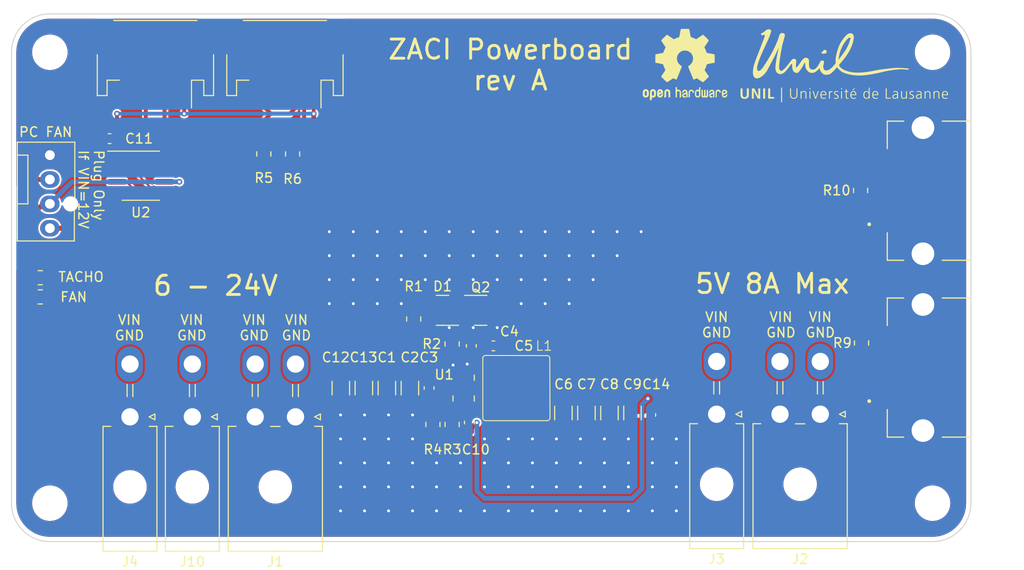
<source format=kicad_pcb>
(kicad_pcb (version 20240108) (generator "pcbnew") (generator_version "8.0")
  (layers (0 "F.Cu" signal) (31 "B.Cu" signal) (34 "B.Paste" user) (35 "F.Paste" user) (36 "B.SilkS" user "B.Silkscreen") (37 "F.SilkS" user "F.Silkscreen") (38 "B.Mask" user) (39 "F.Mask" user) (44 "Edge.Cuts" user))
  (net 0 "")
  (net 3 "/EN")
  (net 4 "GND")
  (net 5 "/VCC")
  (net 6 "/VBOOT")
  (net 7 "/SW")
  (net 8 "/FB")
  (net 10 "+5V")
  (net 11 "+3V3")
  (net 12 "/DP")
  (net 13 "/DN")
  (net 14 "/SCL")
  (net 15 "/SDA")
  (net 16 "+12V")
  (net 17 "/TACHO")
  (net 18 "/FAN")
  (net 19 "Net-(J5-D+)")
  (net 20 "Net-(J5-D-)")
  (net 21 "Net-(J9-D+)")
  (net 22 "Net-(J9-D-)")
  (footprint "MountingHole:MountingHole_3.2mm_M3" (layer "F.Cu") (at 104 54)
    (property "Reference" "H1" (hide yes))
    (property "Value" "M3")
  )
  (footprint "common:L_Bourns_SRP6050CA_6.6x6.4mm" (layer "F.Cu") (at 152.625 89)
    (property "Reference" "L1")
    (property "Value" "1u5")
  )
  (footprint "Capacitor_SMD:C_1206_3216Metric" (layer "F.Cu") (at 164.725 91.6 -90)
    (property "Reference" "C9")
    (property "Value" "22u")
  )
  (footprint "Package_TO_SOT_SMD:SOT-23" (layer "F.Cu") (at 148.9 80.9)
    (property "Reference" "Q2")
    (property "Value" "MMBT3904")
  )
  (footprint "Capacitor_SMD:C_0603_1608Metric" (layer "F.Cu") (at 147.725 92.591862 90)
    (property "Reference" "C10")
    (property "Value" "22p")
  )
  (footprint "Capacitor_SMD:C_1206_3216Metric" (layer "F.Cu") (at 141.525 89 -90)
    (property "Reference" "C2")
    (property "Value" "22u")
  )
  (footprint "Package_SO:SOIC-8_3.9x4.9mm_P1.27mm" (layer "F.Cu") (at 113.475 66.865)
    (property "Reference" "U2")
    (property "Value" "EMC2101-ACZL")
  )
  (footprint "Capacitor_SMD:C_1206_3216Metric" (layer "F.Cu") (at 136.725 89 -90)
    (property "Reference" "C13")
    (property "Value" "DNF")
  )
  (footprint "Resistor_SMD:R_0805_2012Metric" (layer "F.Cu") (at 188.6 84.3 -90)
    (property "Reference" "R9")
    (property "Value" "100")
  )
  (footprint "common:AMP_87583-2010RPLF" (layer "F.Cu") (at 195 68.43 90)
    (property "Reference" "J9" (hide yes))
    (property "Value" "USB_A")
  )
  (footprint "Resistor_SMD:R_0805_2012Metric" (layer "F.Cu") (at 103 79.5)
    (property "Reference" "R8" (hide yes))
    (property "Value" "10k")
  )
  (footprint "Resistor_SMD:R_0805_2012Metric" (layer "F.Cu") (at 126.3 64.6 90)
    (property "Reference" "R5")
    (property "Value" "10k")
  )
  (footprint "common:Molex_Mini-Fit_Jr_5569-02A2_2x01_P4.20mm_Horizontal" (layer "F.Cu") (at 118.85 92 180)
    (property "Reference" "J10")
    (property "Value" "Conn_02x01")
  )
  (footprint "common:Molex_Mini-Fit_Jr_5569-02A2_2x01_P4.20mm_Horizontal" (layer "F.Cu") (at 112.35 92 180)
    (property "Reference" "J4")
    (property "Value" "Conn_02x01")
  )
  (footprint "Resistor_SMD:R_0805_2012Metric" (layer "F.Cu") (at 188.5 68.4 -90)
    (property "Reference" "R10")
    (property "Value" "100")
  )
  (footprint "Capacitor_SMD:C_1206_3216Metric" (layer "F.Cu") (at 162.325 91.6 -90)
    (property "Reference" "C8")
    (property "Value" "22u")
  )
  (footprint "common:JST_PH_S4B-PH-SM4-TB_1x04-1MP_P2.00mm_Horizontal" (layer "F.Cu") (at 128.5 55.2 180)
    (property "Reference" "J6" (hide yes))
    (property "Value" "JST PH")
  )
  (footprint "common:JST_PH_S4B-PH-SM4-TB_1x04-1MP_P2.00mm_Horizontal" (layer "F.Cu") (at 115 55.2 180)
    (property "Reference" "J7" (hide yes))
    (property "Value" "JST PH")
  )
  (footprint "Capacitor_SMD:C_0603_1608Metric" (layer "F.Cu") (at 150.225 84.6)
    (property "Reference" "C5")
    (property "Value" "100n")
  )
  (footprint "Capacitor_SMD:C_0603_1608Metric" (layer "F.Cu") (at 166.625 91.8 -90)
    (property "Reference" "C14")
    (property "Value" "DNF")
  )
  (footprint "Resistor_SMD:R_0805_2012Metric" (layer "F.Cu") (at 129.3 64.6 90)
    (property "Reference" "R6")
    (property "Value" "10k")
  )
  (footprint "Connector:FanPinHeader_1x04_P2.54mm_Vertical" (layer "F.Cu") (at 104 64.72 -90)
    (property "Reference" "J8" (hide yes))
    (property "Value" "47053-1000")
  )
  (footprint "Resistor_SMD:R_0805_2012Metric" (layer "F.Cu") (at 103 77.5)
    (property "Reference" "R7" (hide yes))
    (property "Value" "10k")
  )
  (footprint "Resistor_SMD:R_0805_2012Metric" (layer "F.Cu") (at 143.925 92.791862 -90)
    (property "Reference" "R4")
    (property "Value" "20k")
  )
  (footprint "Resistor_SMD:R_0805_2012Metric" (layer "F.Cu") (at 141.925 81.8 90)
    (property "Reference" "R1")
    (property "Value" "20k")
  )
  (footprint "Capacitor_SMD:C_1206_3216Metric" (layer "F.Cu") (at 159.925 91.6 -90)
    (property "Reference" "C7")
    (property "Value" "22u")
  )
  (footprint "MountingHole:MountingHole_3.2mm_M3" (layer "F.Cu") (at 196 54)
    (property "Reference" "H2" (hide yes))
    (property "Value" "M3")
  )
  (footprint "Capacitor_SMD:C_1206_3216Metric" (layer "F.Cu") (at 157.525 91.595 -90)
    (property "Reference" "C6")
    (property "Value" "22u")
  )
  (footprint "Resistor_SMD:R_0805_2012Metric" (layer "F.Cu") (at 145.925 92.791862 90)
    (property "Reference" "R3")
    (property "Value" "147k")
  )
  (footprint "Capacitor_SMD:C_0603_1608Metric" (layer "F.Cu") (at 110.225 63 180)
    (property "Reference" "C11")
    (property "Value" "100n")
  )
  (footprint "common:Molex_Mini-Fit_Jr_5569-02A2_2x01_P4.20mm_Horizontal" (layer "F.Cu") (at 173.5 91.725 180)
    (property "Reference" "J3")
    (property "Value" "Conn_02x01")
  )
  (footprint "Capacitor_SMD:C_1206_3216Metric" (layer "F.Cu") (at 134.325 89 -90)
    (property "Reference" "C12")
    (property "Value" "DNF")
  )
  (footprint "common:Molex_Mini-Fit_Jr_5569-04A2_2x02_P4.20mm_Horizontal" (layer "F.Cu") (at 184.3 91.725 180)
    (property "Reference" "J2")
    (property "Value" "Conn_02x02_Top_Bottom")
  )
  (footprint "Capacitor_SMD:C_1206_3216Metric" (layer "F.Cu") (at 139.125 89 -90)
    (property "Reference" "C1")
    (property "Value" "22u")
  )
  (footprint "common:Texas_VQFN-HR-12_2x3mm_P0.5mm" (layer "F.Cu") (at 147.125 89)
    (property "Reference" "U1")
    (property "Value" "TPS51386RJNR")
  )
  (footprint "Capacitor_SMD:C_0603_1608Metric" (layer "F.Cu") (at 143.525 89 -90)
    (property "Reference" "C3")
    (property "Value" "100n")
  )
  (footprint "MountingHole:MountingHole_3.2mm_M3" (layer "F.Cu") (at 196 101)
    (property "Reference" "H4" (hide yes))
    (property "Value" "M3")
  )
  (footprint "MountingHole:MountingHole_3.2mm_M3" (layer "F.Cu") (at 104 101)
    (property "Reference" "H3" (hide yes))
    (property "Value" "M3")
  )
  (footprint "Resistor_SMD:R_0805_2012Metric" (layer "F.Cu") (at 145.925 84.4 90)
    (property "Reference" "R2")
    (property "Value" "20k")
  )
  (footprint "Symbol:OSHW-Logo2_9.8x8mm_SilkScreen" (layer "F.Cu") (at 170.199054 55.281304)
    (property "Reference" "REF**" (hide yes))
    (property "Value" "OSHW-Logo2_9.8x8mm_SilkScreen" (hide yes))
  )
  (footprint "common:AMP_87583-2010RPLF" (layer "F.Cu") (at 195 86.86 90)
    (property "Reference" "J5" (hide yes))
    (property "Value" "USB_A")
  )
  (footprint "Capacitor_SMD:C_0603_1608Metric" (layer "F.Cu") (at 147.925 84.6 90)
    (property "Reference" "C4")
    (property "Value" "1u")
  )
  (footprint "common:Molex_Mini-Fit_Jr_5569-04A2_2x02_P4.20mm_Horizontal" (layer "F.Cu") (at 129.6 92 180)
    (property "Reference" "J1")
    (property "Value" "Conn_02x02_Top_Bottom")
  )
  (footprint "Package_TO_SOT_SMD:SOT-23" (layer "F.Cu") (at 144.925 80.9 180)
    (property "Reference" "D1")
    (property "Value" "5.1V")
  )
  (gr_poly (pts (xy 183.271148 57.846352) (xy 183.174896 57.846352) (xy 183.174896 57.719013) (xy 183.271148 57.719013)) (fill solid) (layer "F.SilkS"))
  (gr_poly (pts (xy 187.771256 58.036206) (xy 187.790674 58.037726) (xy 187.809348 58.040226) (xy 187.827285 58.043681) (xy 187.844492 58.048063) (xy 187.860977 58.053347) (xy 187.876746 58.059507) (xy 187.891809 58.066515) (xy 187.90617 58.074345) (xy 187.919839 58.082972) (xy 187.932821 58.092368) (xy 187.945126 58.102507) (xy 187.956758 58.113363) (xy 187.967727 58.124909) (xy 187.978039 58.13712) (xy 187.987702 58.149968) (xy 187.996723 58.163427) (xy 188.005108 58.177471) (xy 188.012867 58.192073) (xy 188.020005 58.207208) (xy 188.02653 58.222848) (xy 188.032449 58.238968) (xy 188.03777 58.25554) (xy 188.0425 58.272539) (xy 188.046647 58.289938) (xy 188.050216 58.30771) (xy 188.055656 58.344271) (xy 188.058876 58.382009) (xy 188.059937 58.420715) (xy 188.059937 58.469498) (xy 187.528738 58.469498) (xy 187.529774 58.49995) (xy 187.532871 58.529505) (xy 187.538016 58.558016) (xy 187.545195 58.585335) (xy 187.554392 58.611316) (xy 187.559744 58.623758) (xy 187.565595 58.63581) (xy 187.571943 58.647454) (xy 187.578788 58.658672) (xy 187.586127 58.669444) (xy 187.593958 58.679752) (xy 187.602279 58.689578) (xy 187.61109 58.698904) (xy 187.620388 58.707711) (xy 187.63017 58.715981) (xy 187.640437 58.723695) (xy 187.651185 58.730835) (xy 187.662413 58.737382) (xy 187.674119 58.743318) (xy 187.686302 58.748625) (xy 187.698959 58.753284) (xy 187.712089 58.757277) (xy 187.72569 58.760585) (xy 187.739761 58.76319) (xy 187.754299 58.765074) (xy 187.769302 58.766218) (xy 187.78477 58.766603) (xy 187.798216 58.766268) (xy 187.812281 58.765292) (xy 187.826835 58.763718) (xy 187.841751 58.76159) (xy 187.856899 58.758952) (xy 187.872153 58.755848) (xy 187.887382 58.75232) (xy 187.902458 58.748413) (xy 187.917254 58.744169) (xy 187.93164 58.739634) (xy 187.945489 58.73485) (xy 187.958671 58.729861) (xy 187.971058 58.72471) (xy 187.982522 58.719441) (xy 187.992934 58.714098) (xy 188.002166 58.708725) (xy 188.002166 58.806291) (xy 187.989439 58.811264) (xy 187.976283 58.815948) (xy 187.96275 58.82034) (xy 187.948895 58.824433) (xy 187.934771 58.828225) (xy 187.920431 58.831711) (xy 187.90593 58.834885) (xy 187.891321 58.837744) (xy 187.876657 58.840284) (xy 187.861993 58.842499) (xy 187.847381 58.844386) (xy 187.832877 58.845939) (xy 187.818532 58.847155) (xy 187.804401 58.84803) (xy 187.790537 58.848557) (xy 187.776995 58.848734) (xy 187.753338 58.84823) (xy 187.730613 58.84673) (xy 187.708809 58.844257) (xy 187.687914 58.84083) (xy 187.667915 58.836471) (xy 187.648802 58.831201) (xy 187.630561 58.825039) (xy 187.613182 58.818008) (xy 187.596651 58.810128) (xy 187.580958 58.80142) (xy 187.56609 58.791904) (xy 187.552036 58.781602) (xy 187.538783 58.770534) (xy 187.526321 58.758721) (xy 187.514635 58.746184) (xy 187.503716 58.732944) (xy 187.493551 58.719022) (xy 187.484127 58.704439) (xy 187.475434 58.689215) (xy 187.46746 58.673371) (xy 187.460191 58.656928) (xy 187.453617 58.639907) (xy 187.447726 58.622329) (xy 187.442505 58.604214) (xy 187.437943 58.585584) (xy 187.434028 58.566459) (xy 187.428091 58.526808) (xy 187.424599 58.485429) (xy 187.423456 58.442488) (xy 187.424977 58.398722) (xy 187.426163 58.387643) (xy 187.528738 58.387643) (xy 187.955034 58.387643) (xy 187.95438 58.36222) (xy 187.952386 58.337037) (xy 187.949004 58.312285) (xy 187.944187 58.288159) (xy 187.937885 58.264852) (xy 187.930051 58.242557) (xy 187.920638 58.221468) (xy 187.915323 58.211436) (xy 187.909596 58.201777) (xy 187.90345 58.192517) (xy 187.896878 58.183679) (xy 187.889876 58.175288) (xy 187.882436 58.167367) (xy 187.874553 58.159941) (xy 187.866222 58.153034) (xy 187.857435 58.14667) (xy 187.848187 58.140873) (xy 187.838472 58.135668) (xy 187.828285 58.131078) (xy 187.817617 58.127128) (xy 187.806465 58.123842) (xy 187.794822 58.121244) (xy 187.782682 58.119359) (xy 187.770039 58.11821) (xy 187.756886 58.117821) (xy 187.743796 58.118232) (xy 187.731032 58.119444) (xy 187.718599 58.121429) (xy 187.706504 58.124159) (xy 187.694751 58.127605) (xy 187.683348 58.131739) (xy 187.672299 58.136533) (xy 187.661611 58.141958) (xy 187.651291 58.147986) (xy 187.641342 58.154589) (xy 187.631773 58.161737) (xy 187.622588 58.169402) (xy 187.613793 58.177557) (xy 187.605395 58.186173) (xy 187.597399 58.19522) (xy 187.589811 58.204672) (xy 187.582637 58.214499) (xy 187.575883 58.224673) (xy 187.569555 58.235166) (xy 187.563659 58.245949) (xy 187.558201 58.256994) (xy 187.553186 58.268272) (xy 187.548621 58.279756) (xy 187.544511 58.291416) (xy 187.540862 58.303224) (xy 187.537681 58.315151) (xy 187.534973 58.327171) (xy 187.532744 58.339253) (xy 187.531001 58.351369) (xy 187.529748 58.363492) (xy 187.528992 58.375593) (xy 187.528738 58.387643) (xy 187.426163 58.387643) (xy 187.429476 58.356718) (xy 187.436856 58.316622) (xy 187.447021 58.278581) (xy 187.459875 58.242741) (xy 187.46728 58.225693) (xy 187.47532 58.20925) (xy 187.483985 58.19343) (xy 187.493261 58.178252) (xy 187.503137 58.163734) (xy 187.5136 58.149895) (xy 187.52464 58.136753) (xy 187.536242 58.124326) (xy 187.548396 58.112632) (xy 187.561089 58.10169) (xy 187.57431 58.091519) (xy 187.588046 58.082135) (xy 187.602285 58.073559) (xy 187.617015 58.065807) (xy 187.632224 58.058899) (xy 187.6479 58.052852) (xy 187.664031 58.047686) (xy 187.680605 58.043418) (xy 187.697609 58.040066) (xy 187.715033 58.037649) (xy 187.732863 58.036186) (xy 187.751087 58.035694)) (fill solid) (layer "F.SilkS"))
  (gr_poly (pts (xy 184.740305 53.752407) (xy 184.752264 53.752804) (xy 184.780488 53.753254) (xy 184.795113 53.753471) (xy 184.809633 53.753927) (xy 184.823714 53.754805) (xy 184.830485 53.755458) (xy 184.837021 53.756286) (xy 184.843279 53.75731) (xy 184.849219 53.758554) (xy 184.854798 53.76004) (xy 184.859974 53.761792) (xy 184.869168 53.765363) (xy 184.876895 53.768543) (xy 184.880318 53.770077) (xy 184.883508 53.771623) (xy 184.886508 53.773216) (xy 184.889361 53.774893) (xy 184.892113 53.77669) (xy 184.894807 53.778644) (xy 184.897487 53.78079) (xy 184.900198 53.783166) (xy 184.902984 53.785807) (xy 184.905888 53.78875) (xy 184.908954 53.792032) (xy 184.912228 53.795687) (xy 184.939069 53.82338) (xy 184.941838 53.826763) (xy 184.944342 53.83023) (xy 184.945482 53.832004) (xy 184.946541 53.833811) (xy 184.947513 53.835655) (xy 184.948393 53.837538) (xy 184.949176 53.839465) (xy 184.949858 53.84144) (xy 184.950433 53.843466) (xy 184.950896 53.845547) (xy 184.951242 53.847688) (xy 184.951466 53.849891) (xy 184.951563 53.852162) (xy 184.951527 53.854502) (xy 184.950878 53.882571) (xy 184.950596 53.888024) (xy 184.950146 53.893597) (xy 184.949465 53.89966) (xy 184.948493 53.906587) (xy 184.947786 53.910182) (xy 184.946933 53.913581) (xy 184.94598 53.916809) (xy 184.944974 53.919892) (xy 184.942983 53.925722) (xy 184.942091 53.928519) (xy 184.941328 53.931272) (xy 184.940741 53.934006) (xy 184.940527 53.935373) (xy 184.940375 53.936745) (xy 184.94029 53.938125) (xy 184.940277 53.939516) (xy 184.940342 53.940921) (xy 184.940492 53.942343) (xy 184.940731 53.943785) (xy 184.941066 53.945252) (xy 184.941502 53.946744) (xy 184.942045 53.948267) (xy 184.942701 53.949823) (xy 184.943475 53.951415) (xy 184.944374 53.953046) (xy 184.945402 53.954719) (xy 184.947457 53.957924) (xy 184.949359 53.961001) (xy 184.951106 53.963976) (xy 184.952696 53.966873) (xy 184.954127 53.969716) (xy 184.955397 53.972531) (xy 184.956502 53.97534) (xy 184.957441 53.978169) (xy 184.958212 53.981042) (xy 184.958812 53.983983) (xy 184.959239 53.987017) (xy 184.95949 53.990169) (xy 184.959564 53.993462) (xy 184.959457 53.99692) (xy 184.959169 54.00057) (xy 184.958696 54.004433) (xy 184.958092 54.008504) (xy 184.957751 54.01273) (xy 184.957608 54.017067) (xy 184.957598 54.021473) (xy 184.957721 54.030316) (xy 184.957724 54.034668) (xy 184.957602 54.038915) (xy 184.95729 54.043016) (xy 184.956723 54.046925) (xy 184.955837 54.050601) (xy 184.955255 54.052338) (xy 184.954568 54.054001) (xy 184.953769 54.055583) (xy 184.95285 54.05708) (xy 184.951803 54.058487) (xy 184.950619 54.059797) (xy 184.949291 54.061005) (xy 184.94781 54.062107) (xy 184.946169 54.063096) (xy 184.944359 54.063968) (xy 184.934826 54.068394) (xy 184.922149 54.074625) (xy 184.891142 54.089906) (xy 184.8747 54.097658) (xy 184.858892 54.104618) (xy 184.85152 54.107599) (xy 184.84466 54.110138) (xy 184.838432 54.112155) (xy 184.832951 54.113569) (xy 184.820095 54.116723) (xy 184.802585 54.121432) (xy 184.759947 54.133106) (xy 184.737991 54.138863) (xy 184.717723 54.143763) (xy 184.700729 54.147203) (xy 184.693955 54.148186) (xy 184.688595 54.148578) (xy 184.625806 54.149314) (xy 184.588985 54.149223) (xy 184.573574 54.148857) (xy 184.561821 54.148197) (xy 184.550998 54.1471) (xy 184.538024 54.145412) (xy 184.523856 54.14305) (xy 184.516621 54.141589) (xy 184.509446 54.139928) (xy 184.502449 54.138056) (xy 184.49575 54.135962) (xy 184.489467 54.133637) (xy 184.483722 54.131068) (xy 184.478632 54.128246) (xy 184.47637 54.126737) (xy 184.474317 54.12516) (xy 184.472487 54.123515) (xy 184.470896 54.1218) (xy 184.469559 54.120014) (xy 184.46849 54.118155) (xy 184.466572 54.114437) (xy 184.464681 54.110966) (xy 184.460988 54.104597) (xy 184.453974 54.092998) (xy 184.452304 54.090094) (xy 184.450669 54.087104) (xy 184.44907 54.083989) (xy 184.447508 54.080706) (xy 184.445984 54.077214) (xy 184.4445 54.073471) (xy 184.443054 54.069437) (xy 184.44165 54.065069) (xy 184.416787 53.976042) (xy 184.416787 53.976041) (xy 184.416801 53.975285) (xy 184.416748 53.974467) (xy 184.416488 53.972673) (xy 184.415688 53.968628) (xy 184.415339 53.96648) (xy 184.415153 53.964316) (xy 184.41515 53.963244) (xy 184.415224 53.962187) (xy 184.415386 53.961152) (xy 184.415649 53.960145) (xy 184.416023 53.959173) (xy 184.416522 53.958241) (xy 184.417157 53.957356) (xy 184.41794 53.956525) (xy 184.418883 53.955754) (xy 184.419998 53.955049) (xy 184.421298 53.954417) (xy 184.422793 53.953864) (xy 184.424496 53.953397) (xy 184.426419 53.953021) (xy 184.428574 53.952744) (xy 184.430973 53.952571) (xy 184.433627 53.952509) (xy 184.436549 53.952565) (xy 184.439751 53.952745) (xy 184.443245 53.953055) (xy 184.450432 53.953904) (xy 184.457477 53.954939) (xy 184.46434 53.95613) (xy 184.470985 53.957445) (xy 184.483473 53.960328) (xy 184.494641 53.963342) (xy 184.504191 53.966242) (xy 184.511824 53.968783) (xy 184.52015 53.971808) (xy 184.521105 53.972078) (xy 184.522463 53.972333) (xy 184.52613 53.972795) (xy 184.530637 53.973192) (xy 184.535473 53.973521) (xy 184.544084 53.973969) (xy 184.547865 53.974122) (xy 184.551532 53.958415) (xy 184.560332 53.923084) (xy 184.565625 53.903588) (xy 184.570963 53.88582) (xy 184.57352 53.878274) (xy 184.575933 53.87199) (xy 184.578151 53.867243) (xy 184.579171 53.865532) (xy 184.580123 53.86431) (xy 184.581041 53.863373) (xy 184.582017 53.862471) (xy 184.584127 53.860755) (xy 184.586425 53.859126) (xy 184.58888 53.857554) (xy 184.599666 53.851156) (xy 184.602455 53.849365) (xy 184.60522 53.84743) (xy 184.607931 53.845319) (xy 184.610559 53.842999) (xy 184.611832 53.841751) (xy 184.613073 53.840437) (xy 184.614278 53.839055) (xy 184.615443 53.837599) (xy 184.616565 53.836067) (xy 184.61764 53.834453) (xy 184.618664 53.832754) (xy 184.619633 53.830965) (xy 184.62376 53.823192) (xy 184.626106 53.819075) (xy 184.628664 53.814847) (xy 184.63145 53.810544) (xy 184.634482 53.806197) (xy 184.637777 53.80184) (xy 184.641352 53.797507) (xy 184.645224 53.793231) (xy 184.649411 53.789046) (xy 184.653929 53.784983) (xy 184.658795 53.781078) (xy 184.664027 53.777362) (xy 184.666786 53.775587) (xy 184.669642 53.773871) (xy 184.672598 53.772219) (xy 184.675657 53.770636) (xy 184.67882 53.769125) (xy 184.682089 53.767691) (xy 184.702779 53.758876) (xy 184.706638 53.757343) (xy 184.710185 53.756047) (xy 184.71353 53.754975) (xy 184.71678 53.754109) (xy 184.720042 53.753435) (xy 184.723424 53.752938) (xy 184.727033 53.752601) (xy 184.730978 53.752411) (xy 184.735366 53.752352)) (fill solid) (layer "F.SilkS"))
  (gr_poly (pts (xy 177.832966 58.562653) (xy 177.83617 58.562653) (xy 177.83617 57.767795) (xy 178.040329 57.767795) (xy 178.040329 58.830544) (xy 177.77933 58.830544) (xy 177.372866 58.035694) (xy 177.370055 58.035694) (xy 177.370055 58.830544) (xy 177.16572 58.830544) (xy 177.16572 57.767795) (xy 177.427653 57.767795)) (fill solid) (layer "F.SilkS"))
  (gr_poly (pts (xy 191.22359 58.739041) (xy 191.649887 58.739041) (xy 191.649887 58.830544) (xy 191.11804 58.830544) (xy 191.11804 57.767795) (xy 191.22359 57.767795)) (fill solid) (layer "F.SilkS"))
  (gr_poly (pts (xy 192.172015 58.036718) (xy 192.188348 58.038007) (xy 192.20405 58.039819) (xy 192.219124 58.042162) (xy 192.233577 58.045039) (xy 192.247414 58.048456) (xy 192.26064 58.052419) (xy 192.273262 58.056933) (xy 192.285285 58.062002) (xy 192.296713 58.067633) (xy 192.307554 58.07383) (xy 192.317812 58.080599) (xy 192.327492 58.087944) (xy 192.336601 58.095872) (xy 192.345144 58.104387) (xy 192.353127 58.113495) (xy 192.360554 58.123201) (xy 192.367431 58.13351) (xy 192.373765 58.144427) (xy 192.37956 58.155958) (xy 192.384823 58.168108) (xy 192.389558 58.180882) (xy 192.393771 58.194286) (xy 192.397467 58.208324) (xy 192.400653 58.223002) (xy 192.403334 58.238325) (xy 192.405514 58.254299) (xy 192.408399 58.288219) (xy 192.40935 58.324803) (xy 192.40935 58.667659) (xy 192.409469 58.711868) (xy 192.409752 58.732471) (xy 192.410303 58.752409) (xy 192.411211 58.771933) (xy 192.412565 58.791295) (xy 192.414455 58.810749) (xy 192.416971 58.830544) (xy 192.322706 58.830544) (xy 192.322706 58.705693) (xy 192.319177 58.705693) (xy 192.315018 58.714275) (xy 192.310489 58.722606) (xy 192.305604 58.730683) (xy 192.300378 58.738506) (xy 192.294823 58.746073) (xy 192.288955 58.753384) (xy 192.282788 58.760435) (xy 192.276336 58.767227) (xy 192.269613 58.773758) (xy 192.262634 58.780026) (xy 192.255412 58.78603) (xy 192.247962 58.791769) (xy 192.240299 58.797241) (xy 192.232435 58.802445) (xy 192.224386 58.80738) (xy 192.216166 58.812044) (xy 192.207788 58.816436) (xy 192.199268 58.820554) (xy 192.181856 58.827965) (xy 192.164042 58.834266) (xy 192.145941 58.839445) (xy 192.127667 58.843493) (xy 192.109333 58.846397) (xy 192.091053 58.848148) (xy 192.07294 58.848734) (xy 192.052776 58.848304) (xy 192.033675 58.84704) (xy 192.015608 58.844984) (xy 191.998548 58.842179) (xy 191.982467 58.838667) (xy 191.967337 58.834489) (xy 191.953131 58.829687) (xy 191.939821 58.824304) (xy 191.92738 58.818381) (xy 191.915779 58.81196) (xy 191.904991 58.805083) (xy 191.894989 58.797792) (xy 191.885744 58.790129) (xy 191.877229 58.782136) (xy 191.869417 58.773855) (xy 191.862279 58.765328) (xy 191.855788 58.756596) (xy 191.849916 58.747702) (xy 191.844637 58.738688) (xy 191.839921 58.729595) (xy 191.83207 58.711342) (xy 191.826143 58.693278) (xy 191.821919 58.675739) (xy 191.819176 58.65906) (xy 191.817692 58.643577) (xy 191.817247 58.629626) (xy 191.817358 58.626318) (xy 191.922091 58.626318) (xy 191.922304 58.635741) (xy 191.922935 58.64479) (xy 191.923975 58.653468) (xy 191.925411 58.661783) (xy 191.927234 58.669737) (xy 191.929433 58.677337) (xy 191.931998 58.684586) (xy 191.934917 58.691491) (xy 191.93818 58.698056) (xy 191.941777 58.704286) (xy 191.945697 58.710186) (xy 191.949929 58.715761) (xy 191.954463 58.721016) (xy 191.959288 58.725955) (xy 191.964393 58.730584) (xy 191.969768 58.734908) (xy 191.975403 58.738932) (xy 191.981286 58.74266) (xy 191.987407 58.746097) (xy 191.993755 58.74925) (xy 192.00032 58.752121) (xy 192.007091 58.754717) (xy 192.014058 58.757042) (xy 192.021209 58.759101) (xy 192.028535 58.7609) (xy 192.036024 58.762443) (xy 192.051452 58.76478) (xy 192.067406 58.766154) (xy 192.083803 58.766603) (xy 192.104264 58.766037) (xy 192.123473 58.764376) (xy 192.14147 58.761676) (xy 192.158294 58.757996) (xy 192.173984 58.75339) (xy 192.188581 58.747916) (xy 192.202123 58.74163) (xy 192.21465 58.73459) (xy 192.226202 58.72685) (xy 192.236817 58.718469) (xy 192.246537 58.709503) (xy 192.255399 58.700008) (xy 192.263444 58.690042) (xy 192.270711 58.67966) (xy 192.27724 58.668919) (xy 192.28307 58.657876) (xy 192.28824 58.646588) (xy 192.29279 58.635111) (xy 192.296761 58.623501) (xy 192.30019 58.611816) (xy 192.305584 58.588446) (xy 192.309288 58.565453) (xy 192.311619 58.54329) (xy 192.312893 58.52241) (xy 192.313533 58.486311) (xy 192.313533 58.439181) (xy 192.286299 58.439181) (xy 192.222923 58.440236) (xy 192.190961 58.441855) (xy 192.159264 58.444469) (xy 192.128168 58.448278) (xy 192.098011 58.453482) (xy 192.06913 58.460282) (xy 192.041859 58.468877) (xy 192.016537 58.479469) (xy 192.004711 58.485576) (xy 191.993499 58.492257) (xy 191.982942 58.499537) (xy 191.973082 58.507441) (xy 191.963962 58.515994) (xy 191.955623 58.525222) (xy 191.948107 58.535149) (xy 191.941458 58.5458) (xy 191.935715 58.5572) (xy 191.930923 58.569375) (xy 191.927122 58.582349) (xy 191.924355 58.596148) (xy 191.922664 58.610796) (xy 191.922091 58.626318) (xy 191.817358 58.626318) (xy 191.818047 58.605904) (xy 191.820405 58.583595) (xy 191.824256 58.562657) (xy 191.829536 58.543045) (xy 191.836179 58.524717) (xy 191.844121 58.507629) (xy 191.853298 58.491737) (xy 191.863646 58.477) (xy 191.875098 58.463372) (xy 191.887592 58.450812) (xy 191.901062 58.439275) (xy 191.915443 58.428719) (xy 191.930672 58.419099) (xy 191.946683 58.410373) (xy 191.963412 58.402498) (xy 191.980794 58.39543) (xy 191.998765 58.389126) (xy 192.01726 58.383542) (xy 192.036214 58.378636) (xy 192.055564 58.374363) (xy 192.075244 58.370681) (xy 192.095189 58.367547) (xy 192.135619 58.362746) (xy 192.176337 58.359616) (xy 192.216825 58.357809) (xy 192.256568 58.356978) (xy 192.295048 58.356779) (xy 192.313534 58.356779) (xy 192.313534 58.317084) (xy 192.31297 58.293092) (xy 192.311246 58.270621) (xy 192.30831 58.249675) (xy 192.304115 58.230258) (xy 192.301529 58.221124) (xy 192.29861 58.212373) (xy 192.295351 58.204006) (xy 192.291746 58.196024) (xy 192.287788 58.188427) (xy 192.283473 58.181215) (xy 192.278792 58.174389) (xy 192.273741 58.167949) (xy 192.268313 58.161896) (xy 192.262501 58.15623) (xy 192.2563 58.150952) (xy 192.249704 58.146062) (xy 192.242705 58.141561) (xy 192.235299 58.137448) (xy 192.227478 58.133725) (xy 192.219237 58.130392) (xy 192.210569 58.12745) (xy 192.201468 58.124898) (xy 192.191929 58.122738) (xy 192.181944 58.120969) (xy 192.171508 58.119593) (xy 192.160614 58.118609) (xy 192.149256 58.118018) (xy 192.137428 58.117821) (xy 192.122274 58.118037) (xy 192.107237 58.118692) (xy 192.092317 58.119802) (xy 192.077513 58.121378) (xy 192.062822 58.123436) (xy 192.048245 58.125989) (xy 192.033779 58.129051) (xy 192.019423 58.132635) (xy 192.005177 58.136755) (xy 191.991039 58.141424) (xy 191.977007 58.146658) (xy 191.963081 58.152469) (xy 191.949258 58.15887) (xy 191.935539 58.165877) (xy 191.921922 58.173502) (xy 191.908404 58.181759) (xy 191.908404 58.089162) (xy 191.919937 58.083748) (xy 191.932345 58.078478) (xy 191.945518 58.073381) (xy 191.959351 58.068484) (xy 191.973734 58.063817) (xy 191.988559 58.059408) (xy 192.00372 58.055284) (xy 192.019107 58.051474) (xy 192.034613 58.048007) (xy 192.050131 58.04491) (xy 192.065552 58.042212) (xy 192.080768 58.039941) (xy 192.095672 58.038125) (xy 192.110155 58.036793) (xy 192.12411 58.035974) (xy 192.137428 58.035694)) (fill solid) (layer "F.SilkS"))
  (gr_poly (pts (xy 186.565147 57.846352) (xy 186.469021 57.846352) (xy 186.469021 57.719013) (xy 186.565147 57.719013)) (fill solid) (layer "F.SilkS"))
  (gr_poly (pts (xy 190.053921 58.036206) (xy 190.07336 58.037726) (xy 190.092052 58.040226) (xy 190.110005 58.043681) (xy 190.127226 58.048063) (xy 190.143723 58.053347) (xy 190.159502 58.059507) (xy 190.174572 58.066515) (xy 190.188939 58.074345) (xy 190.202612 58.082972) (xy 190.215597 58.092368) (xy 190.227902 58.102507) (xy 190.239535 58.113363) (xy 190.250502 58.124909) (xy 190.260812 58.13712) (xy 190.270471 58.149968) (xy 190.279488 58.163427) (xy 190.287869 58.177471) (xy 190.295622 58.192073) (xy 190.302754 58.207208) (xy 190.309273 58.222848) (xy 190.315187 58.238968) (xy 190.320502 58.25554) (xy 190.325226 58.272539) (xy 190.329366 58.289938) (xy 190.33293 58.30771) (xy 190.33836 58.344271) (xy 190.341575 58.382009) (xy 190.342633 58.420715) (xy 190.342633 58.469498) (xy 189.811253 58.469498) (xy 189.812291 58.49995) (xy 189.815394 58.529505) (xy 189.820549 58.558016) (xy 189.82774 58.585335) (xy 189.836953 58.611316) (xy 189.842313 58.623758) (xy 189.848173 58.63581) (xy 189.854532 58.647454) (xy 189.861387 58.658672) (xy 189.868736 58.669444) (xy 189.876578 58.679752) (xy 189.884911 58.689578) (xy 189.893733 58.698904) (xy 189.903043 58.707711) (xy 189.912838 58.715981) (xy 189.923116 58.723695) (xy 189.933877 58.730835) (xy 189.945117 58.737382) (xy 189.956836 58.743318) (xy 189.969031 58.748625) (xy 189.9817 58.753284) (xy 189.994843 58.757277) (xy 190.008456 58.760585) (xy 190.022538 58.76319) (xy 190.037087 58.765074) (xy 190.052102 58.766218) (xy 190.067581 58.766603) (xy 190.08097 58.766268) (xy 190.095004 58.765292) (xy 190.10955 58.763718) (xy 190.124478 58.76159) (xy 190.139655 58.758952) (xy 190.154949 58.755848) (xy 190.170229 58.75232) (xy 190.185362 58.748413) (xy 190.200218 58.744169) (xy 190.214663 58.739634) (xy 190.228567 58.73485) (xy 190.241797 58.729861) (xy 190.254221 58.72471) (xy 190.265708 58.719441) (xy 190.276127 58.714098) (xy 190.285344 58.708725) (xy 190.285344 58.806291) (xy 190.272528 58.811264) (xy 190.259303 58.815948) (xy 190.24572 58.82034) (xy 190.231828 58.824433) (xy 190.217678 58.828225) (xy 190.203322 58.831711) (xy 190.188808 58.834885) (xy 190.174189 58.837744) (xy 190.159513 58.840284) (xy 190.144833 58.842499) (xy 190.130197 58.844386) (xy 190.115657 58.845939) (xy 190.101264 58.847155) (xy 190.087067 58.84803) (xy 190.073118 58.848557) (xy 190.059466 58.848734) (xy 190.035839 58.84823) (xy 190.013142 58.84673) (xy 189.991365 58.844257) (xy 189.970495 58.84083) (xy 189.95052 58.836471) (xy 189.931428 58.831201) (xy 189.913209 58.825039) (xy 189.895849 58.818008) (xy 189.879337 58.810128) (xy 189.863661 58.80142) (xy 189.84881 58.791904) (xy 189.83477 58.781602) (xy 189.821531 58.770534) (xy 189.809081 58.758721) (xy 189.797408 58.746184) (xy 189.786499 58.732944) (xy 189.776344 58.719022) (xy 189.766929 58.704439) (xy 189.758244 58.689215) (xy 189.750277 58.673371) (xy 189.743015 58.656928) (xy 189.736446 58.639907) (xy 189.73056 58.622329) (xy 189.725343 58.604214) (xy 189.720785 58.585584) (xy 189.716873 58.566459) (xy 189.71094 58.526808) (xy 189.70745 58.485429) (xy 189.706308 58.442488) (xy 189.70783 58.398722) (xy 189.709018 58.387643) (xy 189.811253 58.387643) (xy 190.237648 58.387643) (xy 190.237003 58.36222) (xy 190.235033 58.337037) (xy 190.231689 58.312285) (xy 190.22692 58.288159) (xy 190.220674 58.264852) (xy 190.212901 58.242557) (xy 190.20355 58.221468) (xy 190.198267 58.211436) (xy 190.19257 58.201777) (xy 190.186454 58.192517) (xy 190.179911 58.183679) (xy 190.172936 58.175288) (xy 190.165522 58.167367) (xy 190.157662 58.159941) (xy 190.149351 58.153034) (xy 190.140582 58.14667) (xy 190.131349 58.140873) (xy 190.121645 58.135668) (xy 190.111465 58.131078) (xy 190.100801 58.127128) (xy 190.089647 58.123842) (xy 190.077997 58.121244) (xy 190.065845 58.119359) (xy 190.053184 58.11821) (xy 190.040008 58.117821) (xy 190.026888 58.118232) (xy 190.014094 58.119444) (xy 190.001631 58.121429) (xy 189.989506 58.124159) (xy 189.977725 58.127605) (xy 189.966293 58.131739) (xy 189.955216 58.136533) (xy 189.944501 58.141958) (xy 189.934154 58.147986) (xy 189.924179 58.154589) (xy 189.914584 58.161737) (xy 189.905375 58.169402) (xy 189.896556 58.177557) (xy 189.888135 58.186173) (xy 189.880116 58.19522) (xy 189.872507 58.204672) (xy 189.865313 58.214499) (xy 189.85854 58.224673) (xy 189.852194 58.235166) (xy 189.84628 58.245949) (xy 189.840806 58.256994) (xy 189.835776 58.268272) (xy 189.831197 58.279756) (xy 189.827075 58.291416) (xy 189.823415 58.303224) (xy 189.820224 58.315151) (xy 189.817508 58.327171) (xy 189.815272 58.339253) (xy 189.813523 58.351369) (xy 189.812266 58.363492) (xy 189.811507 58.375593) (xy 189.811253 58.387643) (xy 189.709018 58.387643) (xy 189.712333 58.356718) (xy 189.719718 58.316622) (xy 189.729888 58.278581) (xy 189.742746 58.242741) (xy 189.750153 58.225693) (xy 189.758195 58.20925) (xy 189.76686 58.19343) (xy 189.776137 58.178252) (xy 189.786012 58.163734) (xy 189.796474 58.149895) (xy 189.807511 58.136753) (xy 189.81911 58.124326) (xy 189.831259 58.112632) (xy 189.843946 58.10169) (xy 189.857159 58.091519) (xy 189.870886 58.082135) (xy 189.885114 58.073559) (xy 189.899832 58.065807) (xy 189.915026 58.058899) (xy 189.930686 58.052852) (xy 189.946799 58.047686) (xy 189.963352 58.043418) (xy 189.980334 58.040066) (xy 189.997732 58.037649) (xy 190.015534 58.036186) (xy 190.033728 58.035694)) (fill solid) (layer "F.SilkS"))
  (gr_poly (pts (xy 194.622888 58.036718) (xy 194.639312 58.038007) (xy 194.655097 58.039819) (xy 194.67025 58.042162) (xy 194.684775 58.045039) (xy 194.698679 58.048456) (xy 194.711968 58.052419) (xy 194.724647 58.056933) (xy 194.736722 58.062002) (xy 194.748198 58.067633) (xy 194.759082 58.07383) (xy 194.769379 58.080599) (xy 194.779095 58.087944) (xy 194.788236 58.095872) (xy 194.796806 58.104387) (xy 194.804814 58.113495) (xy 194.812262 58.123201) (xy 194.819159 58.13351) (xy 194.825509 58.144427) (xy 194.831317 58.155958) (xy 194.836591 58.168108) (xy 194.841335 58.180882) (xy 194.845555 58.194286) (xy 194.849258 58.208324) (xy 194.852448 58.223002) (xy 194.855132 58.238325) (xy 194.857314 58.254299) (xy 194.860201 58.288219) (xy 194.861152 58.324803) (xy 194.861152 58.667659) (xy 194.861271 58.711868) (xy 194.861554 58.732471) (xy 194.862105 58.752409) (xy 194.863013 58.771933) (xy 194.864367 58.791295) (xy 194.866257 58.810749) (xy 194.868773 58.830544) (xy 194.77451 58.830544) (xy 194.77451 58.705693) (xy 194.771406 58.705693) (xy 194.767222 58.714275) (xy 194.762669 58.722606) (xy 194.757762 58.730683) (xy 194.752514 58.738506) (xy 194.74694 58.746073) (xy 194.741055 58.753384) (xy 194.734871 58.760435) (xy 194.728404 58.767227) (xy 194.721668 58.773758) (xy 194.714677 58.780026) (xy 194.707444 58.78603) (xy 194.699985 58.791769) (xy 194.692314 58.797241) (xy 194.684444 58.802445) (xy 194.676389 58.80738) (xy 194.668165 58.812044) (xy 194.659785 58.816436) (xy 194.651263 58.820554) (xy 194.633851 58.827965) (xy 194.616043 58.834266) (xy 194.597952 58.839445) (xy 194.579691 58.843493) (xy 194.561374 58.846397) (xy 194.543115 58.848148) (xy 194.525027 58.848734) (xy 194.504826 58.848304) (xy 194.485689 58.84704) (xy 194.467591 58.844984) (xy 194.450502 58.842179) (xy 194.434394 58.838667) (xy 194.419241 58.834489) (xy 194.405014 58.829687) (xy 194.391685 58.824304) (xy 194.379228 58.818381) (xy 194.367613 58.81196) (xy 194.356813 58.805083) (xy 194.3468 58.797792) (xy 194.337546 58.790129) (xy 194.329025 58.782136) (xy 194.321207 58.773855) (xy 194.314065 58.765328) (xy 194.307572 58.756596) (xy 194.301698 58.747702) (xy 194.296418 58.738688) (xy 194.291702 58.729595) (xy 194.283854 58.711342) (xy 194.277932 58.693278) (xy 194.273712 58.675739) (xy 194.270974 58.65906) (xy 194.269494 58.643577) (xy 194.26905 58.629626) (xy 194.269162 58.626318) (xy 194.373332 58.626318) (xy 194.373546 58.635741) (xy 194.374181 58.64479) (xy 194.375226 58.653468) (xy 194.37667 58.661783) (xy 194.378503 58.669737) (xy 194.380714 58.677337) (xy 194.383292 58.684586) (xy 194.386226 58.691491) (xy 194.389506 58.698056) (xy 194.393121 58.704286) (xy 194.39706 58.710186) (xy 194.401312 58.715761) (xy 194.405867 58.721016) (xy 194.410713 58.725955) (xy 194.415841 58.730584) (xy 194.421239 58.734908) (xy 194.426897 58.738932) (xy 194.432804 58.74266) (xy 194.438949 58.746097) (xy 194.445321 58.74925) (xy 194.45191 58.752121) (xy 194.458705 58.754717) (xy 194.465695 58.757042) (xy 194.472869 58.759101) (xy 194.480217 58.7609) (xy 194.487727 58.762443) (xy 194.503195 58.76478) (xy 194.519184 58.766154) (xy 194.535611 58.766603) (xy 194.556072 58.766037) (xy 194.575281 58.764376) (xy 194.593278 58.761676) (xy 194.610102 58.757996) (xy 194.625792 58.75339) (xy 194.640389 58.747916) (xy 194.653931 58.74163) (xy 194.666458 58.73459) (xy 194.67801 58.72685) (xy 194.688625 58.718469) (xy 194.698344 58.709503) (xy 194.707207 58.700008) (xy 194.715252 58.690042) (xy 194.722519 58.67966) (xy 194.729047 58.668919) (xy 194.734877 58.657876) (xy 194.740047 58.646588) (xy 194.744598 58.635111) (xy 194.748568 58.623501) (xy 194.751997 58.611816) (xy 194.757391 58.588446) (xy 194.761095 58.565453) (xy 194.763426 58.54329) (xy 194.7647 58.52241) (xy 194.765339 58.486311) (xy 194.765339 58.439181) (xy 194.737962 58.439181) (xy 194.674609 58.440236) (xy 194.642638 58.441855) (xy 194.610921 58.444469) (xy 194.579796 58.448278) (xy 194.549603 58.453482) (xy 194.52068 58.460282) (xy 194.493364 58.468877) (xy 194.467995 58.479469) (xy 194.456146 58.485576) (xy 194.444911 58.492257) (xy 194.434331 58.499537) (xy 194.424449 58.507441) (xy 194.415308 58.515994) (xy 194.406949 58.525222) (xy 194.399416 58.535149) (xy 194.392749 58.5458) (xy 194.386992 58.5572) (xy 194.382188 58.569375) (xy 194.378377 58.582349) (xy 194.375602 58.596148) (xy 194.373907 58.610796) (xy 194.373332 58.626318) (xy 194.269162 58.626318) (xy 194.269851 58.605904) (xy 194.272209 58.583595) (xy 194.27606 58.562657) (xy 194.281339 58.543045) (xy 194.287983 58.524717) (xy 194.295925 58.507629) (xy 194.305102 58.491737) (xy 194.31545 58.477) (xy 194.326902 58.463372) (xy 194.339396 58.450812) (xy 194.352866 58.439275) (xy 194.367248 58.428719) (xy 194.382476 58.419099) (xy 194.398487 58.410373) (xy 194.415216 58.402498) (xy 194.432599 58.39543) (xy 194.45057 58.389126) (xy 194.469065 58.383542) (xy 194.488019 58.378636) (xy 194.507369 58.374363) (xy 194.527049 58.370681) (xy 194.546994 58.367547) (xy 194.587424 58.362746) (xy 194.628141 58.359616) (xy 194.66863 58.357809) (xy 194.708372 58.356978) (xy 194.746852 58.356779) (xy 194.765339 58.356779) (xy 194.765339 58.317084) (xy 194.764775 58.293092) (xy 194.763049 58.270621) (xy 194.760108 58.249675) (xy 194.755903 58.230258) (xy 194.753309 58.221124) (xy 194.750381 58.212373) (xy 194.74711 58.204006) (xy 194.743491 58.196024) (xy 194.739518 58.188427) (xy 194.735183 58.181215) (xy 194.730481 58.174389) (xy 194.725405 58.167949) (xy 194.719948 58.161896) (xy 194.714105 58.15623) (xy 194.707869 58.150952) (xy 194.701233 58.146062) (xy 194.694191 58.141561) (xy 194.686736 58.137448) (xy 194.678863 58.133725) (xy 194.670565 58.130392) (xy 194.661835 58.12745) (xy 194.652667 58.124898) (xy 194.643055 58.122738) (xy 194.632992 58.120969) (xy 194.622471 58.119593) (xy 194.611487 58.118609) (xy 194.600033 58.118018) (xy 194.588102 58.117821) (xy 194.573141 58.118037) (xy 194.558262 58.118692) (xy 194.543467 58.119802) (xy 194.528761 58.121378) (xy 194.514146 58.123436) (xy 194.499624 58.125989) (xy 194.4852 58.129051) (xy 194.470875 58.132635) (xy 194.456652 58.136755) (xy 194.442535 58.141424) (xy 194.428526 58.146658) (xy 194.414629 58.152469) (xy 194.400845 58.15887) (xy 194.387178 58.165877) (xy 194.373632 58.173502) (xy 194.360208 58.181759) (xy 194.360208 58.089162) (xy 194.371787 58.083748) (xy 194.384227 58.078478) (xy 194.397419 58.073381) (xy 194.411255 58.068484) (xy 194.425627 58.063817) (xy 194.440426 58.059408) (xy 194.455545 58.055284) (xy 194.470874 58.051474) (xy 194.486306 58.048007) (xy 194.501732 58.04491) (xy 194.517044 58.042212) (xy 194.532134 58.039941) (xy 194.546893 58.038125) (xy 194.561213 58.036793) (xy 194.574986 58.035974) (xy 194.588102 58.035694)) (fill solid) (layer "F.SilkS"))
  (gr_poly (pts (xy 187.723867 57.973126) (xy 187.653523 57.973126) (xy 187.795184 57.754023) (xy 187.91541 57.754023)) (fill solid) (layer "F.SilkS"))
  (gr_poly (pts (xy 186.004842 58.036135) (xy 186.025334 58.037515) (xy 186.048371 58.039922) (xy 186.073316 58.043443) (xy 186.086303 58.045649) (xy 186.099527 58.048166) (xy 186.112907 58.051006) (xy 186.126365 58.054179) (xy 186.139819 58.057696) (xy 186.15319 58.061568) (xy 186.166398 58.065806) (xy 186.179362 58.070422) (xy 186.170092 58.1542) (xy 186.160573 58.150068) (xy 186.15065 58.14615) (xy 186.140376 58.142453) (xy 186.129801 58.138985) (xy 186.118978 58.135752) (xy 186.107958 58.132761) (xy 186.096793 58.130021) (xy 186.085534 58.127539) (xy 186.074233 58.125321) (xy 186.062942 58.123375) (xy 186.051712 58.121708) (xy 186.040595 58.120329) (xy 186.029643 58.119243) (xy 186.018906 58.118458) (xy 186.008438 58.117982) (xy 185.998288 58.117821) (xy 185.980101 58.118189) (xy 185.96268 58.119329) (xy 185.946082 58.121297) (xy 185.930363 58.124148) (xy 185.915579 58.127936) (xy 185.901786 58.132719) (xy 185.895279 58.1355) (xy 185.889041 58.13855) (xy 185.883079 58.141877) (xy 185.877399 58.145486) (xy 185.87201 58.149385) (xy 185.866917 58.153581) (xy 185.862128 58.158081) (xy 185.85765 58.162891) (xy 185.85349 58.168019) (xy 185.849655 58.173471) (xy 185.846152 58.179255) (xy 185.842988 58.185377) (xy 185.84017 58.191844) (xy 185.837705 58.198664) (xy 185.8356 58.205842) (xy 185.833862 58.213386) (xy 185.832498 58.221303) (xy 185.831515 58.2296) (xy 185.83092 58.238284) (xy 185.83072 58.247361) (xy 185.831818 58.260437) (xy 185.835016 58.27264) (xy 185.840176 58.284049) (xy 185.847157 58.294745) (xy 185.85582 58.304806) (xy 185.866023 58.314314) (xy 185.877627 58.323346) (xy 185.890492 58.331984) (xy 185.919444 58.348393) (xy 185.951758 58.364178) (xy 186.021989 58.396427) (xy 186.057665 58.414166) (xy 186.092221 58.433831) (xy 186.108728 58.444585) (xy 186.124535 58.45606) (xy 186.139501 58.468335) (xy 186.153487 58.48149) (xy 186.166351 58.495605) (xy 186.177956 58.510759) (xy 186.188159 58.527032) (xy 186.196821 58.544504) (xy 186.203802 58.563254) (xy 186.208962 58.583362) (xy 186.212161 58.604908) (xy 186.213258 58.627972) (xy 186.212812 58.643057) (xy 186.211496 58.657521) (xy 186.209345 58.671371) (xy 186.206395 58.684619) (xy 186.202681 58.697273) (xy 186.198237 58.709342) (xy 186.1931 58.720836) (xy 186.187303 58.731764) (xy 186.180883 58.742136) (xy 186.173874 58.751961) (xy 186.166311 58.761249) (xy 186.15823 58.770008) (xy 186.149666 58.778249) (xy 186.140653 58.78598) (xy 186.131227 58.793211) (xy 186.121423 58.799952) (xy 186.111276 58.806211) (xy 186.100821 58.811998) (xy 186.090093 58.817323) (xy 186.079128 58.822195) (xy 186.06796 58.826623) (xy 186.056625 58.830617) (xy 186.033593 58.83734) (xy 186.010312 58.842437) (xy 185.987064 58.845986) (xy 185.964129 58.84806) (xy 185.941789 58.848734) (xy 185.913862 58.848301) (xy 185.885993 58.846921) (xy 185.858257 58.844476) (xy 185.844464 58.842816) (xy 185.830733 58.840845) (xy 185.817073 58.838548) (xy 185.803496 58.83591) (xy 185.790009 58.832915) (xy 185.776624 58.829549) (xy 185.763348 58.825798) (xy 185.750193 58.821645) (xy 185.737167 58.817077) (xy 185.72428 58.812078) (xy 185.733423 58.71782) (xy 185.744345 58.723092) (xy 185.755565 58.728146) (xy 185.767066 58.732966) (xy 185.778836 58.737535) (xy 185.790859 58.741836) (xy 185.803122 58.745852) (xy 185.815609 58.749566) (xy 185.828307 58.752961) (xy 185.8412 58.75602) (xy 185.854275 58.758726) (xy 185.867516 58.761062) (xy 185.88091 58.763012) (xy 185.894442 58.764557) (xy 185.908097 58.765683) (xy 185.921862 58.76637) (xy 185.935721 58.766603) (xy 185.952689 58.766015) (xy 185.969315 58.764264) (xy 185.985494 58.761367) (xy 186.001123 58.757344) (xy 186.016097 58.752214) (xy 186.030314 58.745994) (xy 186.043669 58.738703) (xy 186.049991 58.734662) (xy 186.056059 58.73036) (xy 186.061859 58.7258) (xy 186.067379 58.720984) (xy 186.072606 58.715914) (xy 186.077527 58.710593) (xy 186.082129 58.705023) (xy 186.086398 58.699205) (xy 186.090323 58.693144) (xy 186.093889 58.68684) (xy 186.097085 58.680296) (xy 186.099896 58.673515) (xy 186.10231 58.666499) (xy 186.104315 58.65925) (xy 186.105897 58.65177) (xy 186.107043 58.644063) (xy 186.10774 58.636129) (xy 186.107975 58.627972) (xy 186.106904 58.61132) (xy 186.103784 58.595828) (xy 186.09875 58.581411) (xy 186.09194 58.567983) (xy 186.08349 58.555459) (xy 186.073537 58.543754) (xy 186.062217 58.532782) (xy 186.049667 58.522458) (xy 186.036024 58.512697) (xy 186.021424 58.503413) (xy 185.989902 58.485937) (xy 185.92139 58.452962) (xy 185.886588 58.436099) (xy 185.852879 58.418075) (xy 185.836776 58.408415) (xy 185.821356 58.398209) (xy 185.806757 58.387372) (xy 185.793113 58.375819) (xy 185.780564 58.363463) (xy 185.769244 58.350221) (xy 185.75929 58.336006) (xy 185.75084 58.320733) (xy 185.74403 58.304318) (xy 185.738997 58.286674) (xy 185.735876 58.267717) (xy 185.734806 58.247361) (xy 185.735169 58.233222) (xy 185.736243 58.219639) (xy 185.738007 58.206603) (xy 185.740436 58.194109) (xy 185.743509 58.182149) (xy 185.747204 58.170717) (xy 185.751497 58.159804) (xy 185.756366 58.149405) (xy 185.761789 58.139512) (xy 185.767743 58.130118) (xy 185.774206 58.121217) (xy 185.781155 58.112802) (xy 185.788567 58.104864) (xy 185.796421 58.097399) (xy 185.804693 58.090397) (xy 185.813361 58.083854) (xy 185.822402 58.07776) (xy 185.831795 58.072111) (xy 185.841516 58.066898) (xy 185.851543 58.062115) (xy 185.861854 58.057754) (xy 185.872425 58.05381) (xy 185.883235 58.050274) (xy 185.894261 58.047139) (xy 185.91687 58.042048) (xy 185.940072 58.038481) (xy 185.963688 58.036382) (xy 185.987536 58.035694)) (fill solid) (layer "F.SilkS"))
  (gr_poly (pts (xy 178.958974 51.60442) (xy 178.977329 51.605967) (xy 178.9953 51.608788) (xy 179.012615 51.613055) (xy 179.02094 51.615783) (xy 179.028997 51.618937) (xy 179.061286 51.632831) (xy 179.077551 51.640245) (xy 179.093587 51.64808) (xy 179.109162 51.656418) (xy 179.124044 51.665342) (xy 179.138001 51.674932) (xy 179.14456 51.680003) (xy 179.150801 51.685271) (xy 179.156694 51.690748) (xy 179.162212 51.696442) (xy 179.167324 51.702365) (xy 179.172003 51.708526) (xy 179.176218 51.714936) (xy 179.179941 51.721606) (xy 179.183143 51.728544) (xy 179.185794 51.735763) (xy 179.187867 51.743271) (xy 179.189332 51.751079) (xy 179.190159 51.759198) (xy 179.19032 51.767638) (xy 179.189787 51.776408) (xy 179.188529 51.78552) (xy 179.186518 51.794983) (xy 179.183725 51.804808) (xy 179.157031 51.901664) (xy 179.135065 51.979032) (xy 179.104311 52.078053) (xy 179.062486 52.200496) (xy 179.007306 52.34813) (xy 178.93649 52.522726) (xy 178.847754 52.726052) (xy 178.660751 53.133163) (xy 178.472492 53.536148) (xy 178.302227 53.903951) (xy 178.229859 54.064955) (xy 178.169207 54.205517) (xy 178.060652 54.471736) (xy 178.007638 54.606391) (xy 177.957219 54.737864) (xy 177.91071 54.862997) (xy 177.869424 54.978631) (xy 177.834675 55.081609) (xy 177.807779 55.16877) (xy 177.78649 55.245083) (xy 177.767698 55.317484) (xy 177.751552 55.385871) (xy 177.738199 55.450147) (xy 177.727786 55.510211) (xy 177.723728 55.538633) (xy 177.720461 55.565964) (xy 177.718002 55.592193) (xy 177.71637 55.617307) (xy 177.715584 55.641294) (xy 177.715662 55.66414) (xy 177.717073 55.709064) (xy 177.718314 55.731618) (xy 177.720069 55.753981) (xy 177.722455 55.775966) (xy 177.725591 55.797384) (xy 177.729592 55.818046) (xy 177.731955 55.828034) (xy 177.734578 55.837763) (xy 177.737476 55.847209) (xy 177.740665 55.856348) (xy 177.744158 55.865156) (xy 177.74797 55.87361) (xy 177.752117 55.881687) (xy 177.756612 55.889362) (xy 177.761471 55.896613) (xy 177.766708 55.903416) (xy 177.772338 55.909747) (xy 177.778375 55.915582) (xy 177.784834 55.920898) (xy 177.791731 55.925672) (xy 177.799079 55.929879) (xy 177.806893 55.933497) (xy 177.815188 55.936501) (xy 177.823979 55.938869) (xy 177.846325 55.942761) (xy 177.870069 55.944332) (xy 177.895382 55.942998) (xy 177.922434 55.938177) (xy 177.951397 55.929285) (xy 177.982442 55.915739) (xy 178.015738 55.896956) (xy 178.051457 55.872351) (xy 178.08977 55.841343) (xy 178.130847 55.803347) (xy 178.174859 55.757781) (xy 178.221977 55.70406) (xy 178.272372 55.641603) (xy 178.326214 55.569824) (xy 178.383674 55.488142) (xy 178.444924 55.395973) (xy 178.733737 54.943649) (xy 178.874259 54.71617) (xy 179.011769 54.486263) (xy 179.145952 54.252765) (xy 179.27649 54.014513) (xy 179.403068 53.770344) (xy 179.525369 53.519097) (xy 179.635966 53.279175) (xy 179.728743 53.068296) (xy 179.805468 52.884247) (xy 179.867906 52.724817) (xy 179.917822 52.587795) (xy 179.956983 52.470969) (xy 179.987153 52.372128) (xy 180.0101 52.289059) (xy 180.015101 52.270602) (xy 180.020153 52.25311) (xy 180.025257 52.236552) (xy 180.030416 52.220896) (xy 180.035631 52.206109) (xy 180.040905 52.192159) (xy 180.046238 52.179014) (xy 180.051635 52.166642) (xy 180.057095 52.155012) (xy 180.062622 52.144089) (xy 180.068217 52.133844) (xy 180.073883 52.124243) (xy 180.07962 52.115255) (xy 180.085432 52.106847) (xy 180.091321 52.098987) (xy 180.097287 52.091643) (xy 180.103334 52.084783) (xy 180.109463 52.078375) (xy 180.115676 52.072387) (xy 180.121976 52.066786) (xy 180.128364 52.061541) (xy 180.134841 52.05662) (xy 180.148076 52.047618) (xy 180.161694 52.039525) (xy 180.175714 52.032083) (xy 180.190149 52.025036) (xy 180.205017 52.018126) (xy 180.219571 52.011698) (xy 180.233271 52.00614) (xy 180.246244 52.001427) (xy 180.258621 51.997534) (xy 180.270532 51.994437) (xy 180.282106 51.99211) (xy 180.293473 51.990528) (xy 180.304763 51.989667) (xy 180.316105 51.989501) (xy 180.327629 51.990006) (xy 180.339466 51.991156) (xy 180.351743 51.992928) (xy 180.364592 51.995295) (xy 180.378142 51.998233) (xy 180.392523 52.001717) (xy 180.407864 52.005722) (xy 180.46986 52.020856) (xy 180.484497 52.025132) (xy 180.498657 52.030135) (xy 180.505537 52.032991) (xy 180.512273 52.036128) (xy 180.518856 52.039578) (xy 180.525279 52.043375) (xy 180.531532 52.047552) (xy 180.537609 52.052142) (xy 180.543499 52.057178) (xy 180.549195 52.062693) (xy 180.55469 52.06872) (xy 180.559973 52.075291) (xy 180.565038 52.082441) (xy 180.569876 52.090202) (xy 180.574479 52.098608) (xy 180.578837 52.10769) (xy 180.582944 52.117483) (xy 180.586791 52.128019) (xy 180.590369 52.139332) (xy 180.59367 52.151454) (xy 180.596686 52.164418) (xy 180.599408 52.178258) (xy 180.607374 52.226834) (xy 180.609487 52.245966) (xy 180.610342 52.262797) (xy 180.60993 52.27818) (xy 180.60824 52.292966) (xy 180.605266 52.308008) (xy 180.600996 52.324158) (xy 180.57079 52.416885) (xy 180.547683 52.492056) (xy 180.534098 52.539827) (xy 180.519145 52.595524) (xy 180.489851 52.704744) (xy 180.463837 52.79741) (xy 180.416602 52.962518) (xy 180.392859 53.049683) (xy 180.367351 53.149736) (xy 180.338817 53.270037) (xy 180.305996 53.417947) (xy 180.269305 53.598658) (xy 180.231156 53.804137) (xy 180.15709 54.240896) (xy 180.097008 54.631221) (xy 180.064117 54.878108) (xy 180.043335 55.070108) (xy 180.03111 55.19076) (xy 180.019998 55.316923) (xy 180.011747 55.440407) (xy 180.008109 55.55302) (xy 180.008566 55.60269) (xy 180.010833 55.64657) (xy 180.015129 55.683636) (xy 180.021671 55.712865) (xy 180.029564 55.737251) (xy 180.037729 55.760366) (xy 180.046244 55.782187) (xy 180.055189 55.802689) (xy 180.064643 55.821848) (xy 180.074684 55.839642) (xy 180.07995 55.848019) (xy 180.085393 55.856046) (xy 180.091022 55.863719) (xy 180.096848 55.871036) (xy 180.10288 55.877994) (xy 180.109129 55.884589) (xy 180.115603 55.890819) (xy 180.122314 55.896681) (xy 180.129271 55.902172) (xy 180.136483 55.907288) (xy 180.143961 55.912027) (xy 180.151715 55.916386) (xy 180.159754 55.920362) (xy 180.168089 55.923952) (xy 180.176729 55.927153) (xy 180.185685 55.929962) (xy 180.194965 55.932376) (xy 180.204581 55.934392) (xy 180.214541 55.936007) (xy 180.224857 55.937218) (xy 180.235849 55.937334) (xy 180.247871 55.935812) (xy 180.26087 55.932714) (xy 180.27479 55.9281) (xy 180.305181 55.914568) (xy 180.338611 55.895704) (xy 180.374648 55.871994) (xy 180.412858 55.843926) (xy 180.45281 55.811987) (xy 180.49407 55.776663) (xy 180.536207 55.738443) (xy 180.578786 55.697812) (xy 180.621376 55.655259) (xy 180.663545 55.61127) (xy 180.704858 55.566332) (xy 180.744884 55.520933) (xy 180.783191 55.47556) (xy 180.819344 55.430699) (xy 181.083262 55.096592) (xy 181.19273 54.955765) (xy 181.23857 54.894869) (xy 181.277235 54.841447) (xy 181.292644 54.82054) (xy 181.308746 54.80076) (xy 181.325526 54.782191) (xy 181.342969 54.764913) (xy 181.361059 54.749009) (xy 181.379782 54.73456) (xy 181.399123 54.721648) (xy 181.419066 54.710355) (xy 181.439596 54.700763) (xy 181.460699 54.692953) (xy 181.47146 54.689742) (xy 181.482359 54.687007) (xy 181.493393 54.684759) (xy 181.504561 54.683007) (xy 181.515861 54.681763) (xy 181.52729 54.681035) (xy 181.538848 54.680835) (xy 181.550531 54.681172) (xy 181.562339 54.682057) (xy 181.574269 54.683501) (xy 181.58632 54.685512) (xy 181.598489 54.688102) (xy 181.622268 54.694189) (xy 181.644621 54.700923) (xy 181.665524 54.708378) (xy 181.684956 54.716631) (xy 181.694112 54.721081) (xy 181.702892 54.725758) (xy 181.711292 54.730672) (xy 181.71931 54.735833) (xy 181.726943 54.74125) (xy 181.734187 54.746932) (xy 181.74104 54.75289) (xy 181.7475 54.759132) (xy 181.753563 54.765668) (xy 181.759226 54.772507) (xy 181.764487 54.779659) (xy 181.769342 54.787133) (xy 181.773789 54.794939) (xy 181.777825 54.803086) (xy 181.781447 54.811584) (xy 181.784653 54.820442) (xy 181.787438 54.829669) (xy 181.789801 54.839275) (xy 181.791738 54.84927) (xy 181.793248 54.859662) (xy 181.794326 54.870462) (xy 181.794969 54.881678) (xy 181.795176 54.89332) (xy 181.794943 54.905398) (xy 181.792998 54.955623) (xy 181.790327 55.006863) (xy 181.787027 55.058478) (xy 181.783196 55.109828) (xy 181.77433 55.209177) (xy 181.764506 55.299791) (xy 181.760898 55.330889) (xy 181.757709 55.360289) (xy 181.75501 55.387951) (xy 181.752875 55.413836) (xy 181.751376 55.437906) (xy 181.750586 55.460121) (xy 181.75048 55.470521) (xy 181.750578 55.480442) (xy 181.750891 55.489881) (xy 181.751426 55.498831) (xy 181.752194 55.507289) (xy 181.753202 55.515248) (xy 181.754461 55.522706) (xy 181.75598 55.529655) (xy 181.757766 55.536093) (xy 181.759831 55.542013) (xy 181.762182 55.547411) (xy 181.764829 55.552282) (xy 181.767781 55.556622) (xy 181.771047 55.560424) (xy 181.774637 55.563685) (xy 181.778558 55.5664) (xy 181.782822 55.568564) (xy 181.787436 55.570171) (xy 181.792409 55.571217) (xy 181.797751 55.571698) (xy 181.802797 55.571247) (xy 181.808615 55.569598) (xy 181.822394 55.562907) (xy 181.838742 55.552029) (xy 181.857311 55.537367) (xy 181.877752 55.519328) (xy 181.89972 55.498314) (xy 181.922865 55.47473) (xy 181.946841 55.44898) (xy 181.971299 55.421469) (xy 181.995892 55.392601) (xy 182.020273 55.36278) (xy 182.044094 55.33241) (xy 182.067007 55.301896) (xy 182.088664 55.271641) (xy 182.108719 55.242051) (xy 182.126822 55.21353) (xy 182.16612 55.151639) (xy 182.214475 55.07975) (xy 182.269408 55.001907) (xy 182.328437 54.92216) (xy 182.38908 54.844554) (xy 182.419232 54.807819) (xy 182.448857 54.773137) (xy 182.477645 54.741014) (xy 182.505286 54.711956) (xy 182.531469 54.686469) (xy 182.555885 54.665059) (xy 182.578751 54.647179) (xy 182.602026 54.630881) (xy 182.625665 54.616214) (xy 182.649622 54.603228) (xy 182.673849 54.591974) (xy 182.698301 54.582502) (xy 182.722932 54.574863) (xy 182.747696 54.569107) (xy 182.772546 54.565283) (xy 182.797436 54.563444) (xy 182.822321 54.563637) (xy 182.847154 54.565915) (xy 182.859536 54.567852) (xy 182.871888 54.570328) (xy 182.884204 54.57335) (xy 182.896479 54.576925) (xy 182.908705 54.581058) (xy 182.920878 54.585757) (xy 182.932992 54.591026) (xy 182.945041 54.596874) (xy 182.964407 54.607379) (xy 182.982686 54.618738) (xy 182.999869 54.630948) (xy 183.015951 54.644007) (xy 183.030924 54.657914) (xy 183.04478 54.672666) (xy 183.057512 54.688262) (xy 183.069113 54.704699) (xy 183.079576 54.721975) (xy 183.088893 54.74009) (xy 183.097057 54.75904) (xy 183.104061 54.778823) (xy 183.109897 54.799439) (xy 183.114559 54.820884) (xy 183.118039 54.843156) (xy 183.120329 54.866255) (xy 183.122271 54.927755) (xy 183.122663 55.01278) (xy 183.124178 55.222139) (xy 183.127992 55.330843) (xy 183.131252 55.382781) (xy 183.135637 55.431808) (xy 183.141317 55.476946) (xy 183.148458 55.517219) (xy 183.15723 55.55165) (xy 183.1678 55.579261) (xy 183.179544 55.602448) (xy 183.19187 55.62427) (xy 183.204834 55.64474) (xy 183.218491 55.663869) (xy 183.232899 55.68167) (xy 183.248112 55.698155) (xy 183.264187 55.713337) (xy 183.281181 55.727229) (xy 183.299148 55.739841) (xy 183.318146 55.751187) (xy 183.33823 55.761278) (xy 183.359457 55.770128) (xy 183.381881 55.777748) (xy 183.405561 55.784151) (xy 183.430551 55.789349) (xy 183.456908 55.793355) (xy 183.508179 55.799292) (xy 183.532055 55.801183) (xy 183.555101 55.802055) (xy 183.577575 55.801683) (xy 183.599735 55.799841) (xy 183.621839 55.796303) (xy 183.644144 55.790843) (xy 183.666909 55.783237) (xy 183.690391 55.773257) (xy 183.714848 55.760679) (xy 183.740538 55.745278) (xy 183.767719 55.726826) (xy 183.796648 55.7051) (xy 183.827583 55.679872) (xy 183.860782 55.650918) (xy 183.894796 55.618279) (xy 183.92799 55.582566) (xy 183.960279 55.544311) (xy 183.991579 55.504046) (xy 184.021804 55.462301) (xy 184.050871 55.419608) (xy 184.078694 55.3765) (xy 184.105188 55.333508) (xy 184.153851 55.249997) (xy 184.196182 55.173328) (xy 184.259138 55.057531) (xy 184.264822 55.047365) (xy 184.270036 55.037455) (xy 184.274818 55.027807) (xy 184.279212 55.018422) (xy 184.286996 55.000463) (xy 184.293713 54.983606) (xy 184.30526 54.953324) (xy 184.310744 54.939959) (xy 184.313557 54.933734) (xy 184.316472 54.927818) (xy 184.319529 54.922216) (xy 184.32277 54.916932) (xy 184.326236 54.911969) (xy 184.329967 54.90733) (xy 184.334004 54.903021) (xy 184.338389 54.899043) (xy 184.343162 54.895403) (xy 184.348364 54.892102) (xy 184.354036 54.889145) (xy 184.360219 54.886535) (xy 184.366954 54.884277) (xy 184.374282 54.882375) (xy 184.382243 54.880831) (xy 184.390879 54.87965) (xy 184.400231 54.878835) (xy 184.410339 54.87839) (xy 184.431013 54.877654) (xy 184.450938 54.876578) (xy 184.488605 54.873989) (xy 184.523459 54.871781) (xy 184.53987 54.871183) (xy 184.555622 54.871115) (xy 184.570732 54.871722) (xy 184.585214 54.873149) (xy 184.592224 54.874216) (xy 184.599083 54.875541) (xy 184.605792 54.877145) (xy 184.612355 54.879044) (xy 184.618771 54.881256) (xy 184.625044 54.883801) (xy 184.631175 54.886695) (xy 184.637165 54.889958) (xy 184.643018 54.893606) (xy 184.648735 54.897659) (xy 184.654317 54.902134) (xy 184.659767 54.90705) (xy 184.669706 54.916225) (xy 184.678126 54.923592) (xy 184.690769 54.934494) (xy 184.695173 54.938821) (xy 184.69842 54.942929) (xy 184.7006 54.947213) (xy 184.701804 54.95207) (xy 184.702123 54.957898) (xy 184.701646 54.965092) (xy 184.700464 54.974051) (xy 184.698669 54.985169) (xy 184.693598 55.015475) (xy 184.690503 55.035455) (xy 184.687156 55.059182) (xy 184.68333 55.085296) (xy 184.678707 55.111896) (xy 184.667661 55.166197) (xy 184.642506 55.276652) (xy 184.63076 55.331352) (xy 184.625612 55.358252) (xy 184.621144 55.384731) (xy 184.617505 55.410698) (xy 184.614841 55.436062) (xy 184.6133 55.460732) (xy 184.613031 55.484618) (xy 184.613737 55.509408) (xy 184.615095 55.536401) (xy 184.617355 55.565133) (xy 184.620768 55.595136) (xy 184.625584 55.625944) (xy 184.632052 55.657091) (xy 184.640423 55.688109) (xy 184.645401 55.703425) (xy 184.650948 55.718534) (xy 184.657095 55.733378) (xy 184.663875 55.747898) (xy 184.671318 55.762036) (xy 184.679455 55.775735) (xy 184.688319 55.788935) (xy 184.697939 55.801578) (xy 184.708348 55.813606) (xy 184.719576 55.824962) (xy 184.731655 55.835585) (xy 184.744617 55.845419) (xy 184.758492 55.854404) (xy 184.773311 55.862483) (xy 184.789107 55.869598) (xy 184.805909 55.875689) (xy 184.82375 55.880699) (xy 184.842661 55.884569) (xy 184.867764 55.888174) (xy 184.89259 55.890541) (xy 184.917142 55.891705) (xy 184.941424 55.891703) (xy 184.965443 55.890571) (xy 184.989201 55.888347) (xy 185.012704 55.885067) (xy 185.035957 55.880767) (xy 185.058963 55.875485) (xy 185.081727 55.869256) (xy 185.104254 55.862117) (xy 185.126548 55.854105) (xy 185.170458 55.835608) (xy 185.213491 55.814057) (xy 185.255684 55.789746) (xy 185.297074 55.762967) (xy 185.337697 55.734012) (xy 185.377589 55.703175) (xy 185.416787 55.670748) (xy 185.455327 55.637025) (xy 185.493245 55.602297) (xy 185.530578 55.566857) (xy 185.56738 55.530589) (xy 185.603487 55.493588) (xy 185.638667 55.456278) (xy 185.672688 55.419085) (xy 185.705318 55.38243) (xy 185.736327 55.346739) (xy 185.79255 55.279943) (xy 185.839505 55.222087) (xy 185.875339 55.176562) (xy 185.906229 55.136073) (xy 185.898284 54.998515) (xy 185.895735 54.937891) (xy 185.893882 54.874815) (xy 185.893186 54.813307) (xy 185.893891 54.77051) (xy 186.20582 54.77051) (xy 186.388126 54.533509) (xy 186.589023 54.263774) (xy 186.709038 54.098833) (xy 186.839099 53.916788) (xy 186.903592 53.822326) (xy 186.963106 53.729028) (xy 187.017867 53.637239) (xy 187.068097 53.547302) (xy 187.11402 53.459561) (xy 187.15586 53.374361) (xy 187.19384 53.292045) (xy 187.228183 53.212956) (xy 187.259114 53.13744) (xy 187.286856 53.06584) (xy 187.333667 52.935763) (xy 187.398859 52.737735) (xy 187.410634 52.701881) (xy 187.420815 52.669892) (xy 187.429361 52.641491) (xy 187.43301 52.628549) (xy 187.436235 52.616402) (xy 187.439033 52.605013) (xy 187.441398 52.594348) (xy 187.443325 52.584374) (xy 187.44481 52.575055) (xy 187.445848 52.566356) (xy 187.446433 52.558244) (xy 187.446562 52.550684) (xy 187.446228 52.543642) (xy 187.445428 52.537082) (xy 187.444157 52.53097) (xy 187.442409 52.525273) (xy 187.440179 52.519954) (xy 187.437464 52.51498) (xy 187.434258 52.510317) (xy 187.430556 52.505929) (xy 187.426353 52.501783) (xy 187.421644 52.497843) (xy 187.416425 52.494075) (xy 187.410691 52.490445) (xy 187.404437 52.486918) (xy 187.397658 52.48346) (xy 187.390349 52.480036) (xy 187.374122 52.473151) (xy 187.364872 52.470545) (xy 187.354504 52.4697) (xy 187.330535 52.473278) (xy 187.302456 52.483862) (xy 187.270502 52.501428) (xy 187.234913 52.525952) (xy 187.195926 52.557411) (xy 187.153779 52.595781) (xy 187.10871 52.641037) (xy 187.060958 52.693156) (xy 187.010759 52.752115) (xy 186.958353 52.81789) (xy 186.903977 52.890456) (xy 186.847868 52.96979) (xy 186.790265 53.055868) (xy 186.731407 53.148667) (xy 186.67153 53.248162) (xy 186.671529 53.248162) (xy 186.63403 53.314169) (xy 186.598564 53.380714) (xy 186.565075 53.447623) (xy 186.533508 53.514725) (xy 186.475921 53.648812) (xy 186.42536 53.781595) (xy 186.381383 53.911693) (xy 186.343549 54.037724) (xy 186.311415 54.158307) (xy 186.284539 54.272062) (xy 186.262481 54.377606) (xy 186.244797 54.473559) (xy 186.220787 54.631165) (xy 186.20582 54.77051) (xy 185.893891 54.77051) (xy 185.894108 54.757388) (xy 185.897228 54.699488) (xy 185.904033 54.627848) (xy 185.91596 54.539794) (xy 185.934447 54.43265) (xy 185.960932 54.303743) (xy 185.99685 54.150397) (xy 186.04364 53.969938) (xy 186.102739 53.75969) (xy 186.133592 53.658902) (xy 186.165672 53.563225) (xy 186.198801 53.472475) (xy 186.232801 53.386468) (xy 186.267492 53.305021) (xy 186.302696 53.227951) (xy 186.338234 53.155073) (xy 186.373927 53.086204) (xy 186.409596 53.02116) (xy 186.445063 52.959758) (xy 186.480148 52.901815) (xy 186.514672 52.847146) (xy 186.581325 52.746896) (xy 186.643591 52.657542) (xy 186.705216 52.572704) (xy 186.770325 52.487941) (xy 186.804109 52.44609) (xy 186.838671 52.40486) (xy 186.873981 52.364452) (xy 186.910008 52.325068) (xy 186.946721 52.286908) (xy 186.984089 52.250173) (xy 187.022081 52.215064) (xy 187.060666 52.181782) (xy 187.099815 52.150528) (xy 187.139494 52.121502) (xy 187.179675 52.094907) (xy 187.220326 52.070942) (xy 187.235136 52.063044) (xy 187.249998 52.055776) (xy 187.2649 52.049131) (xy 187.279828 52.043098) (xy 187.29477 52.03767) (xy 187.309713 52.032837) (xy 187.339549 52.024923) (xy 187.369232 52.019286) (xy 187.39866 52.015856) (xy 187.42773 52.014562) (xy 187.456337 52.015334) (xy 187.48438 52.018103) (xy 187.511753 52.022797) (xy 187.538356 52.029346) (xy 187.564083 52.037681) (xy 187.588831 52.04773) (xy 187.612499 52.059425) (xy 187.634981 52.072694) (xy 187.656175 52.087467) (xy 187.675855 52.104039) (xy 187.694212 52.122652) (xy 187.71121 52.143226) (xy 187.726808 52.165682) (xy 187.740969 52.18994) (xy 187.753655 52.215922) (xy 187.764828 52.243548) (xy 187.774448 52.272739) (xy 187.782479 52.303415) (xy 187.78888 52.335498) (xy 187.793616 52.368908) (xy 187.796646 52.403566) (xy 187.797933 52.439393) (xy 187.797438 52.476309) (xy 187.795124 52.514235) (xy 187.790951 52.553092) (xy 187.777564 52.642353) (xy 187.756395 52.752289) (xy 187.725662 52.882074) (xy 187.683581 53.030887) (xy 187.62837 53.197903) (xy 187.595283 53.287979) (xy 187.558245 53.382298) (xy 187.517033 53.480756) (xy 187.471424 53.58325) (xy 187.421194 53.689677) (xy 187.366122 53.799935) (xy 187.331361 53.865815) (xy 187.29453 53.932111) (xy 187.21549 54.06529) (xy 187.130667 54.198157) (xy 187.041726 54.329396) (xy 186.950331 54.457694) (xy 186.858149 54.581735) (xy 186.766843 54.700203) (xy 186.67808 54.811785) (xy 186.514839 55.009025) (xy 186.381747 55.162937) (xy 186.259289 55.29869) (xy 186.261031 55.320097) (xy 186.264239 55.343672) (xy 186.266729 55.357749) (xy 186.269923 55.372999) (xy 186.273908 55.389157) (xy 186.278769 55.405957) (xy 186.284593 55.423134) (xy 186.291465 55.440422) (xy 186.299472 55.457557) (xy 186.308699 55.474274) (xy 186.319232 55.490306) (xy 186.325015 55.497983) (xy 186.331157 55.50539) (xy 186.364337 55.541133) (xy 186.406936 55.582839) (xy 186.458186 55.628645) (xy 186.486816 55.652503) (xy 186.517319 55.676688) (xy 186.549602 55.700966) (xy 186.583568 55.725105) (xy 186.61912 55.748872) (xy 186.656164 55.772034) (xy 186.694602 55.794358) (xy 186.734339 55.815612) (xy 186.77528 55.835562) (xy 186.817327 55.853976) (xy 187.025849 55.93687) (xy 187.163417 55.982821) (xy 187.241942 56.005432) (xy 187.3275 56.027233) (xy 187.420495 56.047796) (xy 187.521333 56.066696) (xy 187.630416 56.083508) (xy 187.748149 56.097804) (xy 187.874937 56.109161) (xy 188.011183 56.11715) (xy 188.157292 56.121347) (xy 188.313669 56.121325) (xy 188.443628 56.118013) (xy 188.572009 56.111876) (xy 188.698635 56.103183) (xy 188.823326 56.092203) (xy 189.066189 56.064455) (xy 189.299172 56.030783) (xy 189.520846 55.99334) (xy 189.729784 55.954275) (xy 190.103734 55.879885) (xy 190.327545 55.840247) (xy 190.596577 55.7994) (xy 190.892061 55.759115) (xy 191.195227 55.721161) (xy 191.749534 55.659323) (xy 191.963136 55.638979) (xy 192.109346 55.628043) (xy 192.207945 55.624172) (xy 192.311804 55.622523) (xy 192.529551 55.624915) (xy 192.751071 55.633263) (xy 192.96485 55.645608) (xy 193.159374 55.659995) (xy 193.323129 55.674466) (xy 193.4446 55.687064) (xy 193.512272 55.695833) (xy 193.512271 55.695832) (xy 193.520846 55.697538) (xy 193.528168 55.699502) (xy 193.534295 55.701712) (xy 193.539285 55.704151) (xy 193.543195 55.706806) (xy 193.546082 55.709663) (xy 193.548006 55.712706) (xy 193.549022 55.715923) (xy 193.549189 55.719298) (xy 193.548565 55.722817) (xy 193.547207 55.726466) (xy 193.545172 55.73023) (xy 193.54252 55.734096) (xy 193.539306 55.738048) (xy 193.531427 55.746156) (xy 193.521997 55.754438) (xy 193.511478 55.76278) (xy 193.489015 55.779187) (xy 193.467729 55.794459) (xy 193.458681 55.801381) (xy 193.451312 55.807676) (xy 193.440591 55.812391) (xy 193.421647 55.814839) (xy 193.395183 55.815306) (xy 193.3619 55.814079) (xy 193.277678 55.807679) (xy 193.174592 55.797924) (xy 193.05825 55.787097) (xy 192.934262 55.77748) (xy 192.808237 55.771359) (xy 192.746213 55.770322) (xy 192.685783 55.771016) (xy 192.5437 55.778233) (xy 192.359615 55.793444) (xy 192.141337 55.816607) (xy 191.896671 55.847678) (xy 191.633426 55.886617) (xy 191.359407 55.933382) (xy 191.082421 55.987929) (xy 190.810277 56.050219) (xy 190.498242 56.124113) (xy 190.173003 56.194537) (xy 189.841713 56.259385) (xy 189.511524 56.316557) (xy 189.189587 56.363949) (xy 188.883054 56.399458) (xy 188.599078 56.420983) (xy 188.467784 56.425845) (xy 188.34481 56.426421) (xy 188.225231 56.423204) (xy 188.103891 56.416925) (xy 187.981462 56.40768) (xy 187.858619 56.395565) (xy 187.736033 56.380678) (xy 187.614378 56.363114) (xy 187.494325 56.342971) (xy 187.376549 56.320344) (xy 187.261722 56.29533) (xy 187.150516 56.268026) (xy 187.043604 56.238528) (xy 186.94166 56.206933) (xy 186.845355 56.173337) (xy 186.755363 56.137836) (xy 186.672357 56.100527) (xy 186.597009 56.061507) (xy 186.568631 56.045092) (xy 186.540594 56.027791) (xy 186.512933 56.009696) (xy 186.485686 55.9909) (xy 186.45889 55.971494) (xy 186.43258 55.951572) (xy 186.38157 55.910545) (xy 186.332949 55.868557) (xy 186.287013 55.826348) (xy 186.244056 55.784654) (xy 186.204371 55.744215) (xy 186.168253 55.705769) (xy 186.135996 55.670053) (xy 186.084242 55.609768) (xy 186.040015 55.554452) (xy 185.948098 55.668764) (xy 185.846765 55.786788) (xy 185.786211 55.853765) (xy 185.720571 55.923289) (xy 185.650978 55.993288) (xy 185.57856 56.061689) (xy 185.504448 56.126422) (xy 185.429772 56.185413) (xy 185.355663 56.23659) (xy 185.319175 56.258601) (xy 185.283251 56.277882) (xy 185.248035 56.294173) (xy 185.213666 56.307216) (xy 185.180287 56.316752) (xy 185.148038 56.322521) (xy 185.031505 56.335956) (xy 184.979987 56.340795) (xy 184.932303 56.34402) (xy 184.887953 56.345361) (xy 184.846439 56.344546) (xy 184.826589 56.343246) (xy 184.807262 56.341305) (xy 184.788393 56.33869) (xy 184.769922 56.335367) (xy 184.751785 56.331302) (xy 184.733921 56.32646) (xy 184.716266 56.320809) (xy 184.698759 56.314315) (xy 184.681337 56.306943) (xy 184.663938 56.29866) (xy 184.646499 56.289431) (xy 184.628959 56.279223) (xy 184.611254 56.268003) (xy 184.593322 56.255736) (xy 184.575101 56.242388) (xy 184.556529 56.227925) (xy 184.51808 56.195521) (xy 184.477477 56.158253) (xy 184.457163 56.138132) (xy 184.437954 56.117507) (xy 184.419819 56.096452) (xy 184.40273 56.075042) (xy 184.386655 56.053353) (xy 184.371564 56.03146) (xy 184.357427 56.009436) (xy 184.344214 55.987359) (xy 184.331896 55.965301) (xy 184.32044 55.943339) (xy 184.309819 55.921547) (xy 184.3 55.9) (xy 184.282652 55.857943) (xy 184.268156 55.817766) (xy 184.256269 55.78007) (xy 184.24675 55.745453) (xy 184.239357 55.714517) (xy 184.233851 55.687861) (xy 184.227527 55.649787) (xy 184.225849 55.636029) (xy 184.168885 55.708871) (xy 184.103242 55.784389) (xy 184.062752 55.827391) (xy 184.017768 55.872163) (xy 183.968753 55.917409) (xy 183.916171 55.961835) (xy 183.860485 56.004147) (xy 183.802159 56.04305) (xy 183.77215 56.060819) (xy 183.741656 56.07725) (xy 183.710732 56.092181) (xy 183.679439 56.105451) (xy 183.647833 56.116898) (xy 183.615972 56.12636) (xy 183.583915 56.133675) (xy 183.551719 56.138681) (xy 183.520148 56.142111) (xy 183.489853 56.144705) (xy 183.460784 56.146472) (xy 183.432889 56.147421) (xy 183.406117 56.147558) (xy 183.380416 56.146891) (xy 183.355735 56.145429) (xy 183.332023 56.14318) (xy 183.309229 56.140151) (xy 183.287301 56.136351) (xy 183.266188 56.131787) (xy 183.245839 56.126467) (xy 183.226202 56.120399) (xy 183.207227 56.113591) (xy 183.188862 56.106051) (xy 183.171055 56.097787) (xy 183.153756 56.088807) (xy 183.136913 56.079118) (xy 183.120476 56.06873) (xy 183.104391 56.057648) (xy 183.088609 56.045883) (xy 183.073079 56.03344) (xy 183.042565 56.006557) (xy 183.012441 55.977063) (xy 182.982296 55.945021) (xy 182.95172 55.910495) (xy 182.920302 55.873547) (xy 182.904768 55.854366) (xy 182.890163 55.835018) (xy 182.876456 55.815526) (xy 182.863617 55.795914) (xy 182.840416 55.756424) (xy 182.82031 55.716738) (xy 182.80305 55.677043) (xy 182.788387 55.63753) (xy 182.77607 55.598386) (xy 182.765852 55.559801) (xy 182.757481 55.521963) (xy 182.750709 55.485062) (xy 182.745287 55.449286) (xy 182.740965 55.414823) (xy 182.72969 55.293891) (xy 182.722292 55.201198) (xy 182.720328 55.180122) (xy 182.718059 55.160545) (xy 182.715355 55.142798) (xy 182.7138 55.134713) (xy 182.712086 55.127209) (xy 182.7102 55.120327) (xy 182.708123 55.114109) (xy 182.705841 55.108595) (xy 182.703336 55.103828) (xy 182.700592 55.099848) (xy 182.697594 55.096696) (xy 182.694325 55.094414) (xy 182.690768 55.093042) (xy 182.686909 55.092623) (xy 182.682729 55.093198) (xy 182.678214 55.094807) (xy 182.673347 55.097492) (xy 182.668111 55.101294) (xy 182.662491 55.106255) (xy 182.65647 55.112415) (xy 182.650033 55.119816) (xy 182.639657 55.134187) (xy 182.627746 55.153632) (xy 182.599033 55.206519) (xy 182.520066 55.359695) (xy 182.468683 55.45508) (xy 182.408614 55.559728) (xy 182.375145 55.61476) (xy 182.339294 55.671187) (xy 182.300988 55.728704) (xy 182.260157 55.787004) (xy 182.220471 55.841927) (xy 182.18308 55.89258) (xy 182.147706 55.938942) (xy 182.114073 55.980993) (xy 182.081903 56.018712) (xy 182.05092 56.052081) (xy 182.035786 56.067127) (xy 182.020846 56.081077) (xy 182.006063 56.09393) (xy 181.991404 56.105682) (xy 181.976834 56.116331) (xy 181.962317 56.125875) (xy 181.947821 56.134311) (xy 181.933309 56.141636) (xy 181.918748 56.147848) (xy 181.904102 56.152945) (xy 181.889337 56.156923) (xy 181.874418 56.159781) (xy 181.859312 56.161515) (xy 181.843982 56.162124) (xy 181.828395 56.161605) (xy 181.812515 56.159955) (xy 181.796309 56.157172) (xy 181.779742 56.153253) (xy 181.762778 56.148195) (xy 181.745384 56.141997) (xy 181.71145 56.128285) (xy 181.680278 56.114263) (xy 181.651676 56.099829) (xy 181.625454 56.084879) (xy 181.601421 56.069311) (xy 181.579386 56.053021) (xy 181.559159 56.035907) (xy 181.540549 56.017865) (xy 181.523365 55.998794) (xy 181.507416 55.978589) (xy 181.492513 55.957148) (xy 181.478464 55.934368) (xy 181.465078 55.910146) (xy 181.452165 55.88438) (xy 181.439534 55.856965) (xy 181.426995 55.8278) (xy 181.415196 55.795475) (xy 181.404832 55.759139) (xy 181.395812 55.719557) (xy 181.388045 55.677492) (xy 181.381441 55.633708) (xy 181.375908 55.588971) (xy 181.371355 55.544043) (xy 181.367693 55.49969) (xy 181.362674 55.415762) (xy 181.360125 55.3433) (xy 181.359319 55.288419) (xy 181.35953 55.257231) (xy 181.359408 55.253037) (xy 181.358702 55.24912) (xy 181.357441 55.245487) (xy 181.355655 55.242145) (xy 181.353376 55.2391) (xy 181.350633 55.236361) (xy 181.347456 55.233932) (xy 181.343877 55.231823) (xy 181.339924 55.230039) (xy 181.33563 55.228587) (xy 181.331023 55.227475) (xy 181.326134 55.226709) (xy 181.320994 55.226297) (xy 181.315632 55.226244) (xy 181.31008 55.226559) (xy 181.304368 55.227248) (xy 181.298525 55.228318) (xy 181.292582 55.229777) (xy 181.28657 55.23163) (xy 181.280518 55.233885) (xy 181.274458 55.236549) (xy 181.268419 55.239628) (xy 181.262432 55.243131) (xy 181.256527 55.247063) (xy 181.250734 55.251432) (xy 181.245084 55.256244) (xy 181.239607 55.261507) (xy 181.234334 55.267228) (xy 181.229294 55.273412) (xy 181.224518 55.280069) (xy 181.220036 55.287203) (xy 181.215879 55.294823) (xy 181.203077 55.316665) (xy 181.181226 55.349525) (xy 181.114968 55.442065) (xy 181.026283 55.559983) (xy 180.924351 55.690814) (xy 180.818348 55.822097) (xy 180.717456 55.94137) (xy 180.671794 55.992608) (xy 180.630851 56.036169) (xy 180.595775 56.070497) (xy 180.567713 56.094034) (xy 180.514589 56.131701) (xy 180.48455 56.151541) (xy 180.452534 56.171466) (xy 180.418794 56.191037) (xy 180.383587 56.209816) (xy 180.347167 56.227364) (xy 180.309788 56.243241) (xy 180.271707 56.257009) (xy 180.233177 56.26823) (xy 180.194453 56.276463) (xy 180.175098 56.279323) (xy 180.155791 56.281271) (xy 180.136562 56.282253) (xy 180.117445 56.282215) (xy 180.09847 56.2811) (xy 180.07967 56.278855) (xy 180.061076 56.275424) (xy 180.042721 56.270752) (xy 180.024636 56.264785) (xy 180.006853 56.257468) (xy 179.933362 56.224478) (xy 179.895321 56.205753) (xy 179.857291 56.184125) (xy 179.819931 56.15853) (xy 179.783898 56.127907) (xy 179.749848 56.091193) (xy 179.733773 56.07022) (xy 179.71844 56.047326) (xy 179.703931 56.022378) (xy 179.69033 55.995242) (xy 179.677717 55.965788) (xy 179.666175 55.933881) (xy 179.655787 55.899388) (xy 179.646634 55.862178) (xy 179.638798 55.822116) (xy 179.632362 55.779071) (xy 179.627408 55.73291) (xy 179.624018 55.683499) (xy 179.622274 55.630706) (xy 179.622258 55.574398) (xy 179.624053 55.514443) (xy 179.62774 55.450706) (xy 179.641121 55.311361) (xy 179.659907 55.162877) (xy 179.680949 55.013446) (xy 179.728131 54.716812) (xy 179.779324 54.431603) (xy 179.831186 54.167961) (xy 179.880373 53.93603) (xy 179.923544 53.745954) (xy 179.957354 53.607874) (xy 179.978462 53.531936) (xy 179.982594 53.517485) (xy 179.982623 53.514818) (xy 179.981379 53.515005) (xy 179.975328 53.523382) (xy 179.96495 53.541506) (xy 179.933261 53.602543) (xy 179.890401 53.689221) (xy 179.787521 53.90391) (xy 179.689015 54.114401) (xy 179.624359 54.246566) (xy 179.523247 54.444645) (xy 179.256848 54.955548) (xy 178.783702 55.855359) (xy 178.730879 55.948229) (xy 178.668356 56.042105) (xy 178.597391 56.135535) (xy 178.519244 56.227062) (xy 178.435173 56.315234) (xy 178.346437 56.398595) (xy 178.254296 56.475692) (xy 178.160007 56.545071) (xy 178.112451 56.576411) (xy 178.06483 56.605277) (xy 178.017302 56.631486) (xy 177.970024 56.654856) (xy 177.923154 56.675206) (xy 177.876848 56.692353) (xy 177.831264 56.706117) (xy 177.78656 56.716316) (xy 177.742892 56.722767) (xy 177.700419 56.725288) (xy 177.659297 56.723699) (xy 177.619684 56.717817) (xy 177.581738 56.70746) (xy 177.545615 56.692448) (xy 177.511473 56.672597) (xy 177.479469 56.647726) (xy 177.436172 56.605961) (xy 177.399011 56.563142) (xy 177.367585 56.519122) (xy 177.341494 56.473752) (xy 177.320337 56.426883) (xy 177.303715 56.378367) (xy 177.291228 56.328054) (xy 177.282474 56.275798) (xy 177.277054 56.221448) (xy 177.274568 56.164857) (xy 177.274614 56.105875) (xy 177.276794 56.044355) (xy 177.285952 55.913104) (xy 177.298838 55.769916) (xy 177.311823 55.670531) (xy 177.333327 55.559819) (xy 177.36235 55.439459) (xy 177.397893 55.311126) (xy 177.484537 55.037256) (xy 177.585262 54.75163) (xy 177.69207 54.467669) (xy 177.796963 54.198792) (xy 177.969013 53.759974) (xy 178.469449 52.466267) (xy 178.475393 52.449391) (xy 178.48089 52.432929) (xy 178.485938 52.416891) (xy 178.490534 52.401288) (xy 178.494677 52.386133) (xy 178.498363 52.371435) (xy 178.501591 52.357207) (xy 178.504357 52.343459) (xy 178.50666 52.330203) (xy 178.508497 52.31745) (xy 178.509865 52.305211) (xy 178.510762 52.293498) (xy 178.511186 52.282321) (xy 178.511134 52.271691) (xy 178.510604 52.261621) (xy 178.509594 52.252121) (xy 178.5081 52.243202) (xy 178.506121 52.234875) (xy 178.503653 52.227153) (xy 178.500696 52.220045) (xy 178.497245 52.213564) (xy 178.4933 52.207719) (xy 178.488857 52.202524) (xy 178.483913 52.197988) (xy 178.478467 52.194123) (xy 178.472517 52.19094) (xy 178.466058 52.188451) (xy 178.45909 52.186666) (xy 178.45161 52.185597) (xy 178.443615 52.185255) (xy 178.435103 52.185651) (xy 178.426071 52.186797) (xy 178.408819 52.189803) (xy 178.394038 52.19272) (xy 178.381387 52.19555) (xy 178.370524 52.198296) (xy 178.361108 52.200959) (xy 178.352796 52.203542) (xy 178.338117 52.208475) (xy 178.323753 52.21311) (xy 178.315835 52.215321) (xy 178.306969 52.217463) (xy 178.296815 52.219539) (xy 178.28503 52.221551) (xy 178.271272 52.223501) (xy 178.2552 52.22539) (xy 178.24672 52.226086) (xy 178.238655 52.226279) (xy 178.230996 52.226003) (xy 178.223734 52.225288) (xy 178.216859 52.224166) (xy 178.210361 52.222668) (xy 178.20423 52.220826) (xy 178.198458 52.21867) (xy 178.193034 52.216234) (xy 178.187949 52.213547) (xy 178.183194 52.210642) (xy 178.178758 52.20755) (xy 178.174632 52.204302) (xy 178.170806 52.20093) (xy 178.167271 52.197465) (xy 178.164018 52.193939) (xy 178.161036 52.190383) (xy 178.158316 52.186828) (xy 178.155848 52.183307) (xy 178.153624 52.179849) (xy 178.149864 52.173254) (xy 178.14696 52.167294) (xy 178.144836 52.162221) (xy 178.143413 52.158285) (xy 178.142368 52.154835) (xy 178.13511 52.141724) (xy 178.131895 52.135447) (xy 178.128964 52.129352) (xy 178.126319 52.123436) (xy 178.123966 52.117696) (xy 178.121908 52.11213) (xy 178.12015 52.106734) (xy 178.118697 52.101506) (xy 178.117552 52.096442) (xy 178.116721 52.091541) (xy 178.116208 52.086798) (xy 178.116016 52.082211) (xy 178.116151 52.077778) (xy 178.116617 52.073494) (xy 178.117418 52.069359) (xy 178.118558 52.065367) (xy 178.120043 52.061518) (xy 178.121876 52.057807) (xy 178.124062 52.054233) (xy 178.126605 52.050791) (xy 178.129509 52.047479) (xy 178.13278 52.044295) (xy 178.136421 52.041235) (xy 178.140436 52.038297) (xy 178.144831 52.035478) (xy 178.14961 52.032774) (xy 178.154776 52.030183) (xy 178.160335 52.027703) (xy 178.166291 52.025329) (xy 178.172647 52.02306) (xy 178.17941 52.020892) (xy 178.199821 52.013794) (xy 178.222601 52.004154) (xy 178.247366 51.992248) (xy 178.273734 51.978351) (xy 178.301323 51.962738) (xy 178.329751 51.945685) (xy 178.358634 51.927466) (xy 178.387591 51.908358) (xy 178.416239 51.888634) (xy 178.444195 51.868571) (xy 178.471078 51.848442) (xy 178.496505 51.828525) (xy 178.520093 51.809093) (xy 178.54146 51.790422) (xy 178.560224 51.772787) (xy 178.576002 51.756464) (xy 178.590076 51.741591) (xy 178.604007 51.728072) (xy 178.617839 51.715804) (xy 178.631615 51.704683) (xy 178.645381 51.694606) (xy 178.65918 51.685471) (xy 178.673057 51.677173) (xy 178.687055 51.66961) (xy 178.701219 51.662679) (xy 178.715593 51.656277) (xy 178.730222 51.6503) (xy 178.745148 51.644645) (xy 178.776074 51.633889) (xy 178.808723 51.623185) (xy 178.831272 51.617461) (xy 178.856165 51.612353) (xy 178.871056 51.609834) (xy 178.88721 51.607567) (xy 178.904354 51.605721) (xy 178.922212 51.604468) (xy 178.94051 51.603977)) (fill solid) (layer "F.SilkS"))
  (gr_poly (pts (xy 192.817581 58.525721) (xy 192.818196 58.552589) (xy 192.820071 58.578169) (xy 192.823247 58.602398) (xy 192.827765 58.625216) (xy 192.833669 58.646561) (xy 192.840999 58.666372) (xy 192.845213 58.675683) (xy 192.849799 58.684588) (xy 192.854762 58.693078) (xy 192.860109 58.701146) (xy 192.865843 58.708785) (xy 192.871972 58.715987) (xy 192.878498 58.722743) (xy 192.885429 58.729047) (xy 192.892769 58.734891) (xy 192.900523 58.740267) (xy 192.908697 58.745167) (xy 192.917296 58.749584) (xy 192.926325 58.75351) (xy 192.935789 58.756938) (xy 192.945694 58.759859) (xy 192.956045 58.762267) (xy 192.966847 58.764152) (xy 192.978106 58.765509) (xy 192.989826 58.766328) (xy 193.002012 58.766603) (xy 193.018041 58.766157) (xy 193.033381 58.764841) (xy 193.048043 58.762688) (xy 193.06204 58.759731) (xy 193.075383 58.756001) (xy 193.088084 58.751533) (xy 193.100154 58.746359) (xy 193.111607 58.740511) (xy 193.122453 58.734022) (xy 193.132704 58.726925) (xy 193.142373 58.719254) (xy 193.15147 58.711039) (xy 193.160009 58.702316) (xy 193.168 58.693115) (xy 193.175455 58.68347) (xy 193.182387 58.673413) (xy 193.188807 58.662978) (xy 193.194728 58.652197) (xy 193.20016 58.641102) (xy 193.205116 58.629728) (xy 193.209607 58.618105) (xy 193.213646 58.606268) (xy 193.220412 58.582079) (xy 193.225511 58.557424) (xy 193.229035 58.532564) (xy 193.23108 58.507761) (xy 193.231741 58.483278) (xy 193.231741 58.054152) (xy 193.327556 58.054152) (xy 193.327556 58.647816) (xy 193.327659 58.69253) (xy 193.328385 58.738044) (xy 193.329175 58.761028) (xy 193.330354 58.784126) (xy 193.331999 58.807308) (xy 193.334189 58.830544) (xy 193.240631 58.830544) (xy 193.240631 58.691913) (xy 193.238092 58.691913) (xy 193.231646 58.70521) (xy 193.22451 58.71875) (xy 193.216566 58.73238) (xy 193.2077 58.745949) (xy 193.197795 58.759305) (xy 193.186736 58.772296) (xy 193.180737 58.778607) (xy 193.174407 58.78477) (xy 193.16773 58.790765) (xy 193.160692 58.796575) (xy 193.153279 58.80218) (xy 193.145476 58.80756) (xy 193.137268 58.812698) (xy 193.128642 58.817573) (xy 193.119583 58.822168) (xy 193.110075 58.826462) (xy 193.100106 58.830438) (xy 193.08966 58.834075) (xy 193.078723 58.837356) (xy 193.06728 58.840261) (xy 193.055317 58.842771) (xy 193.04282 58.844867) (xy 193.029774 58.84653) (xy 193.016164 58.847742) (xy 193.001976 58.848483) (xy 192.987196 58.848734) (xy 192.969525 58.848362) (xy 192.952541 58.847256) (xy 192.936237 58.845433) (xy 192.920604 58.842907) (xy 192.905634 58.839694) (xy 192.891318 58.83581) (xy 192.877649 58.831271) (xy 192.864618 58.826091) (xy 192.852217 58.820288) (xy 192.840437 58.813876) (xy 192.829269 58.806872) (xy 192.818707 58.79929) (xy 192.808741 58.791146) (xy 192.799363 58.782457) (xy 192.790564 58.773237) (xy 192.782337 58.763503) (xy 192.774673 58.753269) (xy 192.767564 58.742553) (xy 192.761001 58.731368) (xy 192.754977 58.719732) (xy 192.749482 58.707659) (xy 192.744508 58.695165) (xy 192.740048 58.682266) (xy 192.736093 58.668978) (xy 192.732634 58.655316) (xy 192.729663 58.641296) (xy 192.725153 58.612243) (xy 192.722495 58.581945) (xy 192.721625 58.550527) (xy 192.721625 58.054152) (xy 192.817581 58.054152)) (fill solid) (layer "F.SilkS"))
  (gr_poly (pts (xy 181.252822 58.459026) (xy 181.25395 58.490946) (xy 181.257326 58.521623) (xy 181.259852 58.53646) (xy 181.262935 58.550945) (xy 181.266574 58.565062) (xy 181.270766 58.578798) (xy 181.27551 58.592139) (xy 181.280804 58.60507) (xy 181.286647 58.617578) (xy 181.293037 58.629649) (xy 181.299972 58.641268) (xy 181.307451 58.652421) (xy 181.315472 58.663095) (xy 181.324034 58.673275) (xy 181.333134 58.682947) (xy 181.342771 58.692097) (xy 181.352944 58.700711) (xy 181.363651 58.708775) (xy 181.374889 58.716275) (xy 181.386659 58.723196) (xy 181.398957 58.729525) (xy 181.411782 58.735248) (xy 181.425133 58.74035) (xy 181.439008 58.744817) (xy 181.453405 58.748636) (xy 181.468323 58.751792) (xy 181.48376 58.754271) (xy 181.499714 58.75606) (xy 181.516184 58.757143) (xy 181.533167 58.757507) (xy 181.550203 58.757143) (xy 181.566718 58.75606) (xy 181.582711 58.754271) (xy 181.59818 58.751792) (xy 181.613124 58.748636) (xy 181.627542 58.744817) (xy 181.641432 58.74035) (xy 181.654794 58.735248) (xy 181.667626 58.729525) (xy 181.679926 58.723196) (xy 181.691693 58.716275) (xy 181.702927 58.708775) (xy 181.713625 58.700711) (xy 181.723787 58.692097) (xy 181.733411 58.682947) (xy 181.742495 58.673275) (xy 181.751039 58.663095) (xy 181.759042 58.652421) (xy 181.766501 58.641268) (xy 181.773416 58.629649) (xy 181.779785 58.617578) (xy 181.785607 58.60507) (xy 181.790881 58.592139) (xy 181.795605 58.578798) (xy 181.799778 58.565062) (xy 181.803399 58.550945) (xy 181.806467 58.53646) (xy 181.80898 58.521623) (xy 181.810936 58.506447) (xy 181.812336 58.490946) (xy 181.813176 58.475134) (xy 181.813456 58.459026) (xy 181.813456 57.767795) (xy 181.91857 57.767795) (xy 181.91857 58.459026) (xy 181.917906 58.487738) (xy 181.915953 58.515088) (xy 181.912764 58.541106) (xy 181.908397 58.56582) (xy 181.902906 58.58926) (xy 181.896347 58.611456) (xy 181.888776 58.632438) (xy 181.880248 58.652234) (xy 181.87082 58.670875) (xy 181.860546 58.688391) (xy 181.849482 58.70481) (xy 181.837684 58.720162) (xy 181.825208 58.734477) (xy 181.812108 58.747784) (xy 181.798441 58.760114) (xy 181.784262 58.771495) (xy 181.769627 58.781957) (xy 181.754592 58.79153) (xy 181.739211 58.800243) (xy 181.723541 58.808126) (xy 181.707637 58.815208) (xy 181.691555 58.82152) (xy 181.659079 58.831948) (xy 181.626557 58.839647) (xy 181.594435 58.844853) (xy 181.563157 58.847803) (xy 181.533167 58.848734) (xy 181.503274 58.847803) (xy 181.472078 58.844853) (xy 181.440026 58.839647) (xy 181.407562 58.831948) (xy 181.375134 58.82152) (xy 181.359073 58.815208) (xy 181.343187 58.808126) (xy 181.327533 58.800243) (xy 181.312167 58.79153) (xy 181.297143 58.781957) (xy 181.282519 58.771495) (xy 181.268349 58.760114) (xy 181.254689 58.747784) (xy 181.241595 58.734477) (xy 181.229123 58.720162) (xy 181.217329 58.70481) (xy 181.206268 58.688391) (xy 181.195996 58.670875) (xy 181.186568 58.652234) (xy 181.178041 58.632438) (xy 181.17047 58.611456) (xy 181.163911 58.58926) (xy 181.15842 58.56582) (xy 181.154052 58.541106) (xy 181.150862 58.515088) (xy 181.148908 58.487738) (xy 181.148244 58.459026) (xy 181.148244 57.767795) (xy 181.252822 57.767795)) (fill solid) (layer "F.SilkS"))
  (gr_poly (pts (xy 180.318286 59.211433) (xy 180.212734 59.211433) (xy 180.212734 57.688152) (xy 180.318286 57.688152)) (fill solid) (layer "F.SilkS"))
  (gr_poly (pts (xy 182.603571 58.036066) (xy 182.620476 58.037172) (xy 182.636706 58.038995) (xy 182.652269 58.041521) (xy 182.667174 58.044734) (xy 182.681428 58.048618) (xy 182.69504 58.053157) (xy 182.708019 58.058336) (xy 182.720371 58.064139) (xy 182.732106 58.070551) (xy 182.743231 58.077555) (xy 182.753755 58.085137) (xy 182.763686 58.093281) (xy 182.773033 58.10197) (xy 182.781802 58.111189) (xy 182.790003 58.120924) (xy 182.797643 58.131157) (xy 182.804732 58.141874) (xy 182.811276 58.153058) (xy 182.817284 58.164695) (xy 182.822765 58.176768) (xy 182.827726 58.189261) (xy 182.832176 58.20216) (xy 182.836123 58.215449) (xy 182.839575 58.229111) (xy 182.84254 58.243132) (xy 182.847042 58.272186) (xy 182.849696 58.302485) (xy 182.850566 58.333904) (xy 182.850566 58.830544) (xy 182.754497 58.830544) (xy 182.754497 58.358698) (xy 182.753888 58.331832) (xy 182.75203 58.306254) (xy 182.74888 58.282025) (xy 182.744394 58.259208) (xy 182.738527 58.237864) (xy 182.731236 58.218053) (xy 182.727042 58.208742) (xy 182.722476 58.199838) (xy 182.717531 58.191348) (xy 182.712203 58.183279) (xy 182.706486 58.17564) (xy 182.700374 58.168439) (xy 182.693861 58.161682) (xy 182.686944 58.155378) (xy 182.679614 58.149534) (xy 182.671868 58.144158) (xy 182.6637 58.139258) (xy 182.655104 58.134841) (xy 182.646075 58.130915) (xy 182.636607 58.127487) (xy 182.626695 58.124566) (xy 182.616333 58.122158) (xy 182.605516 58.120272) (xy 182.594238 58.118916) (xy 182.582493 58.118096) (xy 182.570277 58.117821) (xy 182.55422 58.118267) (xy 182.538856 58.11958) (xy 182.524173 58.12173) (xy 182.51016 58.124683) (xy 182.496804 58.128407) (xy 182.484093 58.132868) (xy 182.472015 58.138036) (xy 182.460559 58.143876) (xy 182.449711 58.150357) (xy 182.439461 58.157445) (xy 182.429796 58.165108) (xy 182.420703 58.173314) (xy 182.412172 58.18203) (xy 182.404189 58.191223) (xy 182.396744 58.200861) (xy 182.389823 58.210911) (xy 182.383415 58.22134) (xy 182.377507 58.232117) (xy 182.372088 58.243207) (xy 182.367146 58.254579) (xy 182.362669 58.2662) (xy 182.358644 58.278038) (xy 182.351903 58.302232) (xy 182.346828 58.326901) (xy 182.343322 58.351784) (xy 182.341289 58.376619) (xy 182.340633 58.401147) (xy 182.340633 58.830544) (xy 182.244508 58.830544) (xy 182.244508 58.236609) (xy 182.244409 58.191705) (xy 182.243716 58.146312) (xy 182.242961 58.123439) (xy 182.241835 58.100453) (xy 182.240264 58.077356) (xy 182.238172 58.054152) (xy 182.331263 58.054152) (xy 182.331263 58.192243) (xy 182.334354 58.192243) (xy 182.340676 58.178993) (xy 182.347727 58.165494) (xy 182.355619 58.1519) (xy 182.364465 58.138362) (xy 182.374378 58.125033) (xy 182.385469 58.112064) (xy 182.391492 58.105763) (xy 182.397852 58.099608) (xy 182.404562 58.09362) (xy 182.411638 58.087817) (xy 182.419093 58.082219) (xy 182.426942 58.076844) (xy 182.435197 58.071711) (xy 182.443874 58.06684) (xy 182.452986 58.062249) (xy 182.462548 58.057957) (xy 182.472574 58.053984) (xy 182.483076 58.050348) (xy 182.494071 58.047069) (xy 182.505572 58.044165) (xy 182.517592 58.041656) (xy 182.530146 58.03956) (xy 182.543248 58.037897) (xy 182.556912 58.036686) (xy 182.571153 58.035945) (xy 182.585983 58.035694)) (fill solid) (layer "F.SilkS"))
  (gr_poly (pts (xy 195.532155 58.036066) (xy 195.549124 58.037172) (xy 195.565413 58.038995) (xy 195.581031 58.041521) (xy 195.595984 58.044734) (xy 195.610283 58.048618) (xy 195.623935 58.053157) (xy 195.636949 58.058336) (xy 195.649333 58.064139) (xy 195.661096 58.070551) (xy 195.672245 58.077555) (xy 195.68279 58.085137) (xy 195.692739 58.093281) (xy 195.7021 58.10197) (xy 195.710881 58.111189) (xy 195.719092 58.120924) (xy 195.726739 58.131157) (xy 195.733833 58.141874) (xy 195.74038 58.153058) (xy 195.74639 58.164695) (xy 195.751871 58.176768) (xy 195.756832 58.189261) (xy 195.76128 58.20216) (xy 195.765224 58.215449) (xy 195.768673 58.229111) (xy 195.771634 58.243132) (xy 195.77613 58.272186) (xy 195.778778 58.302485) (xy 195.779646 58.333904) (xy 195.779646 58.830544) (xy 195.683972 58.830544) (xy 195.683972 58.358698) (xy 195.683355 58.331832) (xy 195.681476 58.306254) (xy 195.678292 58.282025) (xy 195.673764 58.259208) (xy 195.667847 58.237864) (xy 195.660502 58.218053) (xy 195.65628 58.208742) (xy 195.651686 58.199838) (xy 195.646713 58.191348) (xy 195.641357 58.183279) (xy 195.635612 58.17564) (xy 195.629473 58.168439) (xy 195.622936 58.161682) (xy 195.615994 58.155378) (xy 195.608642 58.149534) (xy 195.600876 58.144158) (xy 195.59269 58.139258) (xy 195.584079 58.134841) (xy 195.575038 58.130915) (xy 195.565561 58.127487) (xy 195.555643 58.124566) (xy 195.545279 58.122158) (xy 195.534463 58.120272) (xy 195.523192 58.118916) (xy 195.511458 58.118096) (xy 195.499258 58.117821) (xy 195.483228 58.118267) (xy 195.467884 58.11958) (xy 195.453216 58.12173) (xy 195.439212 58.124683) (xy 195.425859 58.128407) (xy 195.413147 58.132868) (xy 195.401063 58.138036) (xy 195.389597 58.143876) (xy 195.378735 58.150357) (xy 195.368467 58.157445) (xy 195.358781 58.165108) (xy 195.349666 58.173314) (xy 195.341108 58.18203) (xy 195.333098 58.191223) (xy 195.325622 58.200861) (xy 195.318671 58.210911) (xy 195.312231 58.22134) (xy 195.306291 58.232117) (xy 195.300839 58.243207) (xy 195.295865 58.254579) (xy 195.291355 58.2662) (xy 195.287299 58.278038) (xy 195.2805 58.302232) (xy 195.275375 58.326901) (xy 195.271829 58.351784) (xy 195.269771 58.376619) (xy 195.269105 58.401147) (xy 195.269105 58.830544) (xy 195.173431 58.830544) (xy 195.173431 58.236609) (xy 195.173332 58.191705) (xy 195.172638 58.146312) (xy 195.171881 58.123439) (xy 195.170753 58.100453) (xy 195.169178 58.077356) (xy 195.167082 58.054152) (xy 195.260356 58.054152) (xy 195.260356 58.192243) (xy 195.263177 58.192243) (xy 195.269533 58.178993) (xy 195.27661 58.165494) (xy 195.284521 58.1519) (xy 195.293378 58.138362) (xy 195.303294 58.125033) (xy 195.314383 58.112064) (xy 195.320401 58.105763) (xy 195.326755 58.099608) (xy 195.333458 58.09362) (xy 195.340525 58.087817) (xy 195.347969 58.082219) (xy 195.355804 58.076844) (xy 195.364045 58.071711) (xy 195.372706 58.06684) (xy 195.381801 58.062249) (xy 195.391343 58.057957) (xy 195.401347 58.053984) (xy 195.411828 58.050348) (xy 195.422798 58.047069) (xy 195.434273 58.044165) (xy 195.446266 58.041656) (xy 195.458791 58.03956) (xy 195.471863 58.037897) (xy 195.485495 58.036686) (xy 195.499702 58.035945) (xy 195.514497 58.035694)) (fill solid) (layer "F.SilkS"))
  (gr_poly (pts (xy 187.049116 58.054152) (xy 187.225844 58.054152) (xy 187.225844 58.136011) (xy 187.049116 58.136011) (xy 187.049116 58.638445) (xy 187.049423 58.651466) (xy 187.050372 58.66413) (xy 187.052001 58.67637) (xy 187.054349 58.688119) (xy 187.057455 58.699311) (xy 187.061359 58.70988) (xy 187.063621 58.714909) (xy 187.066098 58.719758) (xy 187.068794 58.724417) (xy 187.071713 58.728879) (xy 187.07486 58.733135) (xy 187.078241 58.737177) (xy 187.08186 58.740996) (xy 187.085722 58.744584) (xy 187.089832 58.747933) (xy 187.094196 58.751034) (xy 187.098816 58.75388) (xy 187.1037 58.756461) (xy 187.10885 58.75877) (xy 187.114274 58.760798) (xy 187.119974 58.762537) (xy 187.125956 58.763979) (xy 187.132226 58.765114) (xy 187.138787 58.765936) (xy 187.145645 58.766435) (xy 187.152804 58.766603) (xy 187.159506 58.766511) (xy 187.165941 58.766239) (xy 187.172134 58.765796) (xy 187.178108 58.76519) (xy 187.183886 58.76443) (xy 187.189491 58.763522) (xy 187.194948 58.762475) (xy 187.200279 58.761297) (xy 187.205509 58.759997) (xy 187.210659 58.758582) (xy 187.220818 58.755441) (xy 187.230944 58.751938) (xy 187.241224 58.748138) (xy 187.247278 58.827236) (xy 187.242688 58.829067) (xy 187.237562 58.830929) (xy 187.231936 58.832802) (xy 187.225846 58.834665) (xy 187.219329 58.836497) (xy 187.212421 58.838277) (xy 187.205157 58.839986) (xy 187.197574 58.841603) (xy 187.189708 58.843106) (xy 187.181595 58.844476) (xy 187.173272 58.845691) (xy 187.164774 58.846732) (xy 187.156138 58.847577) (xy 187.147399 58.848206) (xy 187.138595 58.848599) (xy 187.129761 58.848734) (xy 187.114243 58.848394) (xy 187.099661 58.847384) (xy 187.085984 58.845722) (xy 187.073183 58.843424) (xy 187.06123 58.840507) (xy 187.050096 58.836989) (xy 187.039751 58.832886) (xy 187.030167 58.828214) (xy 187.021315 58.822992) (xy 187.013165 58.817235) (xy 187.005689 58.810962) (xy 186.998858 58.804187) (xy 186.992642 58.79693) (xy 186.987013 58.789206) (xy 186.981942 58.781032) (xy 186.9774 58.772425) (xy 186.973357 58.763403) (xy 186.969786 58.753981) (xy 186.966656 58.744178) (xy 186.963939 58.73401) (xy 186.961606 58.723493) (xy 186.959628 58.712645) (xy 186.95662 58.690023) (xy 186.954685 58.666278) (xy 186.953589 58.641546) (xy 186.953102 58.615962) (xy 186.952991 58.589662) (xy 186.952991 58.136011) (xy 186.80086 58.136011) (xy 186.80086 58.054152) (xy 186.952991 58.054152) (xy 186.952991 57.866474) (xy 187.049116 57.833115)) (fill solid) (layer "F.SilkS"))
  (gr_poly (pts (xy 183.810235 58.725262) (xy 183.81293 58.725262) (xy 184.038651 58.054152) (xy 184.138699 58.054152) (xy 183.866736 58.830544) (xy 183.754016 58.830544) (xy 183.490533 58.054152) (xy 183.595534 58.054152)) (fill solid) (layer "F.SilkS"))
  (gr_poly (pts (xy 184.646202 58.036206) (xy 184.665664 58.037726) (xy 184.684379 58.040226) (xy 184.702354 58.043681) (xy 184.719596 58.048063) (xy 184.736112 58.053347) (xy 184.751911 58.059507) (xy 184.766998 58.066515) (xy 184.781383 58.074345) (xy 184.795072 58.082972) (xy 184.808073 58.092368) (xy 184.820393 58.102507) (xy 184.832039 58.113363) (xy 184.843019 58.124909) (xy 184.853341 58.13712) (xy 184.863012 58.149968) (xy 184.872039 58.163427) (xy 184.88043 58.177471) (xy 184.888192 58.192073) (xy 184.895333 58.207208) (xy 184.90186 58.222848) (xy 184.90778 58.238968) (xy 184.913101 58.25554) (xy 184.91783 58.272539) (xy 184.921975 58.289938) (xy 184.925544 58.30771) (xy 184.93098 58.344271) (xy 184.934198 58.382009) (xy 184.935257 58.420715) (xy 184.935257 58.469498) (xy 184.403622 58.469498) (xy 184.40466 58.49995) (xy 184.407763 58.529505) (xy 184.412917 58.558016) (xy 184.420107 58.585335) (xy 184.429319 58.611316) (xy 184.434678 58.623758) (xy 184.440538 58.63581) (xy 184.446896 58.647454) (xy 184.45375 58.658672) (xy 184.461099 58.669444) (xy 184.46894 58.679752) (xy 184.477273 58.689578) (xy 184.486095 58.698904) (xy 184.495403 58.707711) (xy 184.505198 58.715981) (xy 184.515476 58.723695) (xy 184.526235 58.730835) (xy 184.537475 58.737382) (xy 184.549193 58.743318) (xy 184.561388 58.748625) (xy 184.574057 58.753284) (xy 184.587199 58.757277) (xy 184.600811 58.760585) (xy 184.614893 58.76319) (xy 184.629442 58.765074) (xy 184.644457 58.766218) (xy 184.659936 58.766603) (xy 184.673358 58.766268) (xy 184.687414 58.765292) (xy 184.701973 58.763718) (xy 184.716903 58.76159) (xy 184.732076 58.758952) (xy 184.74736 58.755848) (xy 184.762624 58.75232) (xy 184.777739 58.748413) (xy 184.792574 58.744169) (xy 184.806998 58.739634) (xy 184.820881 58.73485) (xy 184.834093 58.729861) (xy 184.846502 58.72471) (xy 184.85798 58.719441) (xy 184.868394 58.714098) (xy 184.877614 58.708725) (xy 184.877614 58.806291) (xy 184.864812 58.811264) (xy 184.8516 58.815948) (xy 184.838027 58.82034) (xy 184.824144 58.824433) (xy 184.810004 58.828225) (xy 184.795656 58.831711) (xy 184.781153 58.834885) (xy 184.766545 58.837744) (xy 184.751883 58.840284) (xy 184.737219 58.842499) (xy 184.722604 58.844386) (xy 184.708088 58.845939) (xy 184.693724 58.847155) (xy 184.679561 58.84803) (xy 184.665652 58.848557) (xy 184.652047 58.848734) (xy 184.628419 58.84823) (xy 184.605722 58.84673) (xy 184.583942 58.844257) (xy 184.563068 58.84083) (xy 184.54309 58.836471) (xy 184.523994 58.831201) (xy 184.505769 58.825039) (xy 184.488404 58.818008) (xy 184.471886 58.810128) (xy 184.456203 58.80142) (xy 184.441344 58.791904) (xy 184.427298 58.781602) (xy 184.414051 58.770534) (xy 184.401593 58.758721) (xy 184.389912 58.746184) (xy 184.378996 58.732944) (xy 184.368832 58.719022) (xy 184.35941 58.704439) (xy 184.350717 58.689215) (xy 184.342742 58.673371) (xy 184.335473 58.656928) (xy 184.328897 58.639907) (xy 184.323004 58.622329) (xy 184.317782 58.604214) (xy 184.313218 58.585584) (xy 184.3093 58.566459) (xy 184.303359 58.526808) (xy 184.299864 58.485429) (xy 184.29872 58.442488) (xy 184.300241 58.398722) (xy 184.301427 58.387643) (xy 184.403622 58.387643) (xy 184.830539 58.387643) (xy 184.829885 58.36222) (xy 184.827889 58.337037) (xy 184.824505 58.312285) (xy 184.819684 58.288159) (xy 184.813379 58.264852) (xy 184.805543 58.242557) (xy 184.796128 58.221468) (xy 184.790813 58.211436) (xy 184.785086 58.201777) (xy 184.77894 58.192517) (xy 184.772369 58.183679) (xy 184.765369 58.175288) (xy 184.757931 58.167367) (xy 184.750052 58.159941) (xy 184.741723 58.153034) (xy 184.732941 58.14667) (xy 184.723699 58.140873) (xy 184.71399 58.135668) (xy 184.703809 58.131078) (xy 184.69315 58.127128) (xy 184.682007 58.123842) (xy 184.670374 58.121244) (xy 184.658245 58.119359) (xy 184.645614 58.11821) (xy 184.632476 58.117821) (xy 184.619332 58.118232) (xy 184.606517 58.119444) (xy 184.594035 58.121429) (xy 184.581893 58.124159) (xy 184.570097 58.127605) (xy 184.558652 58.131739) (xy 184.547565 58.136533) (xy 184.536841 58.141958) (xy 184.526486 58.147986) (xy 184.516506 58.154589) (xy 184.506907 58.161737) (xy 184.497694 58.169402) (xy 184.488874 58.177557) (xy 184.480452 58.186173) (xy 184.472434 58.19522) (xy 184.464826 58.204672) (xy 184.457634 58.214499) (xy 184.450863 58.224673) (xy 184.44452 58.235166) (xy 184.43861 58.245949) (xy 184.43314 58.256994) (xy 184.428114 58.268272) (xy 184.42354 58.279756) (xy 184.419422 58.291416) (xy 184.415767 58.303224) (xy 184.41258 58.315151) (xy 184.409867 58.327171) (xy 184.407634 58.339253) (xy 184.405888 58.351369) (xy 184.404633 58.363492) (xy 184.403876 58.375593) (xy 184.403622 58.387643) (xy 184.301427 58.387643) (xy 184.30474 58.356718) (xy 184.312119 58.316622) (xy 184.322282 58.278581) (xy 184.335131 58.242741) (xy 184.342532 58.225693) (xy 184.350569 58.20925) (xy 184.359229 58.19343) (xy 184.368499 58.178252) (xy 184.378368 58.163734) (xy 184.388824 58.149895) (xy 184.399854 58.136753) (xy 184.411447 58.124326) (xy 184.423589 58.112632) (xy 184.43627 58.10169) (xy 184.449477 58.091519) (xy 184.463197 58.082135) (xy 184.477419 58.073559) (xy 184.49213 58.065807) (xy 184.507319 58.058899) (xy 184.522973 58.052852) (xy 184.539079 58.047686) (xy 184.555627 58.043418) (xy 184.572604 58.040066) (xy 184.589997 58.037649) (xy 184.607794 58.036186) (xy 184.625984 58.035694)) (fill solid) (layer "F.SilkS"))
  (gr_poly (pts (xy 186.565147 58.830544) (xy 186.469021 58.830544) (xy 186.469021 58.054152) (xy 186.565147 58.054152)) (fill solid) (layer "F.SilkS"))
  (gr_poly (pts (xy 196.462626 58.036066) (xy 196.479582 58.037172) (xy 196.495858 58.038995) (xy 196.511462 58.041521) (xy 196.526402 58.044734) (xy 196.540688 58.048618) (xy 196.554328 58.053157) (xy 196.567329 58.058336) (xy 196.579701 58.064139) (xy 196.591451 58.070551) (xy 196.602589 58.077555) (xy 196.613123 58.085137) (xy 196.62306 58.093281) (xy 196.63241 58.10197) (xy 196.641181 58.111189) (xy 196.649381 58.120924) (xy 196.657019 58.131157) (xy 196.664103 58.141874) (xy 196.670642 58.153058) (xy 196.676644 58.164695) (xy 196.682117 58.176768) (xy 196.68707 58.189261) (xy 196.691512 58.20216) (xy 196.69545 58.215449) (xy 196.698893 58.229111) (xy 196.70185 58.243132) (xy 196.706338 58.272186) (xy 196.708982 58.302485) (xy 196.709848 58.333904) (xy 196.709848 58.830544) (xy 196.613891 58.830544) (xy 196.613891 58.358698) (xy 196.613278 58.331832) (xy 196.611408 58.306254) (xy 196.608241 58.282025) (xy 196.603736 58.259208) (xy 196.597849 58.237864) (xy 196.59054 58.218053) (xy 196.586339 58.208742) (xy 196.581767 58.199838) (xy 196.576818 58.191348) (xy 196.571487 58.183279) (xy 196.56577 58.17564) (xy 196.55966 58.168439) (xy 196.553153 58.161682) (xy 196.546243 58.155378) (xy 196.538926 58.149534) (xy 196.531195 58.144158) (xy 196.523046 58.139258) (xy 196.514474 58.134841) (xy 196.505473 58.130915) (xy 196.496038 58.127487) (xy 196.486163 58.124566) (xy 196.475845 58.122158) (xy 196.465077 58.120272) (xy 196.453854 58.118916) (xy 196.442171 58.118096) (xy 196.430023 58.117821) (xy 196.413918 58.118267) (xy 196.39851 58.11958) (xy 196.383786 58.12173) (xy 196.369734 58.124683) (xy 196.356342 58.128407) (xy 196.343598 58.132868) (xy 196.33149 58.138036) (xy 196.320005 58.143876) (xy 196.309132 58.150357) (xy 196.298858 58.157445) (xy 196.289171 58.165108) (xy 196.280059 58.173314) (xy 196.27151 58.18203) (xy 196.263512 58.191223) (xy 196.256052 58.200861) (xy 196.249119 58.210911) (xy 196.2427 58.22134) (xy 196.236783 58.232117) (xy 196.231357 58.243207) (xy 196.226408 58.254579) (xy 196.221924 58.2662) (xy 196.217895 58.278038) (xy 196.211147 58.302232) (xy 196.206068 58.326901) (xy 196.202561 58.351784) (xy 196.200528 58.376619) (xy 196.199872 58.401147) (xy 196.199872 58.830544) (xy 196.103633 58.830544) (xy 196.103633 58.236609) (xy 196.103634 58.236609) (xy 196.103542 58.191705) (xy 196.102894 58.146312) (xy 196.102188 58.123439) (xy 196.101134 58.100453) (xy 196.099664 58.077356) (xy 196.097708 58.054152) (xy 196.190982 58.054152) (xy 196.190982 58.192243) (xy 196.193803 58.192243) (xy 196.200104 58.178993) (xy 196.207125 58.165494) (xy 196.21498 58.1519) (xy 196.223783 58.138362) (xy 196.233648 58.125033) (xy 196.24469 58.112064) (xy 196.250688 58.105763) (xy 196.257023 58.099608) (xy 196.26371 58.09362) (xy 196.270762 58.087817) (xy 196.278194 58.082219) (xy 196.28602 58.076844) (xy 196.294255 58.071711) (xy 196.302912 58.06684) (xy 196.312007 58.062249) (xy 196.321553 58.057957) (xy 196.331564 58.053984) (xy 196.342056 58.050348) (xy 196.353042 58.047069) (xy 196.364536 58.044165) (xy 196.376553 58.041656) (xy 196.389107 58.03956) (xy 196.402213 58.037897) (xy 196.415884 58.036686) (xy 196.430136 58.035945) (xy 196.444981 58.035694)) (fill solid) (layer "F.SilkS"))
  (gr_poly (pts (xy 179.079923 58.66325) (xy 179.492842 58.66325) (xy 179.492842 58.830544) (xy 178.866661 58.830544) (xy 178.866661 57.767795) (xy 179.079923 57.767795)) (fill solid) (layer "F.SilkS"))
  (gr_poly (pts (xy 197.323827 58.036206) (xy 197.343259 58.037726) (xy 197.361951 58.040226) (xy 197.379908 58.043681) (xy 197.397137 58.048063) (xy 197.413646 58.053347) (xy 197.429442 58.059507) (xy 197.444531 58.066515) (xy 197.458922 58.074345) (xy 197.472621 58.082972) (xy 197.485634 58.092368) (xy 197.49797 58.102507) (xy 197.509635 58.113363) (xy 197.520637 58.124909) (xy 197.530981 58.13712) (xy 197.540677 58.149968) (xy 197.549729 58.163427) (xy 197.558147 58.177471) (xy 197.565936 58.192073) (xy 197.573104 58.207208) (xy 197.579658 58.222848) (xy 197.585605 58.238968) (xy 197.590952 58.25554) (xy 197.595705 58.272539) (xy 197.599874 58.289938) (xy 197.603463 58.30771) (xy 197.608934 58.344271) (xy 197.612175 58.382009) (xy 197.613243 58.420715) (xy 197.613243 58.469498) (xy 197.081535 58.469498) (xy 197.08257 58.49995) (xy 197.085664 58.529505) (xy 197.090804 58.558016) (xy 197.097977 58.585335) (xy 197.107167 58.611316) (xy 197.112515 58.623758) (xy 197.118363 58.63581) (xy 197.124708 58.647454) (xy 197.131548 58.658672) (xy 197.138883 58.669444) (xy 197.146711 58.679752) (xy 197.155029 58.689578) (xy 197.163836 58.698904) (xy 197.173131 58.707711) (xy 197.182911 58.715981) (xy 197.193175 58.723695) (xy 197.20392 58.730835) (xy 197.215147 58.737382) (xy 197.226851 58.743318) (xy 197.239033 58.748625) (xy 197.25169 58.753284) (xy 197.26482 58.757277) (xy 197.278422 58.760585) (xy 197.292494 58.76319) (xy 197.307034 58.765074) (xy 197.322041 58.766218) (xy 197.337512 58.766603) (xy 197.351014 58.766268) (xy 197.365133 58.765292) (xy 197.379741 58.763718) (xy 197.394708 58.76159) (xy 197.409903 58.758952) (xy 197.425198 58.755848) (xy 197.440463 58.75232) (xy 197.455568 58.748413) (xy 197.470384 58.744169) (xy 197.484781 58.739634) (xy 197.498629 58.73485) (xy 197.511799 58.729861) (xy 197.524161 58.72471) (xy 197.535586 58.719441) (xy 197.545944 58.714098) (xy 197.555105 58.708725) (xy 197.555105 58.806291) (xy 197.542358 58.811264) (xy 197.529183 58.815948) (xy 197.515633 58.82034) (xy 197.501763 58.824433) (xy 197.487628 58.828225) (xy 197.473282 58.831711) (xy 197.45878 58.834885) (xy 197.444175 58.837744) (xy 197.429522 58.840284) (xy 197.414875 58.842499) (xy 197.400289 58.844386) (xy 197.385819 58.845939) (xy 197.371518 58.847155) (xy 197.357441 58.84803) (xy 197.343642 58.848557) (xy 197.330176 58.848734) (xy 197.306454 58.84823) (xy 197.283675 58.84673) (xy 197.261825 58.844257) (xy 197.240892 58.84083) (xy 197.220863 58.836471) (xy 197.201727 58.831201) (xy 197.183471 58.825039) (xy 197.166083 58.818008) (xy 197.149549 58.810128) (xy 197.133858 58.80142) (xy 197.118998 58.791904) (xy 197.104956 58.781602) (xy 197.091719 58.770534) (xy 197.079276 58.758721) (xy 197.067613 58.746184) (xy 197.056719 58.732944) (xy 197.046581 58.719022) (xy 197.037187 58.704439) (xy 197.028524 58.689215) (xy 197.02058 58.673371) (xy 197.013343 58.656928) (xy 197.0068 58.639907) (xy 197.000939 58.622329) (xy 196.995748 58.604214) (xy 196.991213 58.585584) (xy 196.987324 58.566459) (xy 196.981429 58.526808) (xy 196.977965 58.485429) (xy 196.976832 58.442488) (xy 196.978346 58.398722) (xy 196.979527 58.387643) (xy 197.081535 58.387643) (xy 197.508256 58.387643) (xy 197.507602 58.36222) (xy 197.505606 58.337037) (xy 197.50222 58.312285) (xy 197.497397 58.288159) (xy 197.491089 58.264852) (xy 197.483246 58.242557) (xy 197.473821 58.221468) (xy 197.4685 58.211436) (xy 197.462766 58.201777) (xy 197.456612 58.192517) (xy 197.450032 58.183679) (xy 197.443021 58.175288) (xy 197.435572 58.167367) (xy 197.427679 58.159941) (xy 197.419337 58.153034) (xy 197.410539 58.14667) (xy 197.401279 58.140873) (xy 197.391552 58.135668) (xy 197.38135 58.131078) (xy 197.370669 58.127128) (xy 197.359502 58.123842) (xy 197.347843 58.121244) (xy 197.335687 58.119359) (xy 197.323026 58.11821) (xy 197.309855 58.117821) (xy 197.296748 58.118232) (xy 197.283967 58.119444) (xy 197.271518 58.121429) (xy 197.259408 58.124159) (xy 197.247643 58.127605) (xy 197.236227 58.131739) (xy 197.225168 58.136533) (xy 197.21447 58.141958) (xy 197.20414 58.147986) (xy 197.194184 58.154589) (xy 197.184607 58.161737) (xy 197.175415 58.169402) (xy 197.166615 58.177557) (xy 197.158211 58.186173) (xy 197.150211 58.19522) (xy 197.142619 58.204672) (xy 197.135442 58.214499) (xy 197.128686 58.224673) (xy 197.122356 58.235166) (xy 197.116458 58.245949) (xy 197.110998 58.256994) (xy 197.105983 58.268272) (xy 197.101417 58.279756) (xy 197.097307 58.291416) (xy 197.093658 58.303224) (xy 197.090477 58.315151) (xy 197.087769 58.327171) (xy 197.085541 58.339253) (xy 197.083797 58.351369) (xy 197.082544 58.363492) (xy 197.081788 58.375593) (xy 197.081535 58.387643) (xy 196.979527 58.387643) (xy 196.982824 58.356718) (xy 196.990172 58.316622) (xy 197.000294 58.278581) (xy 197.013096 58.242741) (xy 197.020473 58.225693) (xy 197.028483 58.20925) (xy 197.037116 58.19343) (xy 197.04636 58.178252) (xy 197.056203 58.163734) (xy 197.066632 58.149895) (xy 197.077637 58.136753) (xy 197.089204 58.124326) (xy 197.101323 58.112632) (xy 197.113982 58.10169) (xy 197.127168 58.091519) (xy 197.14087 58.082135) (xy 197.155075 58.073559) (xy 197.169773 58.065807) (xy 197.184951 58.058899) (xy 197.200597 58.052852) (xy 197.2167 58.047686) (xy 197.233247 58.043418) (xy 197.250227 58.040066) (xy 197.267628 58.037649) (xy 197.285438 58.036186) (xy 197.303645 58.035694)) (fill solid) (layer "F.SilkS"))
  (gr_poly (pts (xy 189.449006 58.830544) (xy 189.35298 58.830544) (xy 189.35298 58.706797) (xy 189.350059 58.706797) (xy 189.345121 58.715958) (xy 189.340022 58.724787) (xy 189.33476 58.733287) (xy 189.329335 58.741462) (xy 189.323746 58.749312) (xy 189.317993 58.756842) (xy 189.312073 58.764053) (xy 189.305988 58.770949) (xy 189.299734 58.777532) (xy 189.293312 58.783804) (xy 189.286722 58.78977) (xy 189.279961 58.79543) (xy 189.273029 58.800788) (xy 189.265925 58.805847) (xy 189.258649 58.810608) (xy 189.251199 58.815076) (xy 189.243574 58.819252) (xy 189.235775 58.823139) (xy 189.227799 58.82674) (xy 189.219646 58.830058) (xy 189.211315 58.833095) (xy 189.202806 58.835854) (xy 189.194116 58.838337) (xy 189.185247 58.840548) (xy 189.176196 58.842488) (xy 189.166962 58.844162) (xy 189.157546 58.84557) (xy 189.147945 58.846716) (xy 189.128189 58.848233) (xy 189.107686 58.848734) (xy 189.088021 58.848221) (xy 189.068981 58.846697) (xy 189.050567 58.844185) (xy 189.032777 58.840706) (xy 189.015613 58.836284) (xy 188.999073 58.830941) (xy 188.983158 58.824699) (xy 188.967868 58.817582) (xy 188.953203 58.809611) (xy 188.939162 58.800809) (xy 188.925746 58.791199) (xy 188.912954 58.780802) (xy 188.900787 58.769643) (xy 188.889244 58.757742) (xy 188.878326 58.745123) (xy 188.868032 58.731808) (xy 188.858363 58.717819) (xy 188.849317 58.70318) (xy 188.840896 58.687912) (xy 188.833099 58.672039) (xy 188.825926 58.655581) (xy 188.819377 58.638564) (xy 188.813452 58.621007) (xy 188.808151 58.602935) (xy 188.803474 58.58437) (xy 188.799421 58.565333) (xy 188.795991 58.545849) (xy 188.793185 58.525938) (xy 188.791003 58.505624) (xy 188.789444 58.48493) (xy 188.788197 58.442488) (xy 188.893268 58.442488) (xy 188.893838 58.470927) (xy 188.895638 58.49962) (xy 188.898798 58.528279) (xy 188.903449 58.556616) (xy 188.909722 58.584342) (xy 188.917748 58.61117) (xy 188.927657 58.636811) (xy 188.939582 58.660976) (xy 188.946341 58.672416) (xy 188.953653 58.683379) (xy 188.961534 58.693828) (xy 188.970001 58.703729) (xy 188.979069 58.713045) (xy 188.988756 58.721739) (xy 188.999078 58.729777) (xy 189.010051 58.737122) (xy 189.021691 58.743737) (xy 189.034015 58.749587) (xy 189.047039 58.754636) (xy 189.06078 58.758848) (xy 189.075254 58.762187) (xy 189.090477 58.764616) (xy 189.106466 58.7661) (xy 189.123237 58.766603) (xy 189.138896 58.766075) (xy 189.153913 58.764516) (xy 189.168297 58.76197) (xy 189.182058 58.758475) (xy 189.195205 58.754074) (xy 189.207748 58.748808) (xy 189.219697 58.742717) (xy 189.23106 58.735843) (xy 189.241847 58.728226) (xy 189.252069 58.719907) (xy 189.261734 58.710929) (xy 189.270851 58.701331) (xy 189.279432 58.691154) (xy 189.287484 58.680441) (xy 189.295017 58.669231) (xy 189.302042 58.657565) (xy 189.308567 58.645486) (xy 189.314603 58.633033) (xy 189.320157 58.620249) (xy 189.325241 58.607173) (xy 189.329864 58.593847) (xy 189.334034 58.580312) (xy 189.341058 58.552778) (xy 189.346388 58.524901) (xy 189.350101 58.497008) (xy 189.352273 58.469428) (xy 189.35298 58.442488) (xy 189.352273 58.415451) (xy 189.350101 58.387785) (xy 189.346388 58.359818) (xy 189.341058 58.331877) (xy 189.334034 58.30429) (xy 189.325242 58.277385) (xy 189.314603 58.251488) (xy 189.302043 58.226927) (xy 189.295018 58.215249) (xy 189.287484 58.204029) (xy 189.279432 58.193306) (xy 189.270852 58.183122) (xy 189.261734 58.173517) (xy 189.25207 58.164533) (xy 189.241848 58.15621) (xy 189.231061 58.14859) (xy 189.219697 58.141713) (xy 189.207749 58.13562) (xy 189.195206 58.130352) (xy 189.182059 58.12595) (xy 189.168298 58.122455) (xy 189.153914 58.119908) (xy 189.138897 58.11835) (xy 189.123237 58.117821) (xy 189.106466 58.118325) (xy 189.090477 58.119811) (xy 189.075254 58.122244) (xy 189.06078 58.125588) (xy 189.047039 58.129807) (xy 189.034015 58.134864) (xy 189.021691 58.140724) (xy 189.010051 58.14735) (xy 188.999078 58.154706) (xy 188.988756 58.162757) (xy 188.979069 58.171466) (xy 188.970001 58.180796) (xy 188.961534 58.190713) (xy 188.953653 58.20118) (xy 188.946341 58.212161) (xy 188.939582 58.223619) (xy 188.93336 58.235519) (xy 188.927657 58.247825) (xy 188.922459 58.2605) (xy 188.917748 58.273509) (xy 188.913507 58.286815) (xy 188.909722 58.300382) (xy 188.903449 58.328156) (xy 188.898798 58.356543) (xy 188.895638 58.385253) (xy 188.893838 58.413997) (xy 188.893268 58.442488) (xy 188.788197 58.442488) (xy 188.789281 58.398997) (xy 188.792577 58.357196) (xy 188.79815 58.317241) (xy 188.806066 58.279284) (xy 188.81639 58.243479) (xy 188.829189 58.209981) (xy 188.836536 58.194145) (xy 188.844527 58.178944) (xy 188.853169 58.164395) (xy 188.862471 58.15052) (xy 188.87244 58.137336) (xy 188.883085 58.124864) (xy 188.894415 58.113122) (xy 188.906436 58.10213) (xy 188.919159 58.091906) (xy 188.93259 58.082471) (xy 188.946738 58.073843) (xy 188.961611 58.066041) (xy 188.977217 58.059086) (xy 188.993565 58.052995) (xy 189.010663 58.047789) (xy 189.028519 58.043486) (xy 189.047141 58.040106) (xy 189.066537 58.037668) (xy 189.086716 58.036191) (xy 189.107686 58.035694) (xy 189.121771 58.036014) (xy 189.135411 58.036951) (xy 189.148609 58.038471) (xy 189.161367 58.040541) (xy 189.173687 58.043128) (xy 189.185572 58.046197) (xy 189.197024 58.049714) (xy 189.208047 58.053647) (xy 189.218641 58.057962) (xy 189.228811 58.062624) (xy 189.247886 58.072857) (xy 189.26529 58.084078) (xy 189.281043 58.096017) (xy 189.295167 58.108406) (xy 189.30768 58.120973) (xy 189.318602 58.133452) (xy 189.327954 58.145571) (xy 189.335756 58.157062) (xy 189.342028 58.167656) (xy 189.346789 58.177083) (xy 189.350059 58.185075) (xy 189.35298 58.185075) (xy 189.35298 57.688152) (xy 189.449006 57.688152)) (fill solid) (layer "F.SilkS"))
  (gr_poly (pts (xy 176.199054 58.381304) (xy 176.199741 58.414557) (xy 176.201851 58.446256) (xy 176.205453 58.476318) (xy 176.210615 58.504664) (xy 176.217407 58.53121) (xy 176.225898 58.555876) (xy 176.230803 58.567478) (xy 176.236158 58.57858) (xy 176.241973 58.589171) (xy 176.248257 58.59924) (xy 176.255017 58.608779) (xy 176.262263 58.617775) (xy 176.270003 58.626221) (xy 176.278245 58.634104) (xy 176.287 58.641415) (xy 176.296274 58.648144) (xy 176.306078 58.65428) (xy 176.316419 58.659814) (xy 176.327306 58.664735) (xy 176.338748 58.669033) (xy 176.350754 58.672698) (xy 176.363332 58.675719) (xy 176.376491 58.678086) (xy 176.390239 58.67979) (xy 176.404586 58.68082) (xy 176.41954 58.681165) (xy 176.434538 58.68082) (xy 176.448926 58.67979) (xy 176.462713 58.678086) (xy 176.475907 58.675719) (xy 176.488516 58.672698) (xy 176.500551 58.669033) (xy 176.51202 58.664735) (xy 176.52293 58.659814) (xy 176.533293 58.65428) (xy 176.543115 58.648144) (xy 176.552406 58.641415) (xy 176.561175 58.634104) (xy 176.56943 58.626221) (xy 176.57718 58.617775) (xy 176.584435 58.608779) (xy 176.591202 58.59924) (xy 176.597491 58.589171) (xy 176.603311 58.57858) (xy 176.60867 58.567478) (xy 176.613577 58.555876) (xy 176.61804 58.543783) (xy 176.62207 58.53121) (xy 176.625674 58.518167) (xy 176.628861 58.504664) (xy 176.63164 58.490711) (xy 176.63402 58.476318) (xy 176.637618 58.446256) (xy 176.639726 58.414557) (xy 176.640412 58.381304) (xy 176.640412 57.767795) (xy 176.853843 57.767795) (xy 176.853843 58.446623) (xy 176.853372 58.47285) (xy 176.851966 58.498102) (xy 176.849632 58.522389) (xy 176.846382 58.545721) (xy 176.842222 58.568107) (xy 176.837164 58.589555) (xy 176.831215 58.610076) (xy 176.824384 58.629678) (xy 176.816681 58.648371) (xy 176.808115 58.666164) (xy 176.798694 58.683067) (xy 176.788428 58.699088) (xy 176.777326 58.714237) (xy 176.765397 58.728524) (xy 176.75265 58.741957) (xy 176.739094 58.754545) (xy 176.724737 58.766299) (xy 176.70959 58.777228) (xy 176.693661 58.787339) (xy 176.676959 58.796644) (xy 176.659493 58.805152) (xy 176.641272 58.81287) (xy 176.622305 58.81981) (xy 176.602602 58.825979) (xy 176.582171 58.831388) (xy 176.561022 58.836046) (xy 176.539162 58.839962) (xy 176.516603 58.843145) (xy 176.469418 58.847349) (xy 176.41954 58.848734) (xy 176.369747 58.847349) (xy 176.322633 58.843145) (xy 176.278273 58.836046) (xy 176.257148 58.831388) (xy 176.236739 58.825979) (xy 176.217054 58.81981) (xy 176.198105 58.81287) (xy 176.179898 58.805152) (xy 176.162444 58.796644) (xy 176.145752 58.787339) (xy 176.129831 58.777228) (xy 176.11469 58.766299) (xy 176.100338 58.754545) (xy 176.086785 58.741957) (xy 176.074039 58.728524) (xy 176.062111 58.714237) (xy 176.051009 58.699088) (xy 176.040742 58.683067) (xy 176.031319 58.666164) (xy 176.022751 58.648371) (xy 176.015045 58.629678) (xy 176.008211 58.610076) (xy 176.002259 58.589555) (xy 175.997197 58.568107) (xy 175.993035 58.545721) (xy 175.989782 58.522389) (xy 175.987447 58.498102) (xy 175.986039 58.47285) (xy 175.985568 58.446623) (xy 175.985568 57.767795) (xy 176.199054 57.767795)) (fill solid) (layer "F.SilkS"))
  (gr_poly (pts (xy 178.554679 58.830544) (xy 178.34146 58.830544) (xy 178.34146 57.767795) (xy 178.554679 57.767795)) (fill solid) (layer "F.SilkS"))
  (gr_poly (pts (xy 183.271148 58.830544) (xy 183.174896 58.830544) (xy 183.174896 58.054152) (xy 183.271148 58.054152)) (fill solid) (layer "F.SilkS"))
  (gr_poly (pts (xy 193.86404 58.036135) (xy 193.884492 58.037515) (xy 193.907543 58.039922) (xy 193.932535 58.043443) (xy 193.945554 58.045649) (xy 193.958811 58.048166) (xy 193.972224 58.051006) (xy 193.985712 58.054179) (xy 193.999191 58.057696) (xy 194.012579 58.061568) (xy 194.025795 58.065806) (xy 194.038756 58.070422) (xy 194.029584 58.1542) (xy 194.020003 58.150068) (xy 194.010027 58.14615) (xy 193.999707 58.142453) (xy 193.989096 58.138985) (xy 193.978244 58.135752) (xy 193.967203 58.132761) (xy 193.956024 58.130021) (xy 193.944759 58.127539) (xy 193.933459 58.125321) (xy 193.922176 58.123375) (xy 193.910961 58.121708) (xy 193.899866 58.120329) (xy 193.888942 58.119243) (xy 193.878241 58.118458) (xy 193.867813 58.117982) (xy 193.857712 58.117821) (xy 193.839552 58.118189) (xy 193.822154 58.119329) (xy 193.805574 58.121297) (xy 193.789868 58.124148) (xy 193.775093 58.127936) (xy 193.761305 58.132719) (xy 193.7548 58.1355) (xy 193.748562 58.13855) (xy 193.7426 58.141877) (xy 193.73692 58.145486) (xy 193.731529 58.149385) (xy 193.726435 58.153581) (xy 193.721644 58.158081) (xy 193.717164 58.162891) (xy 193.713002 58.168019) (xy 193.709165 58.173471) (xy 193.705659 58.179255) (xy 193.702493 58.185377) (xy 193.699672 58.191844) (xy 193.697204 58.198664) (xy 193.695097 58.205842) (xy 193.693357 58.213386) (xy 193.691991 58.221303) (xy 193.691007 58.2296) (xy 193.690411 58.238284) (xy 193.690211 58.247361) (xy 193.691308 58.260437) (xy 193.694504 58.27264) (xy 193.699661 58.284049) (xy 193.706637 58.294745) (xy 193.715293 58.304806) (xy 193.725489 58.314314) (xy 193.737085 58.323346) (xy 193.749941 58.331984) (xy 193.778873 58.348393) (xy 193.811164 58.364178) (xy 193.881347 58.396427) (xy 193.916998 58.414166) (xy 193.951529 58.433831) (xy 193.968025 58.444585) (xy 193.983821 58.45606) (xy 193.998776 58.468335) (xy 194.012752 58.48149) (xy 194.025608 58.495605) (xy 194.037204 58.510759) (xy 194.0474 58.527032) (xy 194.056056 58.544504) (xy 194.063033 58.563254) (xy 194.068189 58.583362) (xy 194.071385 58.604908) (xy 194.072482 58.627972) (xy 194.072038 58.643057) (xy 194.070728 58.657521) (xy 194.068587 58.671371) (xy 194.06565 58.684619) (xy 194.061951 58.697273) (xy 194.057527 58.709342) (xy 194.05241 58.720836) (xy 194.046636 58.731764) (xy 194.040241 58.742136) (xy 194.033258 58.751961) (xy 194.025722 58.761249) (xy 194.017668 58.770008) (xy 194.009132 58.778249) (xy 194.000147 58.78598) (xy 193.990748 58.793211) (xy 193.980971 58.799952) (xy 193.97085 58.806211) (xy 193.960419 58.811998) (xy 193.949715 58.817323) (xy 193.93877 58.822195) (xy 193.927621 58.826623) (xy 193.916302 58.830617) (xy 193.893292 58.83734) (xy 193.870019 58.842437) (xy 193.846762 58.845986) (xy 193.823799 58.84806) (xy 193.801407 58.848734) (xy 193.773513 58.848301) (xy 193.745659 58.846921) (xy 193.717924 58.844476) (xy 193.704126 58.842816) (xy 193.690388 58.840845) (xy 193.676719 58.838548) (xy 193.663129 58.83591) (xy 193.649629 58.832915) (xy 193.636228 58.829549) (xy 193.622936 58.825798) (xy 193.609763 58.821645) (xy 193.596719 58.817077) (xy 193.583813 58.812078) (xy 193.592703 58.71782) (xy 193.592705 58.71782) (xy 193.603693 58.723092) (xy 193.614955 58.728146) (xy 193.626479 58.732966) (xy 193.638255 58.737535) (xy 193.650271 58.741836) (xy 193.662517 58.745852) (xy 193.674982 58.749566) (xy 193.687655 58.752961) (xy 193.700524 58.75602) (xy 193.713579 58.758726) (xy 193.72681 58.761062) (xy 193.740204 58.763012) (xy 193.75375 58.764557) (xy 193.767439 58.765683) (xy 193.781259 58.76637) (xy 193.795199 58.766603) (xy 193.812225 58.766015) (xy 193.828891 58.764264) (xy 193.845094 58.761367) (xy 193.860734 58.757344) (xy 193.875709 58.752214) (xy 193.889916 58.745994) (xy 193.903253 58.738703) (xy 193.909564 58.734662) (xy 193.91562 58.73036) (xy 193.921407 58.7258) (xy 193.926913 58.720984) (xy 193.932125 58.715914) (xy 193.93703 58.710593) (xy 193.941617 58.705023) (xy 193.945871 58.699205) (xy 193.949781 58.693144) (xy 193.953333 58.68684) (xy 193.956515 58.680296) (xy 193.959314 58.673515) (xy 193.961718 58.666499) (xy 193.963713 58.65925) (xy 193.965286 58.65177) (xy 193.966426 58.644063) (xy 193.96712 58.636129) (xy 193.967354 58.627972) (xy 193.966283 58.61132) (xy 193.963164 58.595828) (xy 193.958131 58.581411) (xy 193.951322 58.567983) (xy 193.942874 58.555459) (xy 193.932922 58.543754) (xy 193.921605 58.532782) (xy 193.909057 58.522458) (xy 193.895417 58.512697) (xy 193.88082 58.503413) (xy 193.849303 58.485937) (xy 193.780805 58.452962) (xy 193.746009 58.436099) (xy 193.712307 58.418075) (xy 193.696207 58.408415) (xy 193.68079 58.398209) (xy 193.666193 58.387372) (xy 193.652553 58.375819) (xy 193.640005 58.363463) (xy 193.628688 58.350221) (xy 193.618736 58.336006) (xy 193.610288 58.320733) (xy 193.603479 58.304318) (xy 193.598446 58.286674) (xy 193.595327 58.267717) (xy 193.594256 58.247361) (xy 193.594619 58.233222) (xy 193.59569 58.219639) (xy 193.597449 58.206603) (xy 193.599872 58.194109) (xy 193.602938 58.182149) (xy 193.606623 58.170717) (xy 193.610906 58.159804) (xy 193.615765 58.149405) (xy 193.621176 58.139512) (xy 193.627118 58.130118) (xy 193.633569 58.121217) (xy 193.640505 58.112802) (xy 193.647905 58.104864) (xy 193.655746 58.097399) (xy 193.664005 58.090397) (xy 193.672662 58.083854) (xy 193.681692 58.07776) (xy 193.691074 58.072111) (xy 193.700786 58.066898) (xy 193.710804 58.062115) (xy 193.721108 58.057754) (xy 193.731674 58.05381) (xy 193.742479 58.050274) (xy 193.753503 58.047139) (xy 193.776114 58.042048) (xy 193.799327 58.038481) (xy 193.822964 58.036382) (xy 193.846846 58.035694)) (fill solid) (layer "F.SilkS"))
  (gr_poly (pts (xy 185.502726 58.035892) (xy 185.511805 58.036455) (xy 185.520925 58.037334) (xy 185.529916 58.038481) (xy 185.538606 58.039848) (xy 185.546825 58.041386) (xy 185.554403 58.043047) (xy 185.561168 58.044782) (xy 185.561168 58.14538) (xy 185.557416 58.144184) (xy 185.553529 58.143078) (xy 185.549516 58.142058) (xy 185.54539 58.141124) (xy 185.541163 58.140274) (xy 185.536844 58.139507) (xy 185.527981 58.138214) (xy 185.51889 58.13723) (xy 185.509664 58.136544) (xy 185.500391 58.136142) (xy 185.491163 58.136011) (xy 185.477208 58.136505) (xy 185.463891 58.137964) (xy 185.451201 58.14035) (xy 185.439122 58.143626) (xy 185.427644 58.147756) (xy 185.416753 58.152702) (xy 185.406436 58.158427) (xy 185.39668 58.164895) (xy 185.387473 58.172068) (xy 185.378802 58.179909) (xy 185.370654 58.188381) (xy 185.363017 58.197448) (xy 185.355876 58.207073) (xy 185.34922 58.217217) (xy 185.343037 58.227845) (xy 185.337312 58.238919) (xy 185.332033 58.250403) (xy 185.327188 58.262259) (xy 185.322763 58.27445) (xy 185.318746 58.28694) (xy 185.315124 58.299691) (xy 185.311884 58.312667) (xy 185.306499 58.339143) (xy 185.30249 58.366072) (xy 185.299753 58.39316) (xy 185.298185 58.420109) (xy 185.297686 58.446623) (xy 185.297686 58.830544) (xy 185.201716 58.830544) (xy 185.201716 58.227238) (xy 185.201717 58.227238) (xy 185.201623 58.172248) (xy 185.201401 58.149919) (xy 185.200967 58.129842) (xy 185.200253 58.111121) (xy 185.199187 58.092863) (xy 185.197699 58.074171) (xy 185.19572 58.054152) (xy 185.292013 58.054152) (xy 185.292013 58.203264) (xy 185.294596 58.203264) (xy 185.301532 58.187029) (xy 185.309193 58.171058) (xy 185.31758 58.155459) (xy 185.326697 58.140339) (xy 185.336545 58.125806) (xy 185.347128 58.11197) (xy 185.358447 58.098938) (xy 185.370505 58.086819) (xy 185.383304 58.07572) (xy 185.389982 58.070587) (xy 185.396847 58.06575) (xy 185.403898 58.061222) (xy 185.411136 58.057017) (xy 185.418561 58.053148) (xy 185.426173 58.049629) (xy 185.433974 58.046474) (xy 185.441962 58.043695) (xy 185.450139 58.041307) (xy 185.458504 58.039322) (xy 185.467058 58.037755) (xy 185.475802 58.036619) (xy 185.484735 58.035928) (xy 185.493858 58.035694)) (fill solid) (layer "F.SilkS"))
  (gr_line (start 196 105) (end 104 105) (stroke (width 0.1)) (layer "Edge.Cuts"))
  (gr_line (start 104 50) (end 196 50) (stroke (width 0.1)) (layer "Edge.Cuts"))
  (gr_line (start 100 101) (end 100 54) (stroke (width 0.1)) (layer "Edge.Cuts"))
  (gr_line (start 200 54) (end 200 101) (stroke (width 0.1)) (layer "Edge.Cuts"))
  (gr_arc (start 100 54) (mid 101.171573 51.171573) (end 104 50) (stroke (width 0.1)) (layer "Edge.Cuts"))
  (gr_arc (start 196 50) (mid 198.828427 51.171573) (end 200 54) (stroke (width 0.1)) (layer "Edge.Cuts"))
  (gr_arc (start 104 105) (mid 101.171573 103.828427) (end 100 101) (stroke (width 0.1)) (layer "Edge.Cuts"))
  (gr_arc (start 200 101) (mid 198.828427 103.828427) (end 196 105) (stroke (width 0.1)) (layer "Edge.Cuts"))
  (gr_text "VIN\nGND" (at 129.7 84.1 0) (layer "F.SilkS") (effects (font (size 1 1)) (justify bottom)))
  (gr_text "VIN\nGND" (at 118.8 84.1 0) (layer "F.SilkS") (effects (font (size 1 1)) (justify bottom)))
  (gr_text "VIN\nGND" (at 112.3 84.1 0) (layer "F.SilkS") (effects (font (size 1 1)) (justify bottom)))
  (gr_text "6 - 24V" (at 114.6 79.5 0) (layer "F.SilkS") (effects (font (size 2 2) (thickness 0.3)) (justify left bottom)))
  (gr_text "VIN\nGND" (at 184.3 83.8 0) (layer "F.SilkS") (effects (font (size 1 1)) (justify bottom)))
  (gr_text "Plug Only \nIf VIN=12V" (at 106.9 64.1 270) (layer "F.SilkS") (effects (font (size 1 1)) (justify left bottom)))
  (gr_text "TACHO" (at 104.8 78 0) (layer "F.SilkS") (effects (font (size 1 1)) (justify left bottom)))
  (gr_text "ZACI Powerboard\nrev A" (at 152 58.1 0) (layer "F.SilkS") (effects (font (size 2 2) (thickness 0.3)) (justify bottom)))
  (gr_text "PC FAN" (at 100.7 62.9 0) (layer "F.SilkS") (effects (font (size 1 1)) (justify left bottom)))
  (gr_text "FAN" (at 105 80.1 0) (layer "F.SilkS") (effects (font (size 1 1)) (justify left bottom)))
  (gr_text "VIN\nGND" (at 173.5 83.8 0) (layer "F.SilkS") (effects (font (size 1 1)) (justify bottom)))
  (gr_text "VIN\nGND" (at 180.2 83.8 0) (layer "F.SilkS") (effects (font (size 1 1)) (justify bottom)))
  (gr_text "5V 8A Max" (at 171.1 79.3 0) (layer "F.SilkS") (effects (font (size 2 2) (thickness 0.3)) (justify left bottom)))
  (gr_text "VIN\nGND" (at 125.3 84.1 0) (layer "F.SilkS") (effects (font (size 1 1)) (justify bottom)))
  (segment (start 146.875 87.6) (end 146.875 86.2625) (width 0.25) (layer "F.Cu") (net 3))
  (segment (start 145.925 85.3125) (end 144.8375 85.3125) (width 0.25) (layer "F.Cu") (net 3))
  (segment (start 144.8375 85.3125) (end 143.9875 84.4625) (width 0.25) (layer "F.Cu") (net 3))
  (segment (start 141.9375 80.9) (end 141.925 80.8875) (width 0.25) (layer "F.Cu") (net 3))
  (segment (start 143.9875 84.4625) (end 143.9875 80.9) (width 0.25) (layer "F.Cu") (net 3))
  (segment (start 143.9875 80.9) (end 141.9375 80.9) (width 0.25) (layer "F.Cu") (net 3))
  (segment (start 146.875 86.2625) (end 145.925 85.3125) (width 0.25) (layer "F.Cu") (net 3))
  (segment (start 146.625 89.5) (end 143.8 89.5) (width 0.25) (layer "F.Cu") (net 4))
  (segment (start 146.375 86.95) (end 146.375 87.6) (width 0.25) (layer "F.Cu") (net 4))
  (segment (start 155.895 94.7) (end 157.525 93.07) (width 0.5) (layer "F.Cu") (net 4))
  (segment (start 144.920638 94.7) (end 155.895 94.7) (width 0.5) (layer "F.Cu") (net 4))
  (segment (start 136.725 90.475) (end 139.125 90.475) (width 0.5) (layer "F.Cu") (net 4))
  (segment (start 162.325 93.075) (end 164.725 93.075) (width 0.5) (layer "F.Cu") (net 4))
  (segment (start 191.42 64.93) (end 193.67 64.93) (width 0.5) (layer "F.Cu") (net 4))
  (segment (start 195 82.2) (end 195 80.29) (width 0.5) (layer "F.Cu") (net 4))
  (segment (start 134.325 91.775) (end 134.3 91.8) (width 0.5) (layer "F.Cu") (net 4))
  (segment (start 139.125 90.475) (end 141.525 90.475) (width 0.5) (layer "F.Cu") (net 4))
  (segment (start 145.925 83.4875) (end 147.5875 83.4875) (width 0.5) (layer "F.Cu") (net 4))
  (segment (start 143.920638 93.7) (end 143.925 93.704362) (width 0.5) (layer "F.Cu") (net 4))
  (segment (start 141.525 90.475) (end 141.525 93.325) (width 0.5) (layer "F.Cu") (net 4))
  (segment (start 147.375 86.625) (end 147.375 87.6) (width 0.25) (layer "F.Cu") (net 4))
  (segment (start 191.42 83.36) (end 193.84 83.36) (width 0.5) (layer "F.Cu") (net 4))
  (segment (start 143.8 89.5) (end 143.525 89.775) (width 0.25) (layer "F.Cu") (net 4))
  (segment (start 159.925 93.075) (end 162.325 93.075) (width 0.5) (layer "F.Cu") (net 4))
  (segment (start 146.025 86.6) (end 146.375 86.95) (width 0.25) (layer "F.Cu") (net 4))
  (segment (start 195 63.6) (end 195 61.86) (width 0.5) (layer "F.Cu") (net 4))
  (segment (start 145.8625 83.425) (end 145.925 83.4875) (width 0.5) (layer "F.Cu") (net 4))
  (segment (start 147.925 83.825) (end 147.925 82.9) (width 0.5) (layer "F.Cu") (net 4))
  (segment (start 141.525 93.325) (end 141.9 93.7) (width 0.5) (layer "F.Cu") (net 4))
  (segment (start 104.5 63) (end 104 63.5) (width 0.5) (layer "F.Cu") (net 4))
  (segment (start 145.8625 81.85) (end 145.8625 83.425) (width 0.5) (layer "F.Cu") (net 4))
  (segment (start 159.92 93.07) (end 159.925 93.075) (width 0.5) (layer "F.Cu") (net 4))
  (segment (start 164.725 93.075) (end 166.125 93.075) (width 0.5) (layer "F.Cu") (net 4))
  (segment (start 134.325 90.475) (end 136.725 90.475) (width 0.5) (layer "F.Cu") (net 4))
  (segment (start 104 63.5) (end 104 64.72) (width 0.5) (layer "F.Cu") (net 4))
  (segment (start 157.525 93.07) (end 159.92 93.07) (width 0.5) (layer "F.Cu") (net 4))
  (segment (start 147.5 86.5) (end 147.375 86.625) (width 0.25) (layer "F.Cu") (net 4))
  (segment (start 193.84 83.36) (end 195 82.2) (width 0.5) (layer "F.Cu") (net 4))
  (segment (start 142.825 90.475) (end 143.525 89.775) (width 0.5) (layer "F.Cu") (net 4))
  (segment (start 147.5875 83.4875) (end 147.925 83.825) (width 0.5) (layer "F.Cu") (net 4))
  (segment (start 193.67 64.93) (end 195 63.6) (width 0.5) (layer "F.Cu") (net 4))
  (segment (start 143.925 93.704362) (end 144.920638 94.7) (width 0.5) (layer "F.Cu") (net 4))
  (segment (start 141.525 90.475) (end 142.825 90.475) (width 0.5) (layer "F.Cu") (net 4))
  (segment (start 139.125 90.475) (end 142.825 90.475) (width 0.5) (layer "F.Cu") (net 4))
  (segment (start 141.9 93.7) (end 143.920638 93.7) (width 0.5) (layer "F.Cu") (net 4))
  (segment (start 166.125 93.075) (end 166.625 92.575) (width 0.5) (layer "F.Cu") (net 4))
  (segment (start 109.45 63) (end 104.5 63) (width 0.5) (layer "F.Cu") (net 4))
  (segment (start 134.325 90.475) (end 134.325 91.775) (width 0.5) (layer "F.Cu") (net 4))
  (via (at 156.8 94.3) (size 0.6) (drill 0.3) (layers "F.Cu" "B.Cu") (net 4))
  (via (at 136.8 96.8) (size 0.6) (drill 0.3) (layers "F.Cu" "B.Cu") (net 4))
  (via (at 161.8 101.8) (size 0.6) (drill 0.3) (layers "F.Cu" "B.Cu") (net 4))
  (via (at 169.3 101.8) (size 0.6) (drill 0.3) (layers "F.Cu" "B.Cu") (net 4))
  (via (at 148.125 82.7) (size 0.6) (drill 0.3) (layers "F.Cu" "B.Cu") (net 4))
  (via (at 158.125 72.7) (size 0.6) (drill 0.3) (layers "F.Cu" "B.Cu") (net 4))
  (via (at 163.125 75.2) (size 0.6) (drill 0.3) (layers "F.Cu" "B.Cu") (net 4))
  (via (at 143.125 72.7) (size 0.6) (drill 0.3) (layers "F.Cu" "B.Cu") (net 4))
  (via (at 160.625 77.7) (size 0.6) (drill 0.3) (layers "F.Cu" "B.Cu") (net 4))
  (via (at 161.8 99.3) (size 0.6) (drill 0.3) (layers "F.Cu" "B.Cu") (net 4))
  (via (at 160.625 75.2) (size 0.6) (drill 0.3) (layers "F.Cu" "B.Cu") (net 4))
  (via (at 139.3 101.8) (size 0.6) (drill 0.3) (layers "F.Cu" "B.Cu") (net 4))
  (via (at 135.625 77.7) (size 0.6) (drill 0.3) (layers "F.Cu" "B.Cu") (net 4))
  (via (at 149.3 99.3) (size 0.6) (drill 0.3) (layers "F.Cu" "B.Cu") (net 4))
  (via (at 145.625 82.7) (size 0.6) (drill 0.3) (layers "F.Cu" "B.Cu") (net 4))
  (via (at 169.3 99.3) (size 0.6) (drill 0.3) (layers "F.Cu" "B.Cu") (net 4))
  (via (at 158.125 80.2) (size 0.6) (drill 0.3) (layers "F.Cu" "B.Cu") (net 4))
  (via (at 135.625 80.2) (size 0.6) (drill 0.3) (layers "F.Cu" "B.Cu") (net 4))
  (via (at 141.8 94.3) (size 0.6) (drill 0.3) (layers "F.Cu" "B.Cu") (net 4))
  (via (at 133.125 77.7) (size 0.6) (drill 0.3) (layers "F.Cu" "B.Cu") (net 4))
  (via (at 143.125 75.2) (size 0.6) (drill 0.3) (layers "F.Cu" "B.Cu") (net 4))
  (via (at 133.125 80.2) (size 0.6) (drill 0.3) (layers "F.Cu" "B.Cu") (net 4))
  (via (at 145.625 72.7) (size 0.6) (drill 0.3) (layers "F.Cu" "B.Cu") (net 4))
  (via (at 134.3 96.8) (size 0.6) (drill 0.3) (layers "F.Cu" "B.Cu") (net 4))
  (via (at 133.125 75.2) (size 0.6) (drill 0.3) (layers "F.Cu" "B.Cu") (net 4))
  (via (at 143.125 77.7) (size 0.6) (drill 0.3) (layers "F.Cu" "B.Cu") (net 4))
  (via (at 144.3 101.8) (size 0.6) (drill 0.3) (layers "F.Cu" "B.Cu") (net 4))
  (via (at 141.8 101.8) (size 0.6) (drill 0.3) (layers "F.Cu" "B.Cu") (net 4))
  (via (at 164.3 99.3) (size 0.6) (drill 0.3) (layers "F.Cu" "B.Cu") (net 4))
  (via (at 148.125 75.2) (size 0.6) (drill 0.3) (layers "F.Cu" "B.Cu") (net 4))
  (via (at 155.625 77.7) (size 0.6) (drill 0.3) (layers "F.Cu" "B.Cu") (net 4))
  (via (at 161.8 94.3) (size 0.6) (drill 0.3) (layers "F.Cu" "B.Cu") (net 4))
  (via (at 135.625 75.2) (size 0.6) (drill 0.3) (layers "F.Cu" "B.Cu") (net 4))
  (via (at 156.8 99.3) (size 0.6) (drill 0.3) (layers "F.Cu" "B.Cu") (net 4))
  (via (at 150.625 72.7) (size 0.6) (drill 0.3) (layers "F.Cu" "B.Cu") (net 4))
  (via (at 166.8 96.8) (size 0.6) (drill 0.3) (layers "F.Cu" "B.Cu") (net 4))
  (via (at 138.125 72.7) (size 0.6) (drill 0.3) (layers "F.Cu" "B.Cu") (net 4))
  (via (at 159.3 101.8) (size 0.6) (drill 0.3) (layers "F.Cu" "B.Cu") (net 4))
  (via (at 146.8 101.8) (size 0.6) (drill 0.3) (layers "F.Cu" "B.Cu") (net 4))
  (via (at 145.625 77.7) (size 0.6) (drill 0.3) (layers "F.Cu" "B.Cu") (net 4))
  (via (at 164.3 96.8) (size 0.6) (drill 0.3) (layers "F.Cu" "B.Cu") (net 4))
  (via (at 136.8 94.3) (size 0.6) (drill 0.3) (layers "F.Cu" "B.Cu") (net 4))
  (via (at 140.625 80.2) (size 0.6) (drill 0.3) (layers "F.Cu" "B.Cu") (net 4))
  (via (at 134.3 101.8) (size 0.6) (drill 0.3) (layers "F.Cu" "B.Cu") (net 4))
  (via (at 153.125 72.7) (size 0.6) (drill 0.3) (layers "F.Cu" "B.Cu") (net 4))
  (via (at 139.3 96.8) (size 0.6) (drill 0.3) (layers "F.Cu" "B.Cu") (net 4))
  (via (at 151.8 96.8) (size 0.6) (drill 0.3) (layers "F.Cu" "B.Cu") (net 4))
  (via (at 169.3 94.3) (size 0.6) (drill 0.3) (layers "F.Cu" "B.Cu") (net 4))
  (via (at 166.8 99.3) (size 0.6) (drill 0.3) (layers "F.Cu" "B.Cu") (net 4))
  (via (at 155.625 72.7) (size 0.6) (drill 0.3) (layers "F.Cu" "B.Cu") (net 4))
  (via (at 135.625 72.7) (size 0.6) (drill 0.3) (layers "F.Cu" "B.Cu") (net 4))
  (via (at 164.3 94.3) (size 0.6) (drill 0.3) (layers "F.Cu" "B.Cu") (net 4))
  (via (at 159.3 99.3) (size 0.6) (drill 0.3) (layers "F.Cu" "B.Cu") (net 4))
  (via (at 154.3 99.3) (size 0.6) (drill 0.3) (layers "F.Cu" "B.Cu") (net 4))
  (via (at 134.3 91.8) (size 0.6) (drill 0.3) (layers "F.Cu" "B.Cu") (net 4))
  (via (at 146.8 96.8) (size 0.6) (drill 0.3) (layers "F.Cu" "B.Cu") (net 4))
  (via (at 141.8 91.8) (size 0.6) (drill 0.3) (layers "F.Cu" "B.Cu") (net 4))
  (via (at 150.625 75.2) (size 0.6) (drill 0.3) (layers "F.Cu" "B.Cu") (net 4))
  (via (at 146.025 86.6) (size 0.6) (drill 0.3) (layers "F.Cu" "B.Cu") (net 4))
  (via (at 141.8 96.8) (size 0.6) (drill 0.3) (layers "F.Cu" "B.Cu") (net 4))
  (via (at 140.625 75.2) (size 0.6) (drill 0.3) (layers "F.Cu" "B.Cu") (net 4))
  (via (at 155.625 80.2) (size 0.6) (drill 0.3) (layers "F.Cu" "B.Cu") (net 4))
  (via (at 149.3 94.3) (size 0.6) (drill 0.3) (layers "F.Cu" "B.Cu") (net 4))
  (via (at 140.625 77.7) (size 0.6) (drill 0.3) (layers "F.Cu" "B.Cu") (net 4))
  (via (at 149.3 101.8) (size 0.6) (drill 0.3) (layers "F.Cu" "B.Cu") (net 4))
  (via (at 148.125 72.7) (size 0.6) (drill 0.3) (layers "F.Cu" "B.Cu") (net 4))
  (via (at 169.3 96.8) (size 0.6) (drill 0.3) (layers "F.Cu" "B.Cu") (net 4))
  (via (at 139.3 99.3) (size 0.6) (drill 0.3) (layers "F.Cu" "B.Cu") (net 4))
  (via (at 159.3 94.3) (size 0.6) (drill 0.3) (layers "F.Cu" "B.Cu") (net 4))
  (via (at 164.3 101.8) (size 0.6) (drill 0.3) (layers "F.Cu" "B.Cu") (net 4))
  (via (at 161.8 96.8) (size 0.6) (drill 0.3) (layers "F.Cu" "B.Cu") (net 4))
  (via (at 165.625 72.7) (size 0.6) (drill 0.3) (layers "F.Cu" "B.Cu") (net 4))
  (via (at 160.625 72.7) (size 0.6) (drill 0.3) (layers "F.Cu" "B.Cu") (net 4))
  (via (at 154.3 94.3) (size 0.6) (drill 0.3) (layers "F.Cu" "B.Cu") (net 4))
  (via (at 159.3 96.8) (size 0.6) (drill 0.3) (layers "F.Cu" "B.Cu") (net 4))
  (via (at 156.8 96.8) (size 0.6) (drill 0.3) (layers "F.Cu" "B.Cu") (net 4))
  (via (at 153.125 80.2) (size 0.6) (drill 0.3) (layers "F.Cu" "B.Cu") (net 4))
  (via (at 145.625 75.2) (size 0.6) (drill 0.3) (layers "F.Cu" "B.Cu") (net 4))
  (via (at 134.3 94.3) (size 0.6) (drill 0.3) (layers "F.Cu" "B.Cu") (net 4))
  (via (at 147.5 86.5) (size 0.6) (drill 0.3) (layers "F.Cu" "B.Cu") (net 4))
  (via (at 151.8 94.3) (size 0.6) (drill 0.3) (layers "F.Cu" "B.Cu") (net 4))
  (via (at 139.3 91.8) (size 0.6) (drill 0.3) (layers "F.Cu" "B.Cu") (net 4))
  (via (at 138.125 77.7) (size 0.6) (drill 0.3) (layers "F.Cu" "B.Cu") (net 4))
  (via (at 154.3 101.8) (size 0.6) (drill 0.3) (layers "F.Cu" "B.Cu") (net 4))
  (via (at 144.3 99.3) (size 0.6) (drill 0.3) (layers "F.Cu" "B.Cu") (net 4))
  (via (at 166.8 101.8) (size 0.6) (drill 0.3) (layers "F.Cu" "B.Cu") (net 4))
  (via (at 144.3 96.8) (size 0.6) (drill 0.3) (layers "F.Cu" "B.Cu") (net 4))
  (via (at 154.3 96.8) (size 0.6) (drill 0.3) (layers "F.Cu" "B.Cu") (net 4))
  (via (at 141.8 99.3) (size 0.6) (drill 0.3) (layers "F.Cu" "B.Cu") (net 4))
  (via (at 146.8 99.3) (size 0.6) (drill 0.3) (layers "F.Cu" "B.Cu") (net 4))
  (via (at 158.125 75.2) (size 0.6) (drill 0.3) (layers "F.Cu" "B.Cu") (net 4))
  (via (at 139.3 94.3) (size 0.6) (drill 0.3) (layers "F.Cu" "B.Cu") (net 4))
  (via (at 149.3 96.8) (size 0.6) (drill 0.3) (layers "F.Cu" "B.Cu") (net 4))
  (via (at 138.125 80.2) (size 0.6) (drill 0.3) (layers "F.Cu" "B.Cu") (net 4))
  (via (at 158.125 77.7) (size 0.6) (drill 0.3) (layers "F.Cu" "B.Cu") (net 4))
  (via (at 155.625 75.2) (size 0.6) (drill 0.3) (layers "F.Cu" "B.Cu") (net 4))
  (via (at 153.125 75.2) (size 0.6) (drill 0.3) (layers "F.Cu" "B.Cu") (net 4))
  (via (at 148.125 77.7) (size 0.6) (drill 0.3) (layers "F.Cu" "B.Cu") (net 4))
  (via (at 140.625 72.7) (size 0.6) (drill 0.3) (layers "F.Cu" "B.Cu") (net 4))
  (via (at 150.625 77.7) (size 0.6) (drill 0.3) (layers "F.Cu" "B.Cu") (net 4))
  (via (at 136.8 99.3) (size 0.6) (drill 0.3) (layers "F.Cu" "B.Cu") (net 4))
  (via (at 138.125 75.2) (size 0.6) (drill 0.3) (layers "F.Cu" "B.Cu") (net 4))
  (via (at 150.625 82.7) (size 0.6) (drill 0.3) (layers "F.Cu" "B.Cu") (net 4))
  (via (at 166.8 94.3) (size 0.6) (drill 0.3) (layers "F.Cu" "B.Cu") (net 4))
  (via (at 136.8 101.8) (size 0.6) (drill 0.3) (layers "F.Cu" "B.Cu") (net 4))
  (via (at 151.8 99.3) (size 0.6) (drill 0.3) (layers "F.Cu" "B.Cu") (net 4))
  (via (at 151.8 101.8) (size 0.6) (drill 0.3) (layers "F.Cu" "B.Cu") (net 4))
  (via (at 163.125 72.7) (size 0.6) (drill 0.3) (layers "F.Cu" "B.Cu") (net 4))
  (via (at 133.125 72.7) (size 0.6) (drill 0.3) (layers "F.Cu" "B.Cu") (net 4))
  (via (at 136.8 91.8) (size 0.6) (drill 0.3) (layers "F.Cu" "B.Cu") (net 4))
  (via (at 134.3 99.3) (size 0.6) (drill 0.3) (layers "F.Cu" "B.Cu") (net 4))
  (via (at 153.125 77.7) (size 0.6) (drill 0.3) (layers "F.Cu" "B.Cu") (net 4))
  (via (at 156.8 101.8) (size 0.6) (drill 0.3) (layers "F.Cu" "B.Cu") (net 4))
  (segment (start 134.3 91.8) (end 140.825 91.8) (width 0.5) (layer "B.Cu") (net 4))
  (segment (start 140.825 91.8) (end 146.025 86.6) (width 0.5) (layer "B.Cu") (net 4))
  (segment (start 147.875 87.6) (end 147.875 87.25) (width 0.25) (layer "F.Cu") (net 5))
  (segment (start 148.125 85.575) (end 147.925 85.375) (width 0.25) (layer "F.Cu") (net 5))
  (segment (start 148.125 87) (end 148.125 85.575) (width 0.25) (layer "F.Cu") (net 5))
  (segment (start 147.875 87.25) (end 148.125 87) (width 0.25) (layer "F.Cu") (net 5))
  (segment (start 143.925 91.879362) (end 145.925 91.879362) (width 0.5) (layer "F.Cu") (net 8))
  (segment (start 147.416862 91.816862) (end 147.725 91.816862) (width 0.25) (layer "F.Cu") (net 8))
  (segment (start 146.875 91.275) (end 147.416862 91.816862) (width 0.25) (layer "F.Cu") (net 8))
  (segment (start 145.925 91.879362) (end 147.6625 91.879362) (width 0.5) (layer "F.Cu") (net 8))
  (segment (start 147.6625 91.879362) (end 147.725 91.816862) (width 0.5) (layer "F.Cu") (net 8))
  (segment (start 146.875 90.4) (end 146.875 91.275) (width 0.25) (layer "F.Cu") (net 8))
  (segment (start 180.1 86.225) (end 173.5 86.225) (width 0.5) (layer "F.Cu") (net 10))
  (segment (start 184.3 86.225) (end 185.203122 86.225) (width 0.5) (layer "F.Cu") (net 10))
  (segment (start 145.925 93.704362) (end 147.3875 93.704362) (width 0.5) (layer "F.Cu") (net 10))
  (segment (start 166.625 90.4) (end 166.625 91.025) (width 0.5) (layer "F.Cu") (net 10))
  (segment (start 147.3875 93.704362) (end 147.725 93.366862) (width 0.5) (layer "F.Cu") (net 10))
  (segment (start 169 90.1) (end 172.875 86.225) (width 0.5) (layer "F.Cu") (net 10))
  (segment (start 188.07 71.93) (end 191.42 71.93) (width 0.5) (layer "F.Cu") (net 10))
  (segment (start 166.325 90.1) (end 169 90.1) (width 0.5) (layer "F.Cu") (net 10))
  (segment (start 184.3 86.225) (end 180.1 86.225) (width 0.5) (layer "F.Cu") (net 10))
  (segment (start 166.325 90.1) (end 166.625 90.4) (width 0.5) (layer "F.Cu") (net 10))
  (segment (start 185.203122 86.225) (end 189.338122 90.36) (width 0.5) (layer "F.Cu") (net 10))
  (segment (start 148.491862 92.6) (end 147.725 93.366862) (width 0.5) (layer "F.Cu") (net 10))
  (segment (start 172.875 86.225) (end 173.5 86.225) (width 0.5) (layer "F.Cu") (net 10))
  (segment (start 184.3 86.225) (end 184.3 75.7) (width 0.5) (layer "F.Cu") (net 10))
  (segment (start 189.338122 90.36) (end 191.42 90.36) (width 0.5) (layer "F.Cu") (net 10))
  (segment (start 166.305 90.12) (end 157.525 90.12) (width 0.5) (layer "F.Cu") (net 10))
  (segment (start 148.5 92.6) (end 148.491862 92.6) (width 0.5) (layer "F.Cu") (net 10))
  (segment (start 184.3 75.7) (end 188.07 71.93) (width 0.5) (layer "F.Cu") (net 10))
  (segment (start 166.325 90.1) (end 166.305 90.12) (width 0.5) (layer "F.Cu") (net 10))
  (via (at 148.5 92.6) (size 0.6) (drill 0.3) (layers "F.Cu" "B.Cu") (net 10))
  (via (at 166.325 90.1) (size 0.6) (drill 0.3) (layers "F.Cu" "B.Cu") (net 10))
  (segment (start 148.5 99.7) (end 149.3 100.5) (width 0.5) (layer "B.Cu") (net 10))
  (segment (start 148.5 92.6) (end 148.5 99.7) (width 0.5) (layer "B.Cu") (net 10))
  (segment (start 165.7 90.725) (end 166.325 90.1) (width 0.5) (layer "B.Cu") (net 10))
  (segment (start 164.7 100.5) (end 165.7 99.5) (width 0.5) (layer "B.Cu") (net 10))
  (segment (start 149.3 100.5) (end 164.7 100.5) (width 0.5) (layer "B.Cu") (net 10))
  (segment (start 165.7 99.5) (end 165.7 90.725) (width 0.5) (layer "B.Cu") (net 10))
  (segment (start 126.35 65.5125) (end 129.3 65.5125) (width 0.5) (layer "F.Cu") (net 11))
  (segment (start 131.5 63.9) (end 131.5 60.4) (width 0.5) (layer "F.Cu") (net 11))
  (segment (start 129.3 65.5125) (end 129.8875 65.5125) (width 0.5) (layer "F.Cu") (net 11))
  (segment (start 111 60.4) (end 111 63) (width 0.4) (layer "F.Cu") (net 11))
  (segment (start 118 57.85) (end 118 60.4) (width 0.4) (layer "F.Cu") (net 11))
  (segment (start 111 63) (end 111 64.96) (width 0.4) (layer "F.Cu") (net 11))
  (segment (start 131.5 60.4) (end 131.5 57.85) (width 0.4) (layer "F.Cu") (net 11))
  (segment (start 129.8875 65.5125) (end 131.5 63.9) (width 0.5) (layer "F.Cu") (net 11))
  (via (at 118 60.4) (size 0.6) (drill 0.3) (layers "F.Cu" "B.Cu") (net 11))
  (via (at 131.5 60.4) (size 0.6) (drill 0.3) (layers "F.Cu" "B.Cu") (net 11))
  (via (at 111 60.4) (size 0.6) (drill 0.3) (layers "F.Cu" "B.Cu") (net 11))
  (segment (start 118 60.4) (end 111 60.4) (width 0.4) (layer "B.Cu") (net 11))
  (segment (start 118 60.4) (end 131.5 60.4) (width 0.4) (layer "B.Cu") (net 11))
  (segment (start 112.63 66.23) (end 114.4 68) (width 0.2) (layer "F.Cu") (net 12))
  (segment (start 148.8875 79.95) (end 149.8375 80.9) (width 0.2) (layer "F.Cu") (net 12))
  (segment (start 149.4 80) (end 149.16875 80.23125) (width 0.2) (layer "F.Cu") (net 12))
  (segment (start 114.4 69.4) (end 116.7 71.7) (width 0.2) (layer "F.Cu") (net 12))
  (segment (start 149.4 72.4) (end 149.4 80) (width 0.2) (layer "F.Cu") (net 12))
  (segment (start 147.9625 79.95) (end 148.8875 79.95) (width 0.2) (layer "F.Cu") (net 12))
  (segment (start 111 66.23) (end 112.63 66.23) (width 0.2) (layer "F.Cu") (net 12))
  (segment (start 148.7 71.7) (end 149.4 72.4) (width 0.2) (layer "F.Cu") (net 12))
  (segment (start 114.4 68) (end 114.4 69.4) (width 0.2) (layer "F.Cu") (net 12))
  (segment (start 116.7 71.7) (end 148.7 71.7) (width 0.2) (layer "F.Cu") (net 12))
  (segment (start 146.2 73.8) (end 116.1 73.8) (width 0.2) (layer "F.Cu") (net 13))
  (segment (start 146.9 80.7875) (end 146.9 74.5) (width 0.2) (layer "F.Cu") (net 13))
  (segment (start 112.7 68.225001) (end 111.974999 67.5) (width 0.2) (layer "F.Cu") (net 13))
  (segment (start 116.1 73.8) (end 112.7 70.4) (width 0.2) (layer "F.Cu") (net 13))
  (segment (start 111.974999 67.5) (end 111 67.5) (width 0.2) (layer "F.Cu") (net 13))
  (segment (start 146.9 74.5) (end 146.2 73.8) (width 0.2) (layer "F.Cu") (net 13))
  (segment (start 147.9625 81.85) (end 146.9 80.7875) (width 0.2) (layer "F.Cu") (net 13))
  (segment (start 112.7 70.4) (end 112.7 68.225001) (width 0.2) (layer "F.Cu") (net 13))
  (segment (start 126.35 61.086917) (end 126.35 63.6875) (width 0.4) (layer "F.Cu") (net 14))
  (segment (start 116 55.9) (end 116.5 55.4) (width 0.4) (layer "F.Cu") (net 14))
  (segment (start 129.5 59.9) (end 129.5 57.85) (width 0.4) (layer "F.Cu") (net 14))
  (segment (start 116.5 55.4) (end 125.726166 55.4) (width 0.4) (layer "F.Cu") (net 14))
  (segment (start 126.5 59.863083) (end 127.036917 60.4) (width 0.4) (layer "F.Cu") (net 14))
  (segment (start 125.726166 55.4) (end 126.5 56.173834) (width 0.4) (layer "F.Cu") (net 14))
  (segment (start 126.5 56.173834) (end 126.5 59.863083) (width 0.4) (layer "F.Cu") (net 14))
  (segment (start 115.95 64.96) (end 115.95 57.9) (width 0.4) (layer "F.Cu") (net 14))
  (segment (start 116 57.85) (end 116 55.9) (width 0.4) (layer "F.Cu") (net 14))
  (segment (start 127.036917 60.4) (end 129 60.4) (width 0.4) (layer "F.Cu") (net 14))
  (segment (start 115.95 57.9) (end 116 57.85) (width 0.4) (layer "F.Cu") (net 14))
  (segment (start 127.036917 60.4) (end 126.35 61.086917) (width 0.4) (layer "F.Cu") (net 14))
  (segment (start 129 60.4) (end 129.5 59.9) (width 0.4) (layer "F.Cu") (net 14))
  (segment (start 115.95 66.23) (end 114.975001 66.23) (width 0.4) (layer "F.Cu") (net 15))
  (segment (start 127.5 55.7) (end 127.5 55.5) (width 0.4) (layer "F.Cu") (net 15))
  (segment (start 114 55.7) (end 115.1 54.6) (width 0.4) (layer "F.Cu") (net 15))
  (segment (start 130.5 61.1) (end 129.3 62.3) (width 0.4) (layer "F.Cu") (net 15))
  (segment (start 129.3 62.3) (end 129.3 63.6875) (width 0.4) (layer "F.Cu") (net 15))
  (segment (start 130.5 55.4) (end 130.5 61.1) (width 0.4) (layer "F.Cu") (net 15))
  (segment (start 126.4 54.6) (end 127.5 55.7) (width 0.4) (layer "F.Cu") (net 15))
  (segment (start 114 65.254999) (end 114 57.85) (width 0.4) (layer "F.Cu") (net 15))
  (segment (start 127.5 55.5) (end 128.4 54.6) (width 0.4) (layer "F.Cu") (net 15))
  (segment (start 128.4 54.6) (end 129.7 54.6) (width 0.4) (layer "F.Cu") (net 15))
  (segment (start 114.975001 66.23) (end 114 65.254999) (width 0.4) (layer "F.Cu") (net 15))
  (segment (start 127.5 55.7) (end 127.5 57.85) (width 0.4) (layer "F.Cu") (net 15))
  (segment (start 129.7 54.6) (end 130.5 55.4) (width 0.4) (layer "F.Cu") (net 15))
  (segment (start 115.1 54.6) (end 126.4 54.6) (width 0.4) (layer "F.Cu") (net 15))
  (segment (start 114 57.85) (end 114 55.7) (width 0.4) (layer "F.Cu") (net 15))
  (segment (start 100.8 68.5) (end 100.8 76.2125) (width 0.5) (layer "F.Cu") (net 16))
  (segment (start 141.525 83.1125) (end 141.925 82.7125) (width 0.5) (layer "F.Cu") (net 16))
  (segment (start 100.8 76.2125) (end 102.0875 77.5) (width 0.5) (layer "F.Cu") (net 16))
  (segment (start 102.0875 79.5) (end 102.0875 82.7875) (width 0.5) (layer "F.Cu") (net 16))
  (segment (start 102.0875 82.7875) (end 105.8 86.5) (width 0.5) (layer "F.Cu") (net 16))
  (segment (start 134.325 87.525) (end 136.725 87.525) (width 0.5) (layer "F.Cu") (net 16))
  (segment (start 139.125 87.525) (end 142.825 87.525) (width 0.5) (layer "F.Cu") (net 16))
  (segment (start 143.8 88.5) (end 143.525 88.225) (width 0.25) (layer "F.Cu") (net 16))
  (segment (start 112.35 86.5) (end 118.85 86.5) (width 0.5) (layer "F.Cu") (net 16))
  (segment (start 130.625 87.525) (end 137 87.525) (width 0.5) (layer "F.Cu") (net 16))
  (segment (start 129.6 86.5) (end 130.625 87.525) (width 0.5) (layer "F.Cu") (net 16))
  (segment (start 146.625 88.5) (end 143.8 88.5) (width 0.25) (layer "F.Cu") (net 16))
  (segment (start 142.825 87.525) (end 143.525 88.225) (width 0.5) (layer "F.Cu") (net 16))
  (segment (start 104 67.26) (end 102.04 67.26) (width 0.5) (layer "F.Cu") (net 16))
  (segment (start 105.8 86.5) (end 112.35 86.5) (width 0.5) (layer "F.Cu") (net 16))
  (segment (start 141.525 87.525) (end 141.525 83.1125) (width 0.5) (layer "F.Cu") (net 16))
  (segment (start 102.0875 77.5) (end 102.0875 79.5) (width 0.5) (layer "F.Cu") (net 16))
  (segment (start 102.04 67.26) (end 100.8 68.5) (width 0.5) (layer "F.Cu") (net 16))
  (segment (start 125.4 86.5) (end 129.6 86.5) (width 0.5) (layer "F.Cu") (net 16))
  (segment (start 118.85 86.5) (end 125.4 86.5) (width 0.5) (layer "F.Cu") (net 16))
  (segment (start 136.725 87.525) (end 139.125 87.525) (width 0.5) (layer "F.Cu") (net 16))
  (segment (start 102.1 71) (end 102.1 73.5) (width 0.5) (layer "F.Cu") (net 17))
  (segment (start 103.9125 75.3125) (end 103.9125 77.5) (width 0.5) (layer "F.Cu") (net 17))
  (segment (start 115.95 67.5) (end 117.5 67.5) (width 0.4) (layer "F.Cu") (net 17))
  (segment (start 103.3 69.8) (end 102.1 71) (width 0.5) (layer "F.Cu") (net 17))
  (segment (start 104 69.8) (end 103.3 69.8) (width 0.5) (layer "F.Cu") (net 17))
  (segment (start 102.1 73.5) (end 103.9125 75.3125) (width 0.5) (layer "F.Cu") (net 17))
  (via (at 117.5 67.5) (size 0.6) (drill 0.3) (layers "F.Cu" "B.Cu") (net 17))
  (segment (start 104 69.8) (end 106.3 67.5) (width 0.5) (layer "B.Cu") (net 17))
  (segment (start 106.3 67.5) (end 117.5 67.5) (width 0.5) (layer "B.Cu") (net 17))
  (segment (start 105.7 72.34) (end 105.7 79) (width 0.5) (layer "F.Cu") (net 18))
  (segment (start 105.2 79.5) (end 103.9125 79.5) (width 0.5) (layer "F.Cu") (net 18))
  (segment (start 109.26 72.34) (end 111 70.6) (width 0.5) (layer "F.Cu") (net 18))
  (segment (start 104 72.34) (end 105.7 72.34) (width 0.5) (layer "F.Cu") (net 18))
  (segment (start 111 70.6) (end 111 68.77) (width 0.5) (layer "F.Cu") (net 18))
  (segment (start 104 72.34) (end 109.26 72.34) (width 0.5) (layer "F.Cu") (net 18))
  (segment (start 105.7 79) (end 105.2 79.5) (width 0.5) (layer "F.Cu") (net 18))
  (segment (start 191.0725 85.86) (end 191.42 85.86) (width 0.5) (layer "F.Cu") (net 19))
  (segment (start 188.6 83.3875) (end 191.0725 85.86) (width 0.5) (layer "F.Cu") (net 19))
  (segment (start 188.6 86.98) (end 189.48 87.86) (width 0.5) (layer "F.Cu") (net 20))
  (segment (start 189.48 87.86) (end 191.42 87.86) (width 0.5) (layer "F.Cu") (net 20))
  (segment (start 188.6 85.2125) (end 188.6 86.98) (width 0.5) (layer "F.Cu") (net 20))
  (segment (start 191.42 67.43) (end 188.5575 67.43) (width 0.5) (layer "F.Cu") (net 21))
  (segment (start 188.5575 67.43) (end 188.5 67.4875) (width 0.5) (layer "F.Cu") (net 21))
  (segment (start 191.42 69.43) (end 188.6175 69.43) (width 0.5) (layer "F.Cu") (net 22))
  (segment (start 188.6175 69.43) (end 188.5 69.3125) (width 0.5) (layer "F.Cu") (net 22))
  (zone (net 4) (net_name "GND") (layer "F.Cu") (connect_pads yes (clearance 0.2)) (min_thickness 0.2) (fill yes (thermal_gap 0.5) (thermal_bridge_width 0.5))
    (polygon (pts (xy 200 104.991862) (xy 100 104.991862) (xy 100 49.991862) (xy 200 49.991862)))
    (polygon (pts (xy 169.3 70.691862) (xy 158.8 81.191862) (xy 152.4 81.191862) (xy 152.4 83.5) (xy 149.1 83.5) (xy 148.2 84.4) (xy 144.5 84.4) (xy 144.5 81.591862) (xy 108.6 81.591862) (xy 108.6 89.291862) (xy 131 89.291862) (xy 131.2 89.091862) (xy 144.4 89.091862) (xy 144.4 90.5) (xy 143.9 91) (xy 142.9 91) (xy 142.9 92.791862) (xy 148.7 92.791862) (xy 149.4 92.091862) (xy 171.2 92.091862) (xy 174.2 89.091862) (xy 185.4 89.091862) (xy 188.2 91.891862) (xy 193.3 91.891862) (xy 193.3 85.4) (xy 192 84.1) (xy 189.9 84.1) (xy 189.9 83.3) (xy 187.7 81.1) (xy 187.7 77.2) (xy 190.6 74.3) (xy 192.7 74.3) (xy 193.3 73.7) (xy 193.3 70.691862)))
  )
  (zone (net 10) (net_name "+5V") (layer "F.Cu") (priority 4) (connect_pads yes (clearance 0.2)) (min_thickness 0.2) (fill yes (thermal_gap 0.5) (thermal_bridge_width 0.5))
    (polygon (pts (xy 152.8 91.7) (xy 171.1 91.7) (xy 174.1 88.7) (xy 185.600038 88.7) (xy 188.300035 91.4) (xy 192.9 91.4) (xy 192.9 88.8) (xy 189.5 88.8) (xy 187.3 86.6) (xy 187.3 77) (xy 190.4 73.9) (xy 192.6 73.9) (xy 192.9 73.6) (xy 192.9 71.2) (xy 169.5 71.2) (xy 159.1 81.6) (xy 152.8 81.6)))
  )
  (zone (net 6) (net_name "/VBOOT") (layer "F.Cu") (priority 2) (connect_pads yes (clearance 0.2)) (min_thickness 0.2) (fill yes (thermal_gap 0.5) (thermal_bridge_width 0.5))
    (polygon (pts (xy 147.725 88.7) (xy 148.225 88.7) (xy 149.225 87.7) (xy 149.225 86) (xy 150.325 84.9) (xy 150.325 83.9) (xy 149.025 83.9) (xy 148.525 84.4) (xy 148.525 87.618182) (xy 147.885 88.2) (xy 147.725 88.2)))
  )
  (zone (net 16) (net_name "+12V") (layer "F.Cu") (connect_pads yes (clearance 0.2)) (min_thickness 0.2) (fill yes (thermal_gap 0.5) (thermal_bridge_width 0.5))
    (polygon (pts (xy 147.5 88.9) (xy 147.5 88.2) (xy 147.1 88.2) (xy 143.5 84.6) (xy 143.5 81.9) (xy 109 81.9) (xy 109 88.9)))
  )
  (zone (net 7) (net_name "/SW") (layer "F.Cu") (priority 2) (connect_pads yes (clearance 0.2)) (min_thickness 0.2) (fill yes (thermal_gap 0.5) (thermal_bridge_width 0.5))
    (polygon (pts (xy 146.925 88.8) (xy 148.325 88.8) (xy 149.425 87.7) (xy 149.425 86) (xy 150.425 85) (xy 150.425 83.9) (xy 152.425 83.9) (xy 152.425 92.4) (xy 149.625 92.4) (xy 149.625 91.9) (xy 146.925 89.2)))
  )
  (zone (net 4) (net_name "GND") (layer "B.Cu") (priority 5) (connect_pads yes (clearance 0.2)) (min_thickness 0.2) (fill yes (thermal_gap 0.5) (thermal_bridge_width 0.5))
    (polygon (pts (xy 100 50) (xy 200 50) (xy 200 105) (xy 100 105)))
  )
)
</source>
